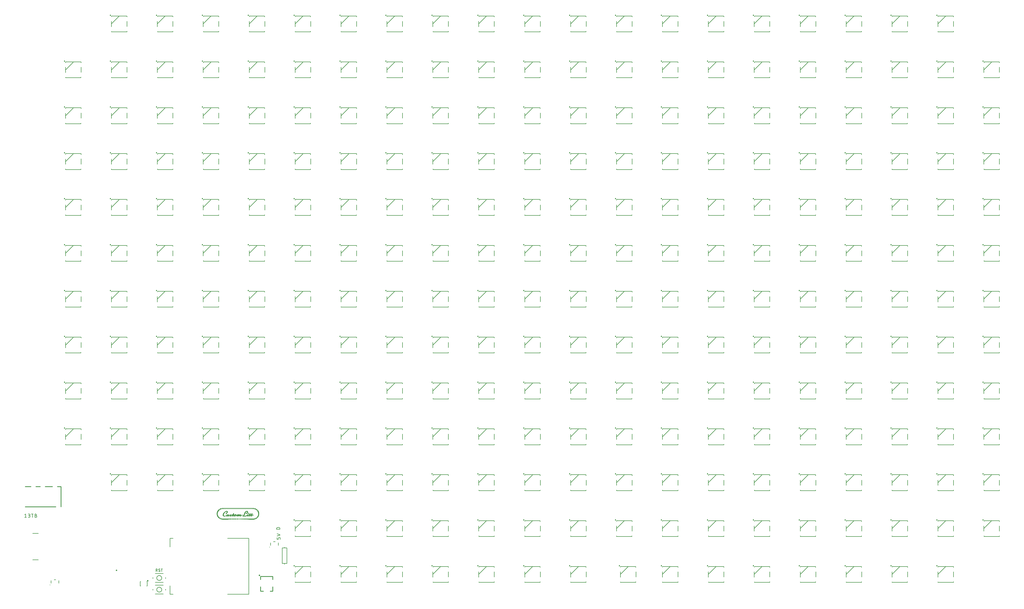
<source format=gto>
G75*
%MOIN*%
%OFA0B0*%
%FSLAX25Y25*%
%IPPOS*%
%LPD*%
%AMOC8*
5,1,8,0,0,1.08239X$1,22.5*
%
%ADD10C,0.00800*%
%ADD11C,0.00600*%
%ADD12C,0.02000*%
%ADD13C,0.00500*%
%ADD14C,0.01000*%
%ADD15C,0.01000*%
%ADD16R,0.41693X0.00157*%
%ADD17R,0.43307X0.00118*%
%ADD18R,0.01890X0.00157*%
%ADD19R,0.00433X0.00157*%
%ADD20R,0.02362X0.00157*%
%ADD21R,0.01457X0.00157*%
%ADD22R,0.01299X0.00157*%
%ADD23R,0.01181X0.00118*%
%ADD24R,0.00866X0.00118*%
%ADD25R,0.00433X0.00118*%
%ADD26R,0.00866X0.00157*%
%ADD27R,0.42598X0.00157*%
%ADD28R,0.00984X0.00157*%
%ADD29R,0.43740X0.00157*%
%ADD30R,0.09213X0.00157*%
%ADD31R,0.00276X0.00157*%
%ADD32R,0.00709X0.00157*%
%ADD33R,0.07008X0.00157*%
%ADD34R,0.00748X0.00118*%
%ADD35R,0.01457X0.00118*%
%ADD36R,0.01614X0.00118*%
%ADD37R,0.00748X0.00157*%
%ADD38R,0.01181X0.00157*%
%ADD39R,0.01024X0.00157*%
%ADD40R,0.00551X0.00118*%
%ADD41R,0.00984X0.00118*%
%ADD42R,0.00591X0.00157*%
%ADD43R,0.00906X0.00157*%
%ADD44R,0.00551X0.00157*%
%ADD45R,0.00906X0.00118*%
%ADD46R,0.00591X0.00118*%
%ADD47R,0.00472X0.00157*%
%ADD48R,0.00709X0.00118*%
%ADD49R,0.00472X0.00118*%
%ADD50R,0.02165X0.00157*%
%ADD51R,0.02638X0.00157*%
%ADD52R,0.02480X0.00157*%
%ADD53R,0.02953X0.00118*%
%ADD54R,0.02638X0.00118*%
%ADD55R,0.03228X0.00157*%
%ADD56R,0.01339X0.00157*%
%ADD57R,0.01299X0.00118*%
%ADD58R,0.01024X0.00118*%
%ADD59R,0.01142X0.00118*%
%ADD60R,0.01142X0.00157*%
%ADD61R,0.01339X0.00118*%
%ADD62R,0.00276X0.00118*%
%ADD63R,0.00315X0.00157*%
%ADD64R,0.00315X0.00118*%
%ADD65R,0.04843X0.00157*%
%ADD66R,0.02756X0.00118*%
%ADD67R,0.05236X0.00118*%
%ADD68R,0.02913X0.00157*%
%ADD69R,0.02047X0.00157*%
%ADD70R,0.05236X0.00157*%
%ADD71R,0.02795X0.00157*%
%ADD72R,0.00157X0.00157*%
%ADD73R,0.05276X0.00157*%
%ADD74R,0.04961X0.00118*%
%ADD75R,0.01772X0.00157*%
%ADD76R,0.03071X0.00157*%
%ADD77R,0.01614X0.00157*%
%ADD78R,0.02008X0.00157*%
%ADD79R,0.03504X0.00157*%
%ADD80R,0.07165X0.00157*%
%ADD81R,0.01575X0.00157*%
%ADD82R,0.01890X0.00118*%
%ADD83R,0.06850X0.00118*%
%ADD84R,0.01732X0.00118*%
%ADD85R,0.06850X0.00157*%
%ADD86R,0.01732X0.00157*%
%ADD87R,0.02323X0.00118*%
%ADD88R,0.03780X0.00118*%
%ADD89R,0.02047X0.00118*%
%ADD90R,0.05551X0.00118*%
%ADD91R,0.02205X0.00118*%
%ADD92R,0.06299X0.00157*%
%ADD93R,0.01929X0.00157*%
%ADD94R,0.08780X0.00157*%
%ADD95R,0.04213X0.00157*%
%ADD96R,0.07717X0.00157*%
%ADD97R,0.02323X0.00157*%
%ADD98R,0.02756X0.00157*%
%ADD99R,0.07283X0.00157*%
%ADD100R,0.04094X0.00118*%
%ADD101R,0.05079X0.00118*%
%ADD102R,0.02165X0.00118*%
%ADD103R,0.04961X0.00157*%
%ADD104R,0.04685X0.00157*%
%ADD105R,0.00157X0.00118*%
%ADD106R,0.01496X0.00157*%
%ADD107R,0.44173X0.00118*%
%ADD108R,0.43425X0.00157*%
%ADD109R,0.12677X0.00157*%
%ADD110R,0.14134X0.00157*%
%ADD111R,0.19528X0.00157*%
%ADD112R,0.09055X0.00157*%
%ADD113R,0.15000X0.00157*%
%ADD114R,0.42717X0.00157*%
%ADD115R,0.08307X0.00118*%
%ADD116R,0.06417X0.00118*%
%ADD117C,0.01600*%
D10*
X0054121Y0082365D02*
X0054121Y0085746D01*
X0058064Y0086846D02*
X0060177Y0086846D01*
X0064121Y0085746D02*
X0064121Y0082365D01*
X0168933Y0084505D02*
X0168933Y0078605D01*
X0169483Y0078605D01*
X0169483Y0084505D02*
X0168933Y0084505D01*
X0177183Y0084505D02*
X0177733Y0084005D01*
X0177733Y0078605D01*
X0177183Y0078605D01*
X0185066Y0074567D02*
X0185066Y0073543D01*
X0188066Y0068543D02*
X0198601Y0068543D01*
X0201601Y0073543D02*
X0201601Y0074567D01*
X0198601Y0079567D02*
X0188066Y0079567D01*
X0188066Y0083543D02*
X0198601Y0083543D01*
X0201601Y0088543D02*
X0201601Y0089567D01*
X0198601Y0094567D02*
X0188066Y0094567D01*
X0185066Y0089567D02*
X0185066Y0088543D01*
X0207282Y0079055D02*
X0207282Y0068122D01*
X0211325Y0068122D01*
X0281054Y0068122D02*
X0308676Y0068122D01*
X0308676Y0139988D01*
X0281054Y0139988D01*
X0336404Y0134525D02*
X0336404Y0131144D01*
X0340348Y0135625D02*
X0342461Y0135625D01*
X0344804Y0138868D02*
X0344804Y0141201D01*
X0344804Y0143135D02*
X0349004Y0144535D01*
X0344804Y0145935D01*
X0347604Y0141201D02*
X0348071Y0141201D01*
X0348130Y0141199D01*
X0348188Y0141194D01*
X0348246Y0141184D01*
X0348303Y0141172D01*
X0348359Y0141155D01*
X0348414Y0141135D01*
X0348468Y0141112D01*
X0348520Y0141086D01*
X0348571Y0141056D01*
X0348619Y0141023D01*
X0348666Y0140987D01*
X0348710Y0140948D01*
X0348751Y0140907D01*
X0348790Y0140863D01*
X0348826Y0140816D01*
X0348859Y0140768D01*
X0348889Y0140717D01*
X0348915Y0140665D01*
X0348938Y0140611D01*
X0348958Y0140556D01*
X0348975Y0140500D01*
X0348987Y0140443D01*
X0348997Y0140385D01*
X0349002Y0140327D01*
X0349004Y0140268D01*
X0349004Y0138868D01*
X0347604Y0141201D02*
X0347543Y0141199D01*
X0347482Y0141193D01*
X0347422Y0141183D01*
X0347363Y0141169D01*
X0347304Y0141151D01*
X0347247Y0141130D01*
X0347191Y0141105D01*
X0347138Y0141076D01*
X0347086Y0141044D01*
X0347036Y0141008D01*
X0346989Y0140969D01*
X0346944Y0140928D01*
X0346903Y0140883D01*
X0346864Y0140836D01*
X0346828Y0140786D01*
X0346796Y0140735D01*
X0346767Y0140681D01*
X0346742Y0140625D01*
X0346721Y0140568D01*
X0346703Y0140509D01*
X0346689Y0140450D01*
X0346679Y0140390D01*
X0346673Y0140329D01*
X0346671Y0140268D01*
X0346671Y0138868D01*
X0344804Y0138868D01*
X0346404Y0134525D02*
X0346404Y0131144D01*
X0351436Y0127835D02*
X0354436Y0127835D01*
X0354436Y0128835D01*
X0354436Y0127835D02*
X0357436Y0127835D01*
X0357436Y0107835D01*
X0354436Y0107835D01*
X0354436Y0106835D01*
X0354436Y0107835D02*
X0351436Y0107835D01*
X0351436Y0127835D01*
X0368246Y0142358D02*
X0368246Y0143268D01*
X0368246Y0142358D02*
X0387736Y0142358D01*
X0387736Y0142338D01*
X0387936Y0142338D01*
X0387936Y0143338D01*
X0388136Y0149438D02*
X0388136Y0156138D01*
X0388016Y0161768D02*
X0388016Y0162838D01*
X0387816Y0162838D01*
X0387816Y0162848D01*
X0368256Y0162848D01*
X0368256Y0161958D01*
X0368136Y0156038D02*
X0368136Y0152638D01*
X0378136Y0162638D01*
X0368136Y0152638D02*
X0368136Y0149238D01*
X0348504Y0151601D02*
X0348504Y0152768D01*
X0348505Y0152768D02*
X0348503Y0152833D01*
X0348498Y0152899D01*
X0348489Y0152963D01*
X0348476Y0153028D01*
X0348459Y0153091D01*
X0348440Y0153153D01*
X0348416Y0153215D01*
X0348389Y0153274D01*
X0348359Y0153332D01*
X0348326Y0153389D01*
X0348290Y0153443D01*
X0348250Y0153496D01*
X0348208Y0153546D01*
X0348163Y0153593D01*
X0348116Y0153638D01*
X0348066Y0153680D01*
X0348013Y0153720D01*
X0347959Y0153756D01*
X0347902Y0153789D01*
X0347844Y0153819D01*
X0347785Y0153846D01*
X0347723Y0153870D01*
X0347661Y0153889D01*
X0347598Y0153906D01*
X0347533Y0153919D01*
X0347469Y0153928D01*
X0347403Y0153933D01*
X0347338Y0153935D01*
X0345471Y0153935D01*
X0345406Y0153933D01*
X0345340Y0153928D01*
X0345276Y0153919D01*
X0345211Y0153906D01*
X0345148Y0153889D01*
X0345086Y0153870D01*
X0345024Y0153846D01*
X0344965Y0153819D01*
X0344907Y0153789D01*
X0344850Y0153756D01*
X0344796Y0153720D01*
X0344743Y0153680D01*
X0344693Y0153638D01*
X0344646Y0153593D01*
X0344601Y0153546D01*
X0344559Y0153496D01*
X0344519Y0153443D01*
X0344483Y0153389D01*
X0344450Y0153333D01*
X0344420Y0153274D01*
X0344393Y0153215D01*
X0344369Y0153153D01*
X0344350Y0153091D01*
X0344333Y0153028D01*
X0344320Y0152963D01*
X0344311Y0152899D01*
X0344306Y0152833D01*
X0344304Y0152768D01*
X0344304Y0151601D01*
X0348504Y0151601D01*
X0368256Y0103793D02*
X0368256Y0102903D01*
X0368256Y0103793D02*
X0387816Y0103793D01*
X0387816Y0103783D01*
X0388016Y0103783D01*
X0388016Y0102713D01*
X0388136Y0097083D02*
X0388136Y0090383D01*
X0387936Y0084283D02*
X0387936Y0083283D01*
X0387736Y0083283D01*
X0387736Y0083303D01*
X0368246Y0083303D01*
X0368246Y0084213D01*
X0368136Y0090183D02*
X0368136Y0093583D01*
X0378136Y0103583D01*
X0368136Y0096983D02*
X0368136Y0093583D01*
X0427192Y0093583D02*
X0427192Y0090183D01*
X0427192Y0093583D02*
X0437192Y0103583D01*
X0446872Y0103783D02*
X0446872Y0103793D01*
X0427312Y0103793D01*
X0427312Y0102903D01*
X0427192Y0096983D02*
X0427192Y0093583D01*
X0427302Y0084213D02*
X0427302Y0083303D01*
X0446792Y0083303D01*
X0446792Y0083283D01*
X0446992Y0083283D01*
X0446992Y0084283D01*
X0447192Y0090383D02*
X0447192Y0097083D01*
X0447072Y0102713D02*
X0447072Y0103783D01*
X0446872Y0103783D01*
X0486367Y0103793D02*
X0486367Y0102903D01*
X0486367Y0103793D02*
X0505927Y0103793D01*
X0505927Y0103783D01*
X0506127Y0103783D01*
X0506127Y0102713D01*
X0506247Y0097083D02*
X0506247Y0090383D01*
X0506047Y0084283D02*
X0506047Y0083283D01*
X0505847Y0083283D01*
X0505847Y0083303D01*
X0486357Y0083303D01*
X0486357Y0084213D01*
X0486247Y0090183D02*
X0486247Y0093583D01*
X0496247Y0103583D01*
X0486247Y0096983D02*
X0486247Y0093583D01*
X0545302Y0093583D02*
X0545302Y0090183D01*
X0545302Y0093583D02*
X0555302Y0103583D01*
X0564982Y0103783D02*
X0564982Y0103793D01*
X0545422Y0103793D01*
X0545422Y0102903D01*
X0545302Y0096983D02*
X0545302Y0093583D01*
X0545412Y0084213D02*
X0545412Y0083303D01*
X0564902Y0083303D01*
X0564902Y0083283D01*
X0565102Y0083283D01*
X0565102Y0084283D01*
X0565302Y0090383D02*
X0565302Y0097083D01*
X0565182Y0102713D02*
X0565182Y0103783D01*
X0564982Y0103783D01*
X0604477Y0103793D02*
X0604477Y0102903D01*
X0604477Y0103793D02*
X0624037Y0103793D01*
X0624037Y0103783D01*
X0624237Y0103783D01*
X0624237Y0102713D01*
X0624357Y0097083D02*
X0624357Y0090383D01*
X0624157Y0084283D02*
X0624157Y0083283D01*
X0623957Y0083283D01*
X0623957Y0083303D01*
X0604467Y0083303D01*
X0604467Y0084213D01*
X0604357Y0090183D02*
X0604357Y0093583D01*
X0614357Y0103583D01*
X0604357Y0096983D02*
X0604357Y0093583D01*
X0604467Y0142358D02*
X0604467Y0143268D01*
X0604467Y0142358D02*
X0623957Y0142358D01*
X0623957Y0142338D01*
X0624157Y0142338D01*
X0624157Y0143338D01*
X0624357Y0149438D02*
X0624357Y0156138D01*
X0624237Y0161768D02*
X0624237Y0162838D01*
X0624037Y0162838D01*
X0624037Y0162848D01*
X0604477Y0162848D01*
X0604477Y0161958D01*
X0604357Y0156038D02*
X0604357Y0152638D01*
X0614357Y0162638D01*
X0604357Y0152638D02*
X0604357Y0149238D01*
X0565302Y0149438D02*
X0565302Y0156138D01*
X0565182Y0161768D02*
X0565182Y0162838D01*
X0564982Y0162838D01*
X0564982Y0162848D01*
X0545422Y0162848D01*
X0545422Y0161958D01*
X0545302Y0156038D02*
X0545302Y0152638D01*
X0555302Y0162638D01*
X0545302Y0152638D02*
X0545302Y0149238D01*
X0545412Y0143268D02*
X0545412Y0142358D01*
X0564902Y0142358D01*
X0564902Y0142338D01*
X0565102Y0142338D01*
X0565102Y0143338D01*
X0506047Y0143338D02*
X0506047Y0142338D01*
X0505847Y0142338D01*
X0505847Y0142358D01*
X0486357Y0142358D01*
X0486357Y0143268D01*
X0486247Y0149238D02*
X0486247Y0152638D01*
X0496247Y0162638D01*
X0505927Y0162838D02*
X0505927Y0162848D01*
X0486367Y0162848D01*
X0486367Y0161958D01*
X0486247Y0156038D02*
X0486247Y0152638D01*
X0506247Y0149438D02*
X0506247Y0156138D01*
X0506127Y0161768D02*
X0506127Y0162838D01*
X0505927Y0162838D01*
X0505847Y0201393D02*
X0505847Y0201413D01*
X0486357Y0201413D01*
X0486357Y0202323D01*
X0486247Y0208293D02*
X0486247Y0211693D01*
X0496247Y0221693D01*
X0505927Y0221893D02*
X0505927Y0221903D01*
X0486367Y0221903D01*
X0486367Y0221013D01*
X0486247Y0215093D02*
X0486247Y0211693D01*
X0506247Y0208493D02*
X0506247Y0215193D01*
X0506127Y0220823D02*
X0506127Y0221893D01*
X0505927Y0221893D01*
X0506047Y0202393D02*
X0506047Y0201393D01*
X0505847Y0201393D01*
X0545412Y0201413D02*
X0545412Y0202323D01*
X0545412Y0201413D02*
X0564902Y0201413D01*
X0564902Y0201393D01*
X0565102Y0201393D01*
X0565102Y0202393D01*
X0565302Y0208493D02*
X0565302Y0215193D01*
X0565182Y0220823D02*
X0565182Y0221893D01*
X0564982Y0221893D01*
X0564982Y0221903D01*
X0545422Y0221903D01*
X0545422Y0221013D01*
X0545302Y0215093D02*
X0545302Y0211693D01*
X0555302Y0221693D01*
X0545302Y0211693D02*
X0545302Y0208293D01*
X0604357Y0208293D02*
X0604357Y0211693D01*
X0614357Y0221693D01*
X0624037Y0221893D02*
X0624037Y0221903D01*
X0604477Y0221903D01*
X0604477Y0221013D01*
X0604357Y0215093D02*
X0604357Y0211693D01*
X0624357Y0208493D02*
X0624357Y0215193D01*
X0624237Y0220823D02*
X0624237Y0221893D01*
X0624037Y0221893D01*
X0624157Y0202393D02*
X0624157Y0201393D01*
X0623957Y0201393D01*
X0623957Y0201413D01*
X0604467Y0201413D01*
X0604467Y0202323D01*
X0663522Y0202323D02*
X0663522Y0201413D01*
X0683012Y0201413D01*
X0683012Y0201393D01*
X0683212Y0201393D01*
X0683212Y0202393D01*
X0683412Y0208493D02*
X0683412Y0215193D01*
X0683292Y0220823D02*
X0683292Y0221893D01*
X0683092Y0221893D01*
X0683092Y0221903D01*
X0663532Y0221903D01*
X0663532Y0221013D01*
X0663412Y0215093D02*
X0663412Y0211693D01*
X0673412Y0221693D01*
X0663412Y0211693D02*
X0663412Y0208293D01*
X0722467Y0208293D02*
X0722467Y0211693D01*
X0732467Y0221693D01*
X0742147Y0221893D02*
X0742147Y0221903D01*
X0722587Y0221903D01*
X0722587Y0221013D01*
X0722467Y0215093D02*
X0722467Y0211693D01*
X0722577Y0202323D02*
X0722577Y0201413D01*
X0742067Y0201413D01*
X0742067Y0201393D01*
X0742267Y0201393D01*
X0742267Y0202393D01*
X0742467Y0208493D02*
X0742467Y0215193D01*
X0742347Y0220823D02*
X0742347Y0221893D01*
X0742147Y0221893D01*
X0781642Y0221903D02*
X0781642Y0221013D01*
X0781642Y0221903D02*
X0801202Y0221903D01*
X0801202Y0221893D01*
X0801402Y0221893D01*
X0801402Y0220823D01*
X0801522Y0215193D02*
X0801522Y0208493D01*
X0801322Y0202393D02*
X0801322Y0201393D01*
X0801122Y0201393D01*
X0801122Y0201413D01*
X0781632Y0201413D01*
X0781632Y0202323D01*
X0781522Y0208293D02*
X0781522Y0211693D01*
X0791522Y0221693D01*
X0781522Y0215093D02*
X0781522Y0211693D01*
X0840577Y0211693D02*
X0840577Y0208293D01*
X0840577Y0211693D02*
X0850577Y0221693D01*
X0860257Y0221893D02*
X0860257Y0221903D01*
X0840697Y0221903D01*
X0840697Y0221013D01*
X0840577Y0215093D02*
X0840577Y0211693D01*
X0840687Y0202323D02*
X0840687Y0201413D01*
X0860177Y0201413D01*
X0860177Y0201393D01*
X0860377Y0201393D01*
X0860377Y0202393D01*
X0860577Y0208493D02*
X0860577Y0215193D01*
X0860457Y0220823D02*
X0860457Y0221893D01*
X0860257Y0221893D01*
X0899753Y0221903D02*
X0899753Y0221013D01*
X0899753Y0221903D02*
X0919313Y0221903D01*
X0919313Y0221893D01*
X0919513Y0221893D01*
X0919513Y0220823D01*
X0919633Y0215193D02*
X0919633Y0208493D01*
X0919433Y0202393D02*
X0919433Y0201393D01*
X0919233Y0201393D01*
X0919233Y0201413D01*
X0899743Y0201413D01*
X0899743Y0202323D01*
X0899633Y0208293D02*
X0899633Y0211693D01*
X0909633Y0221693D01*
X0899633Y0215093D02*
X0899633Y0211693D01*
X0958688Y0211693D02*
X0958688Y0208293D01*
X0958688Y0211693D02*
X0968688Y0221693D01*
X0978368Y0221893D02*
X0978368Y0221903D01*
X0958808Y0221903D01*
X0958808Y0221013D01*
X0958688Y0215093D02*
X0958688Y0211693D01*
X0958798Y0202323D02*
X0958798Y0201413D01*
X0978288Y0201413D01*
X0978288Y0201393D01*
X0978488Y0201393D01*
X0978488Y0202393D01*
X0978688Y0208493D02*
X0978688Y0215193D01*
X0978568Y0220823D02*
X0978568Y0221893D01*
X0978368Y0221893D01*
X1017863Y0221903D02*
X1017863Y0221013D01*
X1017863Y0221903D02*
X1037423Y0221903D01*
X1037423Y0221893D01*
X1037623Y0221893D01*
X1037623Y0220823D01*
X1037743Y0215193D02*
X1037743Y0208493D01*
X1037543Y0202393D02*
X1037543Y0201393D01*
X1037343Y0201393D01*
X1037343Y0201413D01*
X1017853Y0201413D01*
X1017853Y0202323D01*
X1017743Y0208293D02*
X1017743Y0211693D01*
X1027743Y0221693D01*
X1017743Y0215093D02*
X1017743Y0211693D01*
X1076798Y0211693D02*
X1076798Y0208293D01*
X1076798Y0211693D02*
X1086798Y0221693D01*
X1096478Y0221893D02*
X1096478Y0221903D01*
X1076918Y0221903D01*
X1076918Y0221013D01*
X1076798Y0215093D02*
X1076798Y0211693D01*
X1076908Y0202323D02*
X1076908Y0201413D01*
X1096398Y0201413D01*
X1096398Y0201393D01*
X1096598Y0201393D01*
X1096598Y0202393D01*
X1096798Y0208493D02*
X1096798Y0215193D01*
X1096678Y0220823D02*
X1096678Y0221893D01*
X1096478Y0221893D01*
X1135973Y0221903D02*
X1135973Y0221013D01*
X1135973Y0221903D02*
X1155533Y0221903D01*
X1155533Y0221893D01*
X1155733Y0221893D01*
X1155733Y0220823D01*
X1155853Y0215193D02*
X1155853Y0208493D01*
X1155653Y0202393D02*
X1155653Y0201393D01*
X1155453Y0201393D01*
X1155453Y0201413D01*
X1135963Y0201413D01*
X1135963Y0202323D01*
X1135853Y0208293D02*
X1135853Y0211693D01*
X1145853Y0221693D01*
X1135853Y0215093D02*
X1135853Y0211693D01*
X1194908Y0211693D02*
X1194908Y0208293D01*
X1194908Y0211693D02*
X1204908Y0221693D01*
X1214588Y0221893D02*
X1214588Y0221903D01*
X1195028Y0221903D01*
X1195028Y0221013D01*
X1194908Y0215093D02*
X1194908Y0211693D01*
X1195018Y0202323D02*
X1195018Y0201413D01*
X1214508Y0201413D01*
X1214508Y0201393D01*
X1214708Y0201393D01*
X1214708Y0202393D01*
X1214908Y0208493D02*
X1214908Y0215193D01*
X1214788Y0220823D02*
X1214788Y0221893D01*
X1214588Y0221893D01*
X1254083Y0221903D02*
X1254083Y0221013D01*
X1254083Y0221903D02*
X1273643Y0221903D01*
X1273643Y0221893D01*
X1273843Y0221893D01*
X1273843Y0220823D01*
X1273963Y0215193D02*
X1273963Y0208493D01*
X1273763Y0202393D02*
X1273763Y0201393D01*
X1273563Y0201393D01*
X1273563Y0201413D01*
X1254073Y0201413D01*
X1254073Y0202323D01*
X1253963Y0208293D02*
X1253963Y0211693D01*
X1263963Y0221693D01*
X1253963Y0215093D02*
X1253963Y0211693D01*
X1254073Y0260468D02*
X1254073Y0261378D01*
X1254073Y0260468D02*
X1273563Y0260468D01*
X1273563Y0260448D01*
X1273763Y0260448D01*
X1273763Y0261448D01*
X1273963Y0267548D02*
X1273963Y0274248D01*
X1273843Y0279878D02*
X1273843Y0280948D01*
X1273643Y0280948D01*
X1273643Y0280958D01*
X1254083Y0280958D01*
X1254083Y0280068D01*
X1253963Y0274148D02*
X1253963Y0270748D01*
X1263963Y0280748D01*
X1253963Y0270748D02*
X1253963Y0267348D01*
X1214908Y0267548D02*
X1214908Y0274248D01*
X1214788Y0279878D02*
X1214788Y0280948D01*
X1214588Y0280948D01*
X1214588Y0280958D01*
X1195028Y0280958D01*
X1195028Y0280068D01*
X1194908Y0274148D02*
X1194908Y0270748D01*
X1204908Y0280748D01*
X1194908Y0270748D02*
X1194908Y0267348D01*
X1195018Y0261378D02*
X1195018Y0260468D01*
X1214508Y0260468D01*
X1214508Y0260448D01*
X1214708Y0260448D01*
X1214708Y0261448D01*
X1155653Y0261448D02*
X1155653Y0260448D01*
X1155453Y0260448D01*
X1155453Y0260468D01*
X1135963Y0260468D01*
X1135963Y0261378D01*
X1135853Y0267348D02*
X1135853Y0270748D01*
X1145853Y0280748D01*
X1155533Y0280948D02*
X1155533Y0280958D01*
X1135973Y0280958D01*
X1135973Y0280068D01*
X1135853Y0274148D02*
X1135853Y0270748D01*
X1155853Y0267548D02*
X1155853Y0274248D01*
X1155733Y0279878D02*
X1155733Y0280948D01*
X1155533Y0280948D01*
X1155453Y0319503D02*
X1155453Y0319523D01*
X1135963Y0319523D01*
X1135963Y0320433D01*
X1135853Y0326403D02*
X1135853Y0329803D01*
X1145853Y0339803D01*
X1155533Y0340003D02*
X1155533Y0340013D01*
X1135973Y0340013D01*
X1135973Y0339123D01*
X1135853Y0333203D02*
X1135853Y0329803D01*
X1155853Y0326603D02*
X1155853Y0333303D01*
X1155733Y0338933D02*
X1155733Y0340003D01*
X1155533Y0340003D01*
X1155653Y0320503D02*
X1155653Y0319503D01*
X1155453Y0319503D01*
X1195018Y0319523D02*
X1195018Y0320433D01*
X1195018Y0319523D02*
X1214508Y0319523D01*
X1214508Y0319503D01*
X1214708Y0319503D01*
X1214708Y0320503D01*
X1214908Y0326603D02*
X1214908Y0333303D01*
X1214788Y0338933D02*
X1214788Y0340003D01*
X1214588Y0340003D01*
X1214588Y0340013D01*
X1195028Y0340013D01*
X1195028Y0339123D01*
X1194908Y0333203D02*
X1194908Y0329803D01*
X1204908Y0339803D01*
X1194908Y0329803D02*
X1194908Y0326403D01*
X1253963Y0326403D02*
X1253963Y0329803D01*
X1263963Y0339803D01*
X1273643Y0340003D02*
X1273643Y0340013D01*
X1254083Y0340013D01*
X1254083Y0339123D01*
X1253963Y0333203D02*
X1253963Y0329803D01*
X1273963Y0326603D02*
X1273963Y0333303D01*
X1273843Y0338933D02*
X1273843Y0340003D01*
X1273643Y0340003D01*
X1273763Y0320503D02*
X1273763Y0319503D01*
X1273563Y0319503D01*
X1273563Y0319523D01*
X1254073Y0319523D01*
X1254073Y0320433D01*
X1254073Y0378578D02*
X1254073Y0379488D01*
X1254073Y0378578D02*
X1273563Y0378578D01*
X1273563Y0378558D01*
X1273763Y0378558D01*
X1273763Y0379558D01*
X1273963Y0385658D02*
X1273963Y0392358D01*
X1273843Y0397988D02*
X1273843Y0399058D01*
X1273643Y0399058D01*
X1273643Y0399068D01*
X1254083Y0399068D01*
X1254083Y0398178D01*
X1253963Y0392258D02*
X1253963Y0388858D01*
X1263963Y0398858D01*
X1253963Y0388858D02*
X1253963Y0385458D01*
X1214908Y0385658D02*
X1214908Y0392358D01*
X1214788Y0397988D02*
X1214788Y0399058D01*
X1214588Y0399058D01*
X1214588Y0399068D01*
X1195028Y0399068D01*
X1195028Y0398178D01*
X1194908Y0392258D02*
X1194908Y0388858D01*
X1204908Y0398858D01*
X1194908Y0388858D02*
X1194908Y0385458D01*
X1195018Y0379488D02*
X1195018Y0378578D01*
X1214508Y0378578D01*
X1214508Y0378558D01*
X1214708Y0378558D01*
X1214708Y0379558D01*
X1155653Y0379558D02*
X1155653Y0378558D01*
X1155453Y0378558D01*
X1155453Y0378578D01*
X1135963Y0378578D01*
X1135963Y0379488D01*
X1135853Y0385458D02*
X1135853Y0388858D01*
X1145853Y0398858D01*
X1155533Y0399058D02*
X1155533Y0399068D01*
X1135973Y0399068D01*
X1135973Y0398178D01*
X1135853Y0392258D02*
X1135853Y0388858D01*
X1155853Y0385658D02*
X1155853Y0392358D01*
X1155733Y0397988D02*
X1155733Y0399058D01*
X1155533Y0399058D01*
X1155453Y0437613D02*
X1155453Y0437633D01*
X1135963Y0437633D01*
X1135963Y0438543D01*
X1135853Y0444513D02*
X1135853Y0447913D01*
X1145853Y0457913D01*
X1155533Y0458113D02*
X1155533Y0458123D01*
X1135973Y0458123D01*
X1135973Y0457233D01*
X1135853Y0451313D02*
X1135853Y0447913D01*
X1155853Y0444713D02*
X1155853Y0451413D01*
X1155733Y0457043D02*
X1155733Y0458113D01*
X1155533Y0458113D01*
X1155653Y0438613D02*
X1155653Y0437613D01*
X1155453Y0437613D01*
X1195018Y0437633D02*
X1195018Y0438543D01*
X1195018Y0437633D02*
X1214508Y0437633D01*
X1214508Y0437613D01*
X1214708Y0437613D01*
X1214708Y0438613D01*
X1214908Y0444713D02*
X1214908Y0451413D01*
X1214788Y0457043D02*
X1214788Y0458113D01*
X1214588Y0458113D01*
X1214588Y0458123D01*
X1195028Y0458123D01*
X1195028Y0457233D01*
X1194908Y0451313D02*
X1194908Y0447913D01*
X1204908Y0457913D01*
X1194908Y0447913D02*
X1194908Y0444513D01*
X1253963Y0444513D02*
X1253963Y0447913D01*
X1263963Y0457913D01*
X1273643Y0458113D02*
X1273643Y0458123D01*
X1254083Y0458123D01*
X1254083Y0457233D01*
X1253963Y0451313D02*
X1253963Y0447913D01*
X1273963Y0444713D02*
X1273963Y0451413D01*
X1273843Y0457043D02*
X1273843Y0458113D01*
X1273643Y0458113D01*
X1273763Y0438613D02*
X1273763Y0437613D01*
X1273563Y0437613D01*
X1273563Y0437633D01*
X1254073Y0437633D01*
X1254073Y0438543D01*
X1254073Y0496688D02*
X1254073Y0497598D01*
X1254073Y0496688D02*
X1273563Y0496688D01*
X1273563Y0496668D01*
X1273763Y0496668D01*
X1273763Y0497668D01*
X1273963Y0503769D02*
X1273963Y0510469D01*
X1273843Y0516099D02*
X1273843Y0517169D01*
X1273643Y0517169D01*
X1273643Y0517179D01*
X1254083Y0517179D01*
X1254083Y0516289D01*
X1253963Y0510369D02*
X1253963Y0506969D01*
X1263963Y0516969D01*
X1253963Y0506969D02*
X1253963Y0503569D01*
X1214908Y0503769D02*
X1214908Y0510469D01*
X1214788Y0516099D02*
X1214788Y0517169D01*
X1214588Y0517169D01*
X1214588Y0517179D01*
X1195028Y0517179D01*
X1195028Y0516289D01*
X1194908Y0510369D02*
X1194908Y0506969D01*
X1204908Y0516969D01*
X1194908Y0506969D02*
X1194908Y0503569D01*
X1195018Y0497598D02*
X1195018Y0496688D01*
X1214508Y0496688D01*
X1214508Y0496668D01*
X1214708Y0496668D01*
X1214708Y0497668D01*
X1155653Y0497668D02*
X1155653Y0496668D01*
X1155453Y0496668D01*
X1155453Y0496688D01*
X1135963Y0496688D01*
X1135963Y0497598D01*
X1135853Y0503569D02*
X1135853Y0506969D01*
X1145853Y0516969D01*
X1155533Y0517169D02*
X1155533Y0517179D01*
X1135973Y0517179D01*
X1135973Y0516289D01*
X1135853Y0510369D02*
X1135853Y0506969D01*
X1155853Y0503769D02*
X1155853Y0510469D01*
X1155733Y0516099D02*
X1155733Y0517169D01*
X1155533Y0517169D01*
X1155453Y0555724D02*
X1155453Y0555744D01*
X1135963Y0555744D01*
X1135963Y0556654D01*
X1135853Y0562624D02*
X1135853Y0566024D01*
X1145853Y0576024D01*
X1155533Y0576224D02*
X1155533Y0576234D01*
X1135973Y0576234D01*
X1135973Y0575344D01*
X1135853Y0569424D02*
X1135853Y0566024D01*
X1155853Y0562824D02*
X1155853Y0569524D01*
X1155733Y0575154D02*
X1155733Y0576224D01*
X1155533Y0576224D01*
X1155653Y0556724D02*
X1155653Y0555724D01*
X1155453Y0555724D01*
X1195018Y0555744D02*
X1195018Y0556654D01*
X1195018Y0555744D02*
X1214508Y0555744D01*
X1214508Y0555724D01*
X1214708Y0555724D01*
X1214708Y0556724D01*
X1214908Y0562824D02*
X1214908Y0569524D01*
X1214788Y0575154D02*
X1214788Y0576224D01*
X1214588Y0576224D01*
X1214588Y0576234D01*
X1195028Y0576234D01*
X1195028Y0575344D01*
X1194908Y0569424D02*
X1194908Y0566024D01*
X1204908Y0576024D01*
X1194908Y0566024D02*
X1194908Y0562624D01*
X1253963Y0562624D02*
X1253963Y0566024D01*
X1263963Y0576024D01*
X1273643Y0576224D02*
X1273643Y0576234D01*
X1254083Y0576234D01*
X1254083Y0575344D01*
X1253963Y0569424D02*
X1253963Y0566024D01*
X1273963Y0562824D02*
X1273963Y0569524D01*
X1273843Y0575154D02*
X1273843Y0576224D01*
X1273643Y0576224D01*
X1273763Y0556724D02*
X1273763Y0555724D01*
X1273563Y0555724D01*
X1273563Y0555744D01*
X1254073Y0555744D01*
X1254073Y0556654D01*
X1254073Y0614799D02*
X1254073Y0615709D01*
X1254073Y0614799D02*
X1273563Y0614799D01*
X1273563Y0614779D01*
X1273763Y0614779D01*
X1273763Y0615779D01*
X1273963Y0621879D02*
X1273963Y0628579D01*
X1273843Y0634209D02*
X1273843Y0635279D01*
X1273643Y0635279D01*
X1273643Y0635289D01*
X1254083Y0635289D01*
X1254083Y0634399D01*
X1253963Y0628479D02*
X1253963Y0625079D01*
X1263963Y0635079D01*
X1253963Y0625079D02*
X1253963Y0621679D01*
X1214908Y0621879D02*
X1214908Y0628579D01*
X1214788Y0634209D02*
X1214788Y0635279D01*
X1214588Y0635279D01*
X1214588Y0635289D01*
X1195028Y0635289D01*
X1195028Y0634399D01*
X1194908Y0628479D02*
X1194908Y0625079D01*
X1204908Y0635079D01*
X1194908Y0625079D02*
X1194908Y0621679D01*
X1195018Y0615709D02*
X1195018Y0614799D01*
X1214508Y0614799D01*
X1214508Y0614779D01*
X1214708Y0614779D01*
X1214708Y0615779D01*
X1155653Y0615779D02*
X1155653Y0614779D01*
X1155453Y0614779D01*
X1155453Y0614799D01*
X1135963Y0614799D01*
X1135963Y0615709D01*
X1135853Y0621679D02*
X1135853Y0625079D01*
X1145853Y0635079D01*
X1155533Y0635279D02*
X1155533Y0635289D01*
X1135973Y0635289D01*
X1135973Y0634399D01*
X1135853Y0628479D02*
X1135853Y0625079D01*
X1155853Y0621879D02*
X1155853Y0628579D01*
X1155733Y0634209D02*
X1155733Y0635279D01*
X1155533Y0635279D01*
X1155453Y0673834D02*
X1155453Y0673854D01*
X1135963Y0673854D01*
X1135963Y0674764D01*
X1135853Y0680734D02*
X1135853Y0684134D01*
X1145853Y0694134D01*
X1155533Y0694334D02*
X1155533Y0694344D01*
X1135973Y0694344D01*
X1135973Y0693454D01*
X1135853Y0687534D02*
X1135853Y0684134D01*
X1155853Y0680934D02*
X1155853Y0687634D01*
X1155733Y0693264D02*
X1155733Y0694334D01*
X1155533Y0694334D01*
X1155653Y0674834D02*
X1155653Y0673834D01*
X1155453Y0673834D01*
X1195018Y0673854D02*
X1195018Y0674764D01*
X1195018Y0673854D02*
X1214508Y0673854D01*
X1214508Y0673834D01*
X1214708Y0673834D01*
X1214708Y0674834D01*
X1214908Y0680934D02*
X1214908Y0687634D01*
X1214788Y0693264D02*
X1214788Y0694334D01*
X1214588Y0694334D01*
X1214588Y0694344D01*
X1195028Y0694344D01*
X1195028Y0693454D01*
X1194908Y0687534D02*
X1194908Y0684134D01*
X1204908Y0694134D01*
X1194908Y0684134D02*
X1194908Y0680734D01*
X1253963Y0680734D02*
X1253963Y0684134D01*
X1263963Y0694134D01*
X1273643Y0694334D02*
X1273643Y0694344D01*
X1254083Y0694344D01*
X1254083Y0693454D01*
X1253963Y0687534D02*
X1253963Y0684134D01*
X1273963Y0680934D02*
X1273963Y0687634D01*
X1273843Y0693264D02*
X1273843Y0694334D01*
X1273643Y0694334D01*
X1273763Y0674834D02*
X1273763Y0673834D01*
X1273563Y0673834D01*
X1273563Y0673854D01*
X1254073Y0673854D01*
X1254073Y0674764D01*
X1254073Y0732909D02*
X1254073Y0733819D01*
X1254073Y0732909D02*
X1273563Y0732909D01*
X1273563Y0732889D01*
X1273763Y0732889D01*
X1273763Y0733889D01*
X1273963Y0739989D02*
X1273963Y0746689D01*
X1273843Y0752319D02*
X1273843Y0753389D01*
X1273643Y0753389D01*
X1273643Y0753399D01*
X1254083Y0753399D01*
X1254083Y0752509D01*
X1253963Y0746589D02*
X1253963Y0743189D01*
X1263963Y0753189D01*
X1253963Y0743189D02*
X1253963Y0739789D01*
X1214908Y0739989D02*
X1214908Y0746689D01*
X1214788Y0752319D02*
X1214788Y0753389D01*
X1214588Y0753389D01*
X1214588Y0753399D01*
X1195028Y0753399D01*
X1195028Y0752509D01*
X1194908Y0746589D02*
X1194908Y0743189D01*
X1204908Y0753189D01*
X1194908Y0743189D02*
X1194908Y0739789D01*
X1195018Y0733819D02*
X1195018Y0732909D01*
X1214508Y0732909D01*
X1214508Y0732889D01*
X1214708Y0732889D01*
X1214708Y0733889D01*
X1155653Y0733889D02*
X1155653Y0732889D01*
X1155453Y0732889D01*
X1155453Y0732909D01*
X1135963Y0732909D01*
X1135963Y0733819D01*
X1135853Y0739789D02*
X1135853Y0743189D01*
X1145853Y0753189D01*
X1155533Y0753389D02*
X1155533Y0753399D01*
X1135973Y0753399D01*
X1135973Y0752509D01*
X1135853Y0746589D02*
X1135853Y0743189D01*
X1155853Y0739989D02*
X1155853Y0746689D01*
X1155733Y0752319D02*
X1155733Y0753389D01*
X1155533Y0753389D01*
X1155453Y0791944D02*
X1155453Y0791964D01*
X1135963Y0791964D01*
X1135963Y0792874D01*
X1135853Y0798844D02*
X1135853Y0802244D01*
X1145853Y0812244D01*
X1155533Y0812444D02*
X1155533Y0812454D01*
X1135973Y0812454D01*
X1135973Y0811564D01*
X1135853Y0805644D02*
X1135853Y0802244D01*
X1155853Y0799044D02*
X1155853Y0805744D01*
X1155733Y0811374D02*
X1155733Y0812444D01*
X1155533Y0812444D01*
X1155653Y0792944D02*
X1155653Y0791944D01*
X1155453Y0791944D01*
X1195018Y0791964D02*
X1195018Y0792874D01*
X1195018Y0791964D02*
X1214508Y0791964D01*
X1214508Y0791944D01*
X1214708Y0791944D01*
X1214708Y0792944D01*
X1214908Y0799044D02*
X1214908Y0805744D01*
X1214788Y0811374D02*
X1214788Y0812444D01*
X1214588Y0812444D01*
X1214588Y0812454D01*
X1195028Y0812454D01*
X1195028Y0811564D01*
X1194908Y0805644D02*
X1194908Y0802244D01*
X1204908Y0812244D01*
X1194908Y0802244D02*
X1194908Y0798844D01*
X1096798Y0799044D02*
X1096798Y0805744D01*
X1096678Y0811374D02*
X1096678Y0812444D01*
X1096478Y0812444D01*
X1096478Y0812454D01*
X1076918Y0812454D01*
X1076918Y0811564D01*
X1076798Y0805644D02*
X1076798Y0802244D01*
X1086798Y0812244D01*
X1076798Y0802244D02*
X1076798Y0798844D01*
X1076908Y0792874D02*
X1076908Y0791964D01*
X1096398Y0791964D01*
X1096398Y0791944D01*
X1096598Y0791944D01*
X1096598Y0792944D01*
X1096478Y0753399D02*
X1076918Y0753399D01*
X1076918Y0752509D01*
X1076798Y0746589D02*
X1076798Y0743189D01*
X1086798Y0753189D01*
X1096478Y0753389D02*
X1096478Y0753399D01*
X1096478Y0753389D02*
X1096678Y0753389D01*
X1096678Y0752319D01*
X1096798Y0746689D02*
X1096798Y0739989D01*
X1096598Y0733889D02*
X1096598Y0732889D01*
X1096398Y0732889D01*
X1096398Y0732909D01*
X1076908Y0732909D01*
X1076908Y0733819D01*
X1076798Y0739789D02*
X1076798Y0743189D01*
X1037743Y0739989D02*
X1037743Y0746689D01*
X1037623Y0752319D02*
X1037623Y0753389D01*
X1037423Y0753389D01*
X1037423Y0753399D01*
X1017863Y0753399D01*
X1017863Y0752509D01*
X1017743Y0746589D02*
X1017743Y0743189D01*
X1027743Y0753189D01*
X1017743Y0743189D02*
X1017743Y0739789D01*
X1017853Y0733819D02*
X1017853Y0732909D01*
X1037343Y0732909D01*
X1037343Y0732889D01*
X1037543Y0732889D01*
X1037543Y0733889D01*
X1037423Y0694344D02*
X1017863Y0694344D01*
X1017863Y0693454D01*
X1017743Y0687534D02*
X1017743Y0684134D01*
X1027743Y0694134D01*
X1037423Y0694334D02*
X1037423Y0694344D01*
X1037423Y0694334D02*
X1037623Y0694334D01*
X1037623Y0693264D01*
X1037743Y0687634D02*
X1037743Y0680934D01*
X1037543Y0674834D02*
X1037543Y0673834D01*
X1037343Y0673834D01*
X1037343Y0673854D01*
X1017853Y0673854D01*
X1017853Y0674764D01*
X1017743Y0680734D02*
X1017743Y0684134D01*
X0978688Y0680934D02*
X0978688Y0687634D01*
X0978568Y0693264D02*
X0978568Y0694334D01*
X0978368Y0694334D01*
X0978368Y0694344D01*
X0958808Y0694344D01*
X0958808Y0693454D01*
X0958688Y0687534D02*
X0958688Y0684134D01*
X0968688Y0694134D01*
X0958688Y0684134D02*
X0958688Y0680734D01*
X0958798Y0674764D02*
X0958798Y0673854D01*
X0978288Y0673854D01*
X0978288Y0673834D01*
X0978488Y0673834D01*
X0978488Y0674834D01*
X0978368Y0635289D02*
X0958808Y0635289D01*
X0958808Y0634399D01*
X0958688Y0628479D02*
X0958688Y0625079D01*
X0968688Y0635079D01*
X0978368Y0635279D02*
X0978368Y0635289D01*
X0978368Y0635279D02*
X0978568Y0635279D01*
X0978568Y0634209D01*
X0978688Y0628579D02*
X0978688Y0621879D01*
X0978488Y0615779D02*
X0978488Y0614779D01*
X0978288Y0614779D01*
X0978288Y0614799D01*
X0958798Y0614799D01*
X0958798Y0615709D01*
X0958688Y0621679D02*
X0958688Y0625079D01*
X0919633Y0621879D02*
X0919633Y0628579D01*
X0919513Y0634209D02*
X0919513Y0635279D01*
X0919313Y0635279D01*
X0919313Y0635289D01*
X0899753Y0635289D01*
X0899753Y0634399D01*
X0899633Y0628479D02*
X0899633Y0625079D01*
X0909633Y0635079D01*
X0899633Y0625079D02*
X0899633Y0621679D01*
X0899743Y0615709D02*
X0899743Y0614799D01*
X0919233Y0614799D01*
X0919233Y0614779D01*
X0919433Y0614779D01*
X0919433Y0615779D01*
X0919313Y0576234D02*
X0899753Y0576234D01*
X0899753Y0575344D01*
X0899633Y0569424D02*
X0899633Y0566024D01*
X0909633Y0576024D01*
X0919313Y0576224D02*
X0919313Y0576234D01*
X0919313Y0576224D02*
X0919513Y0576224D01*
X0919513Y0575154D01*
X0919633Y0569524D02*
X0919633Y0562824D01*
X0919433Y0556724D02*
X0919433Y0555724D01*
X0919233Y0555724D01*
X0919233Y0555744D01*
X0899743Y0555744D01*
X0899743Y0556654D01*
X0899633Y0562624D02*
X0899633Y0566024D01*
X0860577Y0562824D02*
X0860577Y0569524D01*
X0860457Y0575154D02*
X0860457Y0576224D01*
X0860257Y0576224D01*
X0860257Y0576234D01*
X0840697Y0576234D01*
X0840697Y0575344D01*
X0840577Y0569424D02*
X0840577Y0566024D01*
X0850577Y0576024D01*
X0840577Y0566024D02*
X0840577Y0562624D01*
X0840687Y0556654D02*
X0840687Y0555744D01*
X0860177Y0555744D01*
X0860177Y0555724D01*
X0860377Y0555724D01*
X0860377Y0556724D01*
X0860257Y0517179D02*
X0840697Y0517179D01*
X0840697Y0516289D01*
X0840577Y0510369D02*
X0840577Y0506969D01*
X0850577Y0516969D01*
X0860257Y0517169D02*
X0860257Y0517179D01*
X0860257Y0517169D02*
X0860457Y0517169D01*
X0860457Y0516099D01*
X0860577Y0510469D02*
X0860577Y0503769D01*
X0860377Y0497668D02*
X0860377Y0496668D01*
X0860177Y0496668D01*
X0860177Y0496688D01*
X0840687Y0496688D01*
X0840687Y0497598D01*
X0840577Y0503569D02*
X0840577Y0506969D01*
X0801522Y0503769D02*
X0801522Y0510469D01*
X0801402Y0516099D02*
X0801402Y0517169D01*
X0801202Y0517169D01*
X0801202Y0517179D01*
X0781642Y0517179D01*
X0781642Y0516289D01*
X0781522Y0510369D02*
X0781522Y0506969D01*
X0791522Y0516969D01*
X0781522Y0506969D02*
X0781522Y0503569D01*
X0781632Y0497598D02*
X0781632Y0496688D01*
X0801122Y0496688D01*
X0801122Y0496668D01*
X0801322Y0496668D01*
X0801322Y0497668D01*
X0801202Y0458123D02*
X0781642Y0458123D01*
X0781642Y0457233D01*
X0781522Y0451313D02*
X0781522Y0447913D01*
X0791522Y0457913D01*
X0801202Y0458113D02*
X0801202Y0458123D01*
X0801202Y0458113D02*
X0801402Y0458113D01*
X0801402Y0457043D01*
X0801522Y0451413D02*
X0801522Y0444713D01*
X0801322Y0438613D02*
X0801322Y0437613D01*
X0801122Y0437613D01*
X0801122Y0437633D01*
X0781632Y0437633D01*
X0781632Y0438543D01*
X0781522Y0444513D02*
X0781522Y0447913D01*
X0742467Y0444713D02*
X0742467Y0451413D01*
X0742347Y0457043D02*
X0742347Y0458113D01*
X0742147Y0458113D01*
X0742147Y0458123D01*
X0722587Y0458123D01*
X0722587Y0457233D01*
X0722467Y0451313D02*
X0722467Y0447913D01*
X0732467Y0457913D01*
X0722467Y0447913D02*
X0722467Y0444513D01*
X0722577Y0438543D02*
X0722577Y0437633D01*
X0742067Y0437633D01*
X0742067Y0437613D01*
X0742267Y0437613D01*
X0742267Y0438613D01*
X0742147Y0399068D02*
X0722587Y0399068D01*
X0722587Y0398178D01*
X0722467Y0392258D02*
X0722467Y0388858D01*
X0732467Y0398858D01*
X0742147Y0399058D02*
X0742147Y0399068D01*
X0742147Y0399058D02*
X0742347Y0399058D01*
X0742347Y0397988D01*
X0742467Y0392358D02*
X0742467Y0385658D01*
X0742267Y0379558D02*
X0742267Y0378558D01*
X0742067Y0378558D01*
X0742067Y0378578D01*
X0722577Y0378578D01*
X0722577Y0379488D01*
X0722467Y0385458D02*
X0722467Y0388858D01*
X0683412Y0385658D02*
X0683412Y0392358D01*
X0683292Y0397988D02*
X0683292Y0399058D01*
X0683092Y0399058D01*
X0683092Y0399068D01*
X0663532Y0399068D01*
X0663532Y0398178D01*
X0663412Y0392258D02*
X0663412Y0388858D01*
X0673412Y0398858D01*
X0663412Y0388858D02*
X0663412Y0385458D01*
X0663522Y0379488D02*
X0663522Y0378578D01*
X0683012Y0378578D01*
X0683012Y0378558D01*
X0683212Y0378558D01*
X0683212Y0379558D01*
X0683092Y0340013D02*
X0663532Y0340013D01*
X0663532Y0339123D01*
X0663412Y0333203D02*
X0663412Y0329803D01*
X0673412Y0339803D01*
X0683092Y0340003D02*
X0683092Y0340013D01*
X0683092Y0340003D02*
X0683292Y0340003D01*
X0683292Y0338933D01*
X0683412Y0333303D02*
X0683412Y0326603D01*
X0683212Y0320503D02*
X0683212Y0319503D01*
X0683012Y0319503D01*
X0683012Y0319523D01*
X0663522Y0319523D01*
X0663522Y0320433D01*
X0663412Y0326403D02*
X0663412Y0329803D01*
X0624357Y0326603D02*
X0624357Y0333303D01*
X0624237Y0338933D02*
X0624237Y0340003D01*
X0624037Y0340003D01*
X0624037Y0340013D01*
X0604477Y0340013D01*
X0604477Y0339123D01*
X0604357Y0333203D02*
X0604357Y0329803D01*
X0614357Y0339803D01*
X0604357Y0329803D02*
X0604357Y0326403D01*
X0604467Y0320433D02*
X0604467Y0319523D01*
X0623957Y0319523D01*
X0623957Y0319503D01*
X0624157Y0319503D01*
X0624157Y0320503D01*
X0624037Y0280958D02*
X0604477Y0280958D01*
X0604477Y0280068D01*
X0604357Y0274148D02*
X0604357Y0270748D01*
X0614357Y0280748D01*
X0624037Y0280948D02*
X0624037Y0280958D01*
X0624037Y0280948D02*
X0624237Y0280948D01*
X0624237Y0279878D01*
X0624357Y0274248D02*
X0624357Y0267548D01*
X0624157Y0261448D02*
X0624157Y0260448D01*
X0623957Y0260448D01*
X0623957Y0260468D01*
X0604467Y0260468D01*
X0604467Y0261378D01*
X0604357Y0267348D02*
X0604357Y0270748D01*
X0565302Y0267548D02*
X0565302Y0274248D01*
X0565182Y0279878D02*
X0565182Y0280948D01*
X0564982Y0280948D01*
X0564982Y0280958D01*
X0545422Y0280958D01*
X0545422Y0280068D01*
X0545302Y0274148D02*
X0545302Y0270748D01*
X0555302Y0280748D01*
X0545302Y0270748D02*
X0545302Y0267348D01*
X0545412Y0261378D02*
X0545412Y0260468D01*
X0564902Y0260468D01*
X0564902Y0260448D01*
X0565102Y0260448D01*
X0565102Y0261448D01*
X0506047Y0261448D02*
X0506047Y0260448D01*
X0505847Y0260448D01*
X0505847Y0260468D01*
X0486357Y0260468D01*
X0486357Y0261378D01*
X0486247Y0267348D02*
X0486247Y0270748D01*
X0496247Y0280748D01*
X0505927Y0280948D02*
X0505927Y0280958D01*
X0486367Y0280958D01*
X0486367Y0280068D01*
X0486247Y0274148D02*
X0486247Y0270748D01*
X0506247Y0267548D02*
X0506247Y0274248D01*
X0506127Y0279878D02*
X0506127Y0280948D01*
X0505927Y0280948D01*
X0505847Y0319503D02*
X0505847Y0319523D01*
X0486357Y0319523D01*
X0486357Y0320433D01*
X0486247Y0326403D02*
X0486247Y0329803D01*
X0496247Y0339803D01*
X0505927Y0340003D02*
X0505927Y0340013D01*
X0486367Y0340013D01*
X0486367Y0339123D01*
X0486247Y0333203D02*
X0486247Y0329803D01*
X0506247Y0326603D02*
X0506247Y0333303D01*
X0506127Y0338933D02*
X0506127Y0340003D01*
X0505927Y0340003D01*
X0506047Y0320503D02*
X0506047Y0319503D01*
X0505847Y0319503D01*
X0545412Y0319523D02*
X0545412Y0320433D01*
X0545412Y0319523D02*
X0564902Y0319523D01*
X0564902Y0319503D01*
X0565102Y0319503D01*
X0565102Y0320503D01*
X0565302Y0326603D02*
X0565302Y0333303D01*
X0565182Y0338933D02*
X0565182Y0340003D01*
X0564982Y0340003D01*
X0564982Y0340013D01*
X0545422Y0340013D01*
X0545422Y0339123D01*
X0545302Y0333203D02*
X0545302Y0329803D01*
X0555302Y0339803D01*
X0545302Y0329803D02*
X0545302Y0326403D01*
X0545412Y0378578D02*
X0545412Y0379488D01*
X0545412Y0378578D02*
X0564902Y0378578D01*
X0564902Y0378558D01*
X0565102Y0378558D01*
X0565102Y0379558D01*
X0565302Y0385658D02*
X0565302Y0392358D01*
X0565182Y0397988D02*
X0565182Y0399058D01*
X0564982Y0399058D01*
X0564982Y0399068D01*
X0545422Y0399068D01*
X0545422Y0398178D01*
X0545302Y0392258D02*
X0545302Y0388858D01*
X0555302Y0398858D01*
X0545302Y0388858D02*
X0545302Y0385458D01*
X0506247Y0385658D02*
X0506247Y0392358D01*
X0506127Y0397988D02*
X0506127Y0399058D01*
X0505927Y0399058D01*
X0505927Y0399068D01*
X0486367Y0399068D01*
X0486367Y0398178D01*
X0486247Y0392258D02*
X0486247Y0388858D01*
X0496247Y0398858D01*
X0486247Y0388858D02*
X0486247Y0385458D01*
X0486357Y0379488D02*
X0486357Y0378578D01*
X0505847Y0378578D01*
X0505847Y0378558D01*
X0506047Y0378558D01*
X0506047Y0379558D01*
X0446992Y0379558D02*
X0446992Y0378558D01*
X0446792Y0378558D01*
X0446792Y0378578D01*
X0427302Y0378578D01*
X0427302Y0379488D01*
X0427192Y0385458D02*
X0427192Y0388858D01*
X0437192Y0398858D01*
X0446872Y0399058D02*
X0446872Y0399068D01*
X0427312Y0399068D01*
X0427312Y0398178D01*
X0427192Y0392258D02*
X0427192Y0388858D01*
X0447192Y0385658D02*
X0447192Y0392358D01*
X0447072Y0397988D02*
X0447072Y0399058D01*
X0446872Y0399058D01*
X0446792Y0437613D02*
X0446792Y0437633D01*
X0427302Y0437633D01*
X0427302Y0438543D01*
X0427192Y0444513D02*
X0427192Y0447913D01*
X0437192Y0457913D01*
X0446872Y0458113D02*
X0446872Y0458123D01*
X0427312Y0458123D01*
X0427312Y0457233D01*
X0427192Y0451313D02*
X0427192Y0447913D01*
X0447192Y0444713D02*
X0447192Y0451413D01*
X0447072Y0457043D02*
X0447072Y0458113D01*
X0446872Y0458113D01*
X0446992Y0438613D02*
X0446992Y0437613D01*
X0446792Y0437613D01*
X0486357Y0437633D02*
X0486357Y0438543D01*
X0486357Y0437633D02*
X0505847Y0437633D01*
X0505847Y0437613D01*
X0506047Y0437613D01*
X0506047Y0438613D01*
X0506247Y0444713D02*
X0506247Y0451413D01*
X0506127Y0457043D02*
X0506127Y0458113D01*
X0505927Y0458113D01*
X0505927Y0458123D01*
X0486367Y0458123D01*
X0486367Y0457233D01*
X0486247Y0451313D02*
X0486247Y0447913D01*
X0496247Y0457913D01*
X0486247Y0447913D02*
X0486247Y0444513D01*
X0545302Y0444513D02*
X0545302Y0447913D01*
X0555302Y0457913D01*
X0564982Y0458113D02*
X0564982Y0458123D01*
X0545422Y0458123D01*
X0545422Y0457233D01*
X0545302Y0451313D02*
X0545302Y0447913D01*
X0545412Y0438543D02*
X0545412Y0437633D01*
X0564902Y0437633D01*
X0564902Y0437613D01*
X0565102Y0437613D01*
X0565102Y0438613D01*
X0565302Y0444713D02*
X0565302Y0451413D01*
X0565182Y0457043D02*
X0565182Y0458113D01*
X0564982Y0458113D01*
X0604477Y0458123D02*
X0604477Y0457233D01*
X0604477Y0458123D02*
X0624037Y0458123D01*
X0624037Y0458113D01*
X0624237Y0458113D01*
X0624237Y0457043D01*
X0624357Y0451413D02*
X0624357Y0444713D01*
X0624157Y0438613D02*
X0624157Y0437613D01*
X0623957Y0437613D01*
X0623957Y0437633D01*
X0604467Y0437633D01*
X0604467Y0438543D01*
X0604357Y0444513D02*
X0604357Y0447913D01*
X0614357Y0457913D01*
X0604357Y0451313D02*
X0604357Y0447913D01*
X0604467Y0496688D02*
X0604467Y0497598D01*
X0604467Y0496688D02*
X0623957Y0496688D01*
X0623957Y0496668D01*
X0624157Y0496668D01*
X0624157Y0497668D01*
X0624357Y0503769D02*
X0624357Y0510469D01*
X0624237Y0516099D02*
X0624237Y0517169D01*
X0624037Y0517169D01*
X0624037Y0517179D01*
X0604477Y0517179D01*
X0604477Y0516289D01*
X0604357Y0510369D02*
X0604357Y0506969D01*
X0614357Y0516969D01*
X0604357Y0506969D02*
X0604357Y0503569D01*
X0565302Y0503769D02*
X0565302Y0510469D01*
X0565182Y0516099D02*
X0565182Y0517169D01*
X0564982Y0517169D01*
X0564982Y0517179D01*
X0545422Y0517179D01*
X0545422Y0516289D01*
X0545302Y0510369D02*
X0545302Y0506969D01*
X0555302Y0516969D01*
X0545302Y0506969D02*
X0545302Y0503569D01*
X0545412Y0497598D02*
X0545412Y0496688D01*
X0564902Y0496688D01*
X0564902Y0496668D01*
X0565102Y0496668D01*
X0565102Y0497668D01*
X0506047Y0497668D02*
X0506047Y0496668D01*
X0505847Y0496668D01*
X0505847Y0496688D01*
X0486357Y0496688D01*
X0486357Y0497598D01*
X0486247Y0503569D02*
X0486247Y0506969D01*
X0496247Y0516969D01*
X0505927Y0517169D02*
X0505927Y0517179D01*
X0486367Y0517179D01*
X0486367Y0516289D01*
X0486247Y0510369D02*
X0486247Y0506969D01*
X0506247Y0503769D02*
X0506247Y0510469D01*
X0506127Y0516099D02*
X0506127Y0517169D01*
X0505927Y0517169D01*
X0505847Y0555724D02*
X0505847Y0555744D01*
X0486357Y0555744D01*
X0486357Y0556654D01*
X0486247Y0562624D02*
X0486247Y0566024D01*
X0496247Y0576024D01*
X0505927Y0576224D02*
X0505927Y0576234D01*
X0486367Y0576234D01*
X0486367Y0575344D01*
X0486247Y0569424D02*
X0486247Y0566024D01*
X0506247Y0562824D02*
X0506247Y0569524D01*
X0506127Y0575154D02*
X0506127Y0576224D01*
X0505927Y0576224D01*
X0506047Y0556724D02*
X0506047Y0555724D01*
X0505847Y0555724D01*
X0545412Y0555744D02*
X0545412Y0556654D01*
X0545412Y0555744D02*
X0564902Y0555744D01*
X0564902Y0555724D01*
X0565102Y0555724D01*
X0565102Y0556724D01*
X0565302Y0562824D02*
X0565302Y0569524D01*
X0565182Y0575154D02*
X0565182Y0576224D01*
X0564982Y0576224D01*
X0564982Y0576234D01*
X0545422Y0576234D01*
X0545422Y0575344D01*
X0545302Y0569424D02*
X0545302Y0566024D01*
X0555302Y0576024D01*
X0545302Y0566024D02*
X0545302Y0562624D01*
X0604357Y0562624D02*
X0604357Y0566024D01*
X0614357Y0576024D01*
X0624037Y0576224D02*
X0624037Y0576234D01*
X0604477Y0576234D01*
X0604477Y0575344D01*
X0604357Y0569424D02*
X0604357Y0566024D01*
X0624357Y0562824D02*
X0624357Y0569524D01*
X0624237Y0575154D02*
X0624237Y0576224D01*
X0624037Y0576224D01*
X0624157Y0556724D02*
X0624157Y0555724D01*
X0623957Y0555724D01*
X0623957Y0555744D01*
X0604467Y0555744D01*
X0604467Y0556654D01*
X0663522Y0556654D02*
X0663522Y0555744D01*
X0683012Y0555744D01*
X0683012Y0555724D01*
X0683212Y0555724D01*
X0683212Y0556724D01*
X0683412Y0562824D02*
X0683412Y0569524D01*
X0683292Y0575154D02*
X0683292Y0576224D01*
X0683092Y0576224D01*
X0683092Y0576234D01*
X0663532Y0576234D01*
X0663532Y0575344D01*
X0663412Y0569424D02*
X0663412Y0566024D01*
X0673412Y0576024D01*
X0663412Y0566024D02*
X0663412Y0562624D01*
X0722467Y0562624D02*
X0722467Y0566024D01*
X0732467Y0576024D01*
X0742147Y0576224D02*
X0742147Y0576234D01*
X0722587Y0576234D01*
X0722587Y0575344D01*
X0722467Y0569424D02*
X0722467Y0566024D01*
X0722577Y0556654D02*
X0722577Y0555744D01*
X0742067Y0555744D01*
X0742067Y0555724D01*
X0742267Y0555724D01*
X0742267Y0556724D01*
X0742467Y0562824D02*
X0742467Y0569524D01*
X0742347Y0575154D02*
X0742347Y0576224D01*
X0742147Y0576224D01*
X0781642Y0576234D02*
X0781642Y0575344D01*
X0781642Y0576234D02*
X0801202Y0576234D01*
X0801202Y0576224D01*
X0801402Y0576224D01*
X0801402Y0575154D01*
X0801522Y0569524D02*
X0801522Y0562824D01*
X0801322Y0556724D02*
X0801322Y0555724D01*
X0801122Y0555724D01*
X0801122Y0555744D01*
X0781632Y0555744D01*
X0781632Y0556654D01*
X0781522Y0562624D02*
X0781522Y0566024D01*
X0791522Y0576024D01*
X0781522Y0569424D02*
X0781522Y0566024D01*
X0781632Y0614799D02*
X0781632Y0615709D01*
X0781632Y0614799D02*
X0801122Y0614799D01*
X0801122Y0614779D01*
X0801322Y0614779D01*
X0801322Y0615779D01*
X0801522Y0621879D02*
X0801522Y0628579D01*
X0801402Y0634209D02*
X0801402Y0635279D01*
X0801202Y0635279D01*
X0801202Y0635289D01*
X0781642Y0635289D01*
X0781642Y0634399D01*
X0781522Y0628479D02*
X0781522Y0625079D01*
X0791522Y0635079D01*
X0781522Y0625079D02*
X0781522Y0621679D01*
X0742467Y0621879D02*
X0742467Y0628579D01*
X0742347Y0634209D02*
X0742347Y0635279D01*
X0742147Y0635279D01*
X0742147Y0635289D01*
X0722587Y0635289D01*
X0722587Y0634399D01*
X0722467Y0628479D02*
X0722467Y0625079D01*
X0732467Y0635079D01*
X0722467Y0625079D02*
X0722467Y0621679D01*
X0722577Y0615709D02*
X0722577Y0614799D01*
X0742067Y0614799D01*
X0742067Y0614779D01*
X0742267Y0614779D01*
X0742267Y0615779D01*
X0683212Y0615779D02*
X0683212Y0614779D01*
X0683012Y0614779D01*
X0683012Y0614799D01*
X0663522Y0614799D01*
X0663522Y0615709D01*
X0663412Y0621679D02*
X0663412Y0625079D01*
X0673412Y0635079D01*
X0683092Y0635279D02*
X0683092Y0635289D01*
X0663532Y0635289D01*
X0663532Y0634399D01*
X0663412Y0628479D02*
X0663412Y0625079D01*
X0683412Y0621879D02*
X0683412Y0628579D01*
X0683292Y0634209D02*
X0683292Y0635279D01*
X0683092Y0635279D01*
X0683012Y0673834D02*
X0683012Y0673854D01*
X0663522Y0673854D01*
X0663522Y0674764D01*
X0663412Y0680734D02*
X0663412Y0684134D01*
X0673412Y0694134D01*
X0683092Y0694334D02*
X0683092Y0694344D01*
X0663532Y0694344D01*
X0663532Y0693454D01*
X0663412Y0687534D02*
X0663412Y0684134D01*
X0683412Y0680934D02*
X0683412Y0687634D01*
X0683292Y0693264D02*
X0683292Y0694334D01*
X0683092Y0694334D01*
X0683212Y0674834D02*
X0683212Y0673834D01*
X0683012Y0673834D01*
X0722577Y0673854D02*
X0722577Y0674764D01*
X0722577Y0673854D02*
X0742067Y0673854D01*
X0742067Y0673834D01*
X0742267Y0673834D01*
X0742267Y0674834D01*
X0742467Y0680934D02*
X0742467Y0687634D01*
X0742347Y0693264D02*
X0742347Y0694334D01*
X0742147Y0694334D01*
X0742147Y0694344D01*
X0722587Y0694344D01*
X0722587Y0693454D01*
X0722467Y0687534D02*
X0722467Y0684134D01*
X0732467Y0694134D01*
X0722467Y0684134D02*
X0722467Y0680734D01*
X0781522Y0680734D02*
X0781522Y0684134D01*
X0791522Y0694134D01*
X0801202Y0694334D02*
X0801202Y0694344D01*
X0781642Y0694344D01*
X0781642Y0693454D01*
X0781522Y0687534D02*
X0781522Y0684134D01*
X0801522Y0680934D02*
X0801522Y0687634D01*
X0801402Y0693264D02*
X0801402Y0694334D01*
X0801202Y0694334D01*
X0801322Y0674834D02*
X0801322Y0673834D01*
X0801122Y0673834D01*
X0801122Y0673854D01*
X0781632Y0673854D01*
X0781632Y0674764D01*
X0840687Y0674764D02*
X0840687Y0673854D01*
X0860177Y0673854D01*
X0860177Y0673834D01*
X0860377Y0673834D01*
X0860377Y0674834D01*
X0860577Y0680934D02*
X0860577Y0687634D01*
X0860457Y0693264D02*
X0860457Y0694334D01*
X0860257Y0694334D01*
X0860257Y0694344D01*
X0840697Y0694344D01*
X0840697Y0693454D01*
X0840577Y0687534D02*
X0840577Y0684134D01*
X0850577Y0694134D01*
X0840577Y0684134D02*
X0840577Y0680734D01*
X0840697Y0635289D02*
X0840697Y0634399D01*
X0840697Y0635289D02*
X0860257Y0635289D01*
X0860257Y0635279D01*
X0860457Y0635279D01*
X0860457Y0634209D01*
X0860577Y0628579D02*
X0860577Y0621879D01*
X0860377Y0615779D02*
X0860377Y0614779D01*
X0860177Y0614779D01*
X0860177Y0614799D01*
X0840687Y0614799D01*
X0840687Y0615709D01*
X0840577Y0621679D02*
X0840577Y0625079D01*
X0850577Y0635079D01*
X0840577Y0628479D02*
X0840577Y0625079D01*
X0899743Y0673854D02*
X0899743Y0674764D01*
X0899743Y0673854D02*
X0919233Y0673854D01*
X0919233Y0673834D01*
X0919433Y0673834D01*
X0919433Y0674834D01*
X0919633Y0680934D02*
X0919633Y0687634D01*
X0919513Y0693264D02*
X0919513Y0694334D01*
X0919313Y0694334D01*
X0919313Y0694344D01*
X0899753Y0694344D01*
X0899753Y0693454D01*
X0899633Y0687534D02*
X0899633Y0684134D01*
X0909633Y0694134D01*
X0899633Y0684134D02*
X0899633Y0680734D01*
X0899743Y0732909D02*
X0899743Y0733819D01*
X0899743Y0732909D02*
X0919233Y0732909D01*
X0919233Y0732889D01*
X0919433Y0732889D01*
X0919433Y0733889D01*
X0919633Y0739989D02*
X0919633Y0746689D01*
X0919513Y0752319D02*
X0919513Y0753389D01*
X0919313Y0753389D01*
X0919313Y0753399D01*
X0899753Y0753399D01*
X0899753Y0752509D01*
X0899633Y0746589D02*
X0899633Y0743189D01*
X0909633Y0753189D01*
X0899633Y0743189D02*
X0899633Y0739789D01*
X0860577Y0739989D02*
X0860577Y0746689D01*
X0860457Y0752319D02*
X0860457Y0753389D01*
X0860257Y0753389D01*
X0860257Y0753399D01*
X0840697Y0753399D01*
X0840697Y0752509D01*
X0840577Y0746589D02*
X0840577Y0743189D01*
X0850577Y0753189D01*
X0840577Y0743189D02*
X0840577Y0739789D01*
X0840687Y0733819D02*
X0840687Y0732909D01*
X0860177Y0732909D01*
X0860177Y0732889D01*
X0860377Y0732889D01*
X0860377Y0733889D01*
X0801322Y0733889D02*
X0801322Y0732889D01*
X0801122Y0732889D01*
X0801122Y0732909D01*
X0781632Y0732909D01*
X0781632Y0733819D01*
X0781522Y0739789D02*
X0781522Y0743189D01*
X0791522Y0753189D01*
X0801202Y0753389D02*
X0801202Y0753399D01*
X0781642Y0753399D01*
X0781642Y0752509D01*
X0781522Y0746589D02*
X0781522Y0743189D01*
X0801522Y0739989D02*
X0801522Y0746689D01*
X0801402Y0752319D02*
X0801402Y0753389D01*
X0801202Y0753389D01*
X0801122Y0791944D02*
X0801122Y0791964D01*
X0781632Y0791964D01*
X0781632Y0792874D01*
X0781522Y0798844D02*
X0781522Y0802244D01*
X0791522Y0812244D01*
X0801202Y0812444D02*
X0801202Y0812454D01*
X0781642Y0812454D01*
X0781642Y0811564D01*
X0781522Y0805644D02*
X0781522Y0802244D01*
X0801522Y0799044D02*
X0801522Y0805744D01*
X0801402Y0811374D02*
X0801402Y0812444D01*
X0801202Y0812444D01*
X0801322Y0792944D02*
X0801322Y0791944D01*
X0801122Y0791944D01*
X0840687Y0791964D02*
X0840687Y0792874D01*
X0840687Y0791964D02*
X0860177Y0791964D01*
X0860177Y0791944D01*
X0860377Y0791944D01*
X0860377Y0792944D01*
X0860577Y0799044D02*
X0860577Y0805744D01*
X0860457Y0811374D02*
X0860457Y0812444D01*
X0860257Y0812444D01*
X0860257Y0812454D01*
X0840697Y0812454D01*
X0840697Y0811564D01*
X0840577Y0805644D02*
X0840577Y0802244D01*
X0850577Y0812244D01*
X0840577Y0802244D02*
X0840577Y0798844D01*
X0899633Y0798844D02*
X0899633Y0802244D01*
X0909633Y0812244D01*
X0919313Y0812444D02*
X0919313Y0812454D01*
X0899753Y0812454D01*
X0899753Y0811564D01*
X0899633Y0805644D02*
X0899633Y0802244D01*
X0919633Y0799044D02*
X0919633Y0805744D01*
X0919513Y0811374D02*
X0919513Y0812444D01*
X0919313Y0812444D01*
X0919433Y0792944D02*
X0919433Y0791944D01*
X0919233Y0791944D01*
X0919233Y0791964D01*
X0899743Y0791964D01*
X0899743Y0792874D01*
X0958798Y0792874D02*
X0958798Y0791964D01*
X0978288Y0791964D01*
X0978288Y0791944D01*
X0978488Y0791944D01*
X0978488Y0792944D01*
X0978688Y0799044D02*
X0978688Y0805744D01*
X0978568Y0811374D02*
X0978568Y0812444D01*
X0978368Y0812444D01*
X0978368Y0812454D01*
X0958808Y0812454D01*
X0958808Y0811564D01*
X0958688Y0805644D02*
X0958688Y0802244D01*
X0968688Y0812244D01*
X0958688Y0802244D02*
X0958688Y0798844D01*
X0958808Y0753399D02*
X0958808Y0752509D01*
X0958808Y0753399D02*
X0978368Y0753399D01*
X0978368Y0753389D01*
X0978568Y0753389D01*
X0978568Y0752319D01*
X0978688Y0746689D02*
X0978688Y0739989D01*
X0978488Y0733889D02*
X0978488Y0732889D01*
X0978288Y0732889D01*
X0978288Y0732909D01*
X0958798Y0732909D01*
X0958798Y0733819D01*
X0958688Y0739789D02*
X0958688Y0743189D01*
X0968688Y0753189D01*
X0958688Y0746589D02*
X0958688Y0743189D01*
X1017853Y0791964D02*
X1017853Y0792874D01*
X1017853Y0791964D02*
X1037343Y0791964D01*
X1037343Y0791944D01*
X1037543Y0791944D01*
X1037543Y0792944D01*
X1037743Y0799044D02*
X1037743Y0805744D01*
X1037623Y0811374D02*
X1037623Y0812444D01*
X1037423Y0812444D01*
X1037423Y0812454D01*
X1017863Y0812454D01*
X1017863Y0811564D01*
X1017743Y0805644D02*
X1017743Y0802244D01*
X1027743Y0812244D01*
X1017743Y0802244D02*
X1017743Y0798844D01*
X1076918Y0694344D02*
X1076918Y0693454D01*
X1076918Y0694344D02*
X1096478Y0694344D01*
X1096478Y0694334D01*
X1096678Y0694334D01*
X1096678Y0693264D01*
X1096798Y0687634D02*
X1096798Y0680934D01*
X1096598Y0674834D02*
X1096598Y0673834D01*
X1096398Y0673834D01*
X1096398Y0673854D01*
X1076908Y0673854D01*
X1076908Y0674764D01*
X1076798Y0680734D02*
X1076798Y0684134D01*
X1086798Y0694134D01*
X1076798Y0687534D02*
X1076798Y0684134D01*
X1076918Y0635289D02*
X1076918Y0634399D01*
X1076918Y0635289D02*
X1096478Y0635289D01*
X1096478Y0635279D01*
X1096678Y0635279D01*
X1096678Y0634209D01*
X1096798Y0628579D02*
X1096798Y0621879D01*
X1096598Y0615779D02*
X1096598Y0614779D01*
X1096398Y0614779D01*
X1096398Y0614799D01*
X1076908Y0614799D01*
X1076908Y0615709D01*
X1076798Y0621679D02*
X1076798Y0625079D01*
X1086798Y0635079D01*
X1076798Y0628479D02*
X1076798Y0625079D01*
X1037743Y0621879D02*
X1037743Y0628579D01*
X1037623Y0634209D02*
X1037623Y0635279D01*
X1037423Y0635279D01*
X1037423Y0635289D01*
X1017863Y0635289D01*
X1017863Y0634399D01*
X1017743Y0628479D02*
X1017743Y0625079D01*
X1027743Y0635079D01*
X1017743Y0625079D02*
X1017743Y0621679D01*
X1017853Y0615709D02*
X1017853Y0614799D01*
X1037343Y0614799D01*
X1037343Y0614779D01*
X1037543Y0614779D01*
X1037543Y0615779D01*
X1037423Y0576234D02*
X1017863Y0576234D01*
X1017863Y0575344D01*
X1017743Y0569424D02*
X1017743Y0566024D01*
X1027743Y0576024D01*
X1037423Y0576224D02*
X1037423Y0576234D01*
X1037423Y0576224D02*
X1037623Y0576224D01*
X1037623Y0575154D01*
X1037743Y0569524D02*
X1037743Y0562824D01*
X1037543Y0556724D02*
X1037543Y0555724D01*
X1037343Y0555724D01*
X1037343Y0555744D01*
X1017853Y0555744D01*
X1017853Y0556654D01*
X1017743Y0562624D02*
X1017743Y0566024D01*
X0978688Y0562824D02*
X0978688Y0569524D01*
X0978568Y0575154D02*
X0978568Y0576224D01*
X0978368Y0576224D01*
X0978368Y0576234D01*
X0958808Y0576234D01*
X0958808Y0575344D01*
X0958688Y0569424D02*
X0958688Y0566024D01*
X0968688Y0576024D01*
X0958688Y0566024D02*
X0958688Y0562624D01*
X0958798Y0556654D02*
X0958798Y0555744D01*
X0978288Y0555744D01*
X0978288Y0555724D01*
X0978488Y0555724D01*
X0978488Y0556724D01*
X0978368Y0517179D02*
X0958808Y0517179D01*
X0958808Y0516289D01*
X0958688Y0510369D02*
X0958688Y0506969D01*
X0968688Y0516969D01*
X0978368Y0517169D02*
X0978368Y0517179D01*
X0978368Y0517169D02*
X0978568Y0517169D01*
X0978568Y0516099D01*
X0978688Y0510469D02*
X0978688Y0503769D01*
X0978488Y0497668D02*
X0978488Y0496668D01*
X0978288Y0496668D01*
X0978288Y0496688D01*
X0958798Y0496688D01*
X0958798Y0497598D01*
X0958688Y0503569D02*
X0958688Y0506969D01*
X0919633Y0503769D02*
X0919633Y0510469D01*
X0919513Y0516099D02*
X0919513Y0517169D01*
X0919313Y0517169D01*
X0919313Y0517179D01*
X0899753Y0517179D01*
X0899753Y0516289D01*
X0899633Y0510369D02*
X0899633Y0506969D01*
X0909633Y0516969D01*
X0899633Y0506969D02*
X0899633Y0503569D01*
X0899743Y0497598D02*
X0899743Y0496688D01*
X0919233Y0496688D01*
X0919233Y0496668D01*
X0919433Y0496668D01*
X0919433Y0497668D01*
X0919313Y0458123D02*
X0899753Y0458123D01*
X0899753Y0457233D01*
X0899633Y0451313D02*
X0899633Y0447913D01*
X0909633Y0457913D01*
X0919313Y0458113D02*
X0919313Y0458123D01*
X0919313Y0458113D02*
X0919513Y0458113D01*
X0919513Y0457043D01*
X0919633Y0451413D02*
X0919633Y0444713D01*
X0919433Y0438613D02*
X0919433Y0437613D01*
X0919233Y0437613D01*
X0919233Y0437633D01*
X0899743Y0437633D01*
X0899743Y0438543D01*
X0899633Y0444513D02*
X0899633Y0447913D01*
X0860577Y0444713D02*
X0860577Y0451413D01*
X0860457Y0457043D02*
X0860457Y0458113D01*
X0860257Y0458113D01*
X0860257Y0458123D01*
X0840697Y0458123D01*
X0840697Y0457233D01*
X0840577Y0451313D02*
X0840577Y0447913D01*
X0850577Y0457913D01*
X0840577Y0447913D02*
X0840577Y0444513D01*
X0840687Y0438543D02*
X0840687Y0437633D01*
X0860177Y0437633D01*
X0860177Y0437613D01*
X0860377Y0437613D01*
X0860377Y0438613D01*
X0860257Y0399068D02*
X0840697Y0399068D01*
X0840697Y0398178D01*
X0840577Y0392258D02*
X0840577Y0388858D01*
X0850577Y0398858D01*
X0860257Y0399058D02*
X0860257Y0399068D01*
X0860257Y0399058D02*
X0860457Y0399058D01*
X0860457Y0397988D01*
X0860577Y0392358D02*
X0860577Y0385658D01*
X0860377Y0379558D02*
X0860377Y0378558D01*
X0860177Y0378558D01*
X0860177Y0378578D01*
X0840687Y0378578D01*
X0840687Y0379488D01*
X0840577Y0385458D02*
X0840577Y0388858D01*
X0801522Y0385658D02*
X0801522Y0392358D01*
X0801402Y0397988D02*
X0801402Y0399058D01*
X0801202Y0399058D01*
X0801202Y0399068D01*
X0781642Y0399068D01*
X0781642Y0398178D01*
X0781522Y0392258D02*
X0781522Y0388858D01*
X0791522Y0398858D01*
X0781522Y0388858D02*
X0781522Y0385458D01*
X0781632Y0379488D02*
X0781632Y0378578D01*
X0801122Y0378578D01*
X0801122Y0378558D01*
X0801322Y0378558D01*
X0801322Y0379558D01*
X0801202Y0340013D02*
X0781642Y0340013D01*
X0781642Y0339123D01*
X0781522Y0333203D02*
X0781522Y0329803D01*
X0791522Y0339803D01*
X0801202Y0340003D02*
X0801202Y0340013D01*
X0801202Y0340003D02*
X0801402Y0340003D01*
X0801402Y0338933D01*
X0801522Y0333303D02*
X0801522Y0326603D01*
X0801322Y0320503D02*
X0801322Y0319503D01*
X0801122Y0319503D01*
X0801122Y0319523D01*
X0781632Y0319523D01*
X0781632Y0320433D01*
X0781522Y0326403D02*
X0781522Y0329803D01*
X0742467Y0326603D02*
X0742467Y0333303D01*
X0742347Y0338933D02*
X0742347Y0340003D01*
X0742147Y0340003D01*
X0742147Y0340013D01*
X0722587Y0340013D01*
X0722587Y0339123D01*
X0722467Y0333203D02*
X0722467Y0329803D01*
X0732467Y0339803D01*
X0722467Y0329803D02*
X0722467Y0326403D01*
X0722577Y0320433D02*
X0722577Y0319523D01*
X0742067Y0319523D01*
X0742067Y0319503D01*
X0742267Y0319503D01*
X0742267Y0320503D01*
X0742147Y0280958D02*
X0722587Y0280958D01*
X0722587Y0280068D01*
X0722467Y0274148D02*
X0722467Y0270748D01*
X0732467Y0280748D01*
X0742147Y0280948D02*
X0742147Y0280958D01*
X0742147Y0280948D02*
X0742347Y0280948D01*
X0742347Y0279878D01*
X0742467Y0274248D02*
X0742467Y0267548D01*
X0742267Y0261448D02*
X0742267Y0260448D01*
X0742067Y0260448D01*
X0742067Y0260468D01*
X0722577Y0260468D01*
X0722577Y0261378D01*
X0722467Y0267348D02*
X0722467Y0270748D01*
X0683412Y0267548D02*
X0683412Y0274248D01*
X0683292Y0279878D02*
X0683292Y0280948D01*
X0683092Y0280948D01*
X0683092Y0280958D01*
X0663532Y0280958D01*
X0663532Y0280068D01*
X0663412Y0274148D02*
X0663412Y0270748D01*
X0673412Y0280748D01*
X0663412Y0270748D02*
X0663412Y0267348D01*
X0663522Y0261378D02*
X0663522Y0260468D01*
X0683012Y0260468D01*
X0683012Y0260448D01*
X0683212Y0260448D01*
X0683212Y0261448D01*
X0781632Y0261378D02*
X0781632Y0260468D01*
X0801122Y0260468D01*
X0801122Y0260448D01*
X0801322Y0260448D01*
X0801322Y0261448D01*
X0801522Y0267548D02*
X0801522Y0274248D01*
X0801402Y0279878D02*
X0801402Y0280948D01*
X0801202Y0280948D01*
X0801202Y0280958D01*
X0781642Y0280958D01*
X0781642Y0280068D01*
X0781522Y0274148D02*
X0781522Y0270748D01*
X0791522Y0280748D01*
X0781522Y0270748D02*
X0781522Y0267348D01*
X0840577Y0267348D02*
X0840577Y0270748D01*
X0850577Y0280748D01*
X0860257Y0280948D02*
X0860257Y0280958D01*
X0840697Y0280958D01*
X0840697Y0280068D01*
X0840577Y0274148D02*
X0840577Y0270748D01*
X0840687Y0261378D02*
X0840687Y0260468D01*
X0860177Y0260468D01*
X0860177Y0260448D01*
X0860377Y0260448D01*
X0860377Y0261448D01*
X0860577Y0267548D02*
X0860577Y0274248D01*
X0860457Y0279878D02*
X0860457Y0280948D01*
X0860257Y0280948D01*
X0899753Y0280958D02*
X0899753Y0280068D01*
X0899753Y0280958D02*
X0919313Y0280958D01*
X0919313Y0280948D01*
X0919513Y0280948D01*
X0919513Y0279878D01*
X0919633Y0274248D02*
X0919633Y0267548D01*
X0919433Y0261448D02*
X0919433Y0260448D01*
X0919233Y0260448D01*
X0919233Y0260468D01*
X0899743Y0260468D01*
X0899743Y0261378D01*
X0899633Y0267348D02*
X0899633Y0270748D01*
X0909633Y0280748D01*
X0899633Y0274148D02*
X0899633Y0270748D01*
X0958688Y0270748D02*
X0958688Y0267348D01*
X0958688Y0270748D02*
X0968688Y0280748D01*
X0978368Y0280948D02*
X0978368Y0280958D01*
X0958808Y0280958D01*
X0958808Y0280068D01*
X0958688Y0274148D02*
X0958688Y0270748D01*
X0958798Y0261378D02*
X0958798Y0260468D01*
X0978288Y0260468D01*
X0978288Y0260448D01*
X0978488Y0260448D01*
X0978488Y0261448D01*
X0978688Y0267548D02*
X0978688Y0274248D01*
X0978568Y0279878D02*
X0978568Y0280948D01*
X0978368Y0280948D01*
X1017863Y0280958D02*
X1017863Y0280068D01*
X1017863Y0280958D02*
X1037423Y0280958D01*
X1037423Y0280948D01*
X1037623Y0280948D01*
X1037623Y0279878D01*
X1037743Y0274248D02*
X1037743Y0267548D01*
X1037543Y0261448D02*
X1037543Y0260448D01*
X1037343Y0260448D01*
X1037343Y0260468D01*
X1017853Y0260468D01*
X1017853Y0261378D01*
X1017743Y0267348D02*
X1017743Y0270748D01*
X1027743Y0280748D01*
X1017743Y0274148D02*
X1017743Y0270748D01*
X1076798Y0270748D02*
X1076798Y0267348D01*
X1076798Y0270748D02*
X1086798Y0280748D01*
X1096478Y0280948D02*
X1096478Y0280958D01*
X1076918Y0280958D01*
X1076918Y0280068D01*
X1076798Y0274148D02*
X1076798Y0270748D01*
X1076908Y0261378D02*
X1076908Y0260468D01*
X1096398Y0260468D01*
X1096398Y0260448D01*
X1096598Y0260448D01*
X1096598Y0261448D01*
X1096798Y0267548D02*
X1096798Y0274248D01*
X1096678Y0279878D02*
X1096678Y0280948D01*
X1096478Y0280948D01*
X1096398Y0319503D02*
X1096398Y0319523D01*
X1076908Y0319523D01*
X1076908Y0320433D01*
X1076798Y0326403D02*
X1076798Y0329803D01*
X1086798Y0339803D01*
X1096478Y0340003D02*
X1096478Y0340013D01*
X1076918Y0340013D01*
X1076918Y0339123D01*
X1076798Y0333203D02*
X1076798Y0329803D01*
X1096798Y0326603D02*
X1096798Y0333303D01*
X1096678Y0338933D02*
X1096678Y0340003D01*
X1096478Y0340003D01*
X1096598Y0320503D02*
X1096598Y0319503D01*
X1096398Y0319503D01*
X1037543Y0319503D02*
X1037343Y0319503D01*
X1037343Y0319523D01*
X1017853Y0319523D01*
X1017853Y0320433D01*
X1017743Y0326403D02*
X1017743Y0329803D01*
X1027743Y0339803D01*
X1037423Y0340003D02*
X1037423Y0340013D01*
X1017863Y0340013D01*
X1017863Y0339123D01*
X1017743Y0333203D02*
X1017743Y0329803D01*
X1037743Y0326603D02*
X1037743Y0333303D01*
X1037623Y0338933D02*
X1037623Y0340003D01*
X1037423Y0340003D01*
X1037543Y0320503D02*
X1037543Y0319503D01*
X0978488Y0319503D02*
X0978288Y0319503D01*
X0978288Y0319523D01*
X0958798Y0319523D01*
X0958798Y0320433D01*
X0958688Y0326403D02*
X0958688Y0329803D01*
X0968688Y0339803D01*
X0978368Y0340003D02*
X0978368Y0340013D01*
X0958808Y0340013D01*
X0958808Y0339123D01*
X0958688Y0333203D02*
X0958688Y0329803D01*
X0978688Y0326603D02*
X0978688Y0333303D01*
X0978568Y0338933D02*
X0978568Y0340003D01*
X0978368Y0340003D01*
X0978488Y0320503D02*
X0978488Y0319503D01*
X0919433Y0319503D02*
X0919233Y0319503D01*
X0919233Y0319523D01*
X0899743Y0319523D01*
X0899743Y0320433D01*
X0899633Y0326403D02*
X0899633Y0329803D01*
X0909633Y0339803D01*
X0919313Y0340003D02*
X0919313Y0340013D01*
X0899753Y0340013D01*
X0899753Y0339123D01*
X0899633Y0333203D02*
X0899633Y0329803D01*
X0919633Y0326603D02*
X0919633Y0333303D01*
X0919513Y0338933D02*
X0919513Y0340003D01*
X0919313Y0340003D01*
X0919433Y0320503D02*
X0919433Y0319503D01*
X0860377Y0319503D02*
X0860177Y0319503D01*
X0860177Y0319523D01*
X0840687Y0319523D01*
X0840687Y0320433D01*
X0840577Y0326403D02*
X0840577Y0329803D01*
X0850577Y0339803D01*
X0860257Y0340003D02*
X0860257Y0340013D01*
X0840697Y0340013D01*
X0840697Y0339123D01*
X0840577Y0333203D02*
X0840577Y0329803D01*
X0860577Y0326603D02*
X0860577Y0333303D01*
X0860457Y0338933D02*
X0860457Y0340003D01*
X0860257Y0340003D01*
X0860377Y0320503D02*
X0860377Y0319503D01*
X0899743Y0378578D02*
X0899743Y0379488D01*
X0899743Y0378578D02*
X0919233Y0378578D01*
X0919233Y0378558D01*
X0919433Y0378558D01*
X0919433Y0379558D01*
X0919633Y0385658D02*
X0919633Y0392358D01*
X0919513Y0397988D02*
X0919513Y0399058D01*
X0919313Y0399058D01*
X0919313Y0399068D01*
X0899753Y0399068D01*
X0899753Y0398178D01*
X0899633Y0392258D02*
X0899633Y0388858D01*
X0909633Y0398858D01*
X0899633Y0388858D02*
X0899633Y0385458D01*
X0958688Y0385458D02*
X0958688Y0388858D01*
X0968688Y0398858D01*
X0978368Y0399058D02*
X0978368Y0399068D01*
X0958808Y0399068D01*
X0958808Y0398178D01*
X0958688Y0392258D02*
X0958688Y0388858D01*
X0958798Y0379488D02*
X0958798Y0378578D01*
X0978288Y0378578D01*
X0978288Y0378558D01*
X0978488Y0378558D01*
X0978488Y0379558D01*
X0978688Y0385658D02*
X0978688Y0392358D01*
X0978568Y0397988D02*
X0978568Y0399058D01*
X0978368Y0399058D01*
X1017863Y0399068D02*
X1017863Y0398178D01*
X1017863Y0399068D02*
X1037423Y0399068D01*
X1037423Y0399058D01*
X1037623Y0399058D01*
X1037623Y0397988D01*
X1037743Y0392358D02*
X1037743Y0385658D01*
X1037543Y0379558D02*
X1037543Y0378558D01*
X1037343Y0378558D01*
X1037343Y0378578D01*
X1017853Y0378578D01*
X1017853Y0379488D01*
X1017743Y0385458D02*
X1017743Y0388858D01*
X1027743Y0398858D01*
X1017743Y0392258D02*
X1017743Y0388858D01*
X1076798Y0388858D02*
X1076798Y0385458D01*
X1076798Y0388858D02*
X1086798Y0398858D01*
X1096478Y0399058D02*
X1096478Y0399068D01*
X1076918Y0399068D01*
X1076918Y0398178D01*
X1076798Y0392258D02*
X1076798Y0388858D01*
X1076908Y0379488D02*
X1076908Y0378578D01*
X1096398Y0378578D01*
X1096398Y0378558D01*
X1096598Y0378558D01*
X1096598Y0379558D01*
X1096798Y0385658D02*
X1096798Y0392358D01*
X1096678Y0397988D02*
X1096678Y0399058D01*
X1096478Y0399058D01*
X1096398Y0437613D02*
X1096398Y0437633D01*
X1076908Y0437633D01*
X1076908Y0438543D01*
X1076798Y0444513D02*
X1076798Y0447913D01*
X1086798Y0457913D01*
X1096478Y0458113D02*
X1096478Y0458123D01*
X1076918Y0458123D01*
X1076918Y0457233D01*
X1076798Y0451313D02*
X1076798Y0447913D01*
X1096798Y0444713D02*
X1096798Y0451413D01*
X1096678Y0457043D02*
X1096678Y0458113D01*
X1096478Y0458113D01*
X1096598Y0438613D02*
X1096598Y0437613D01*
X1096398Y0437613D01*
X1037543Y0437613D02*
X1037343Y0437613D01*
X1037343Y0437633D01*
X1017853Y0437633D01*
X1017853Y0438543D01*
X1017743Y0444513D02*
X1017743Y0447913D01*
X1027743Y0457913D01*
X1037423Y0458113D02*
X1037423Y0458123D01*
X1017863Y0458123D01*
X1017863Y0457233D01*
X1017743Y0451313D02*
X1017743Y0447913D01*
X1037743Y0444713D02*
X1037743Y0451413D01*
X1037623Y0457043D02*
X1037623Y0458113D01*
X1037423Y0458113D01*
X1037543Y0438613D02*
X1037543Y0437613D01*
X0978488Y0437613D02*
X0978288Y0437613D01*
X0978288Y0437633D01*
X0958798Y0437633D01*
X0958798Y0438543D01*
X0958688Y0444513D02*
X0958688Y0447913D01*
X0968688Y0457913D01*
X0978368Y0458113D02*
X0978368Y0458123D01*
X0958808Y0458123D01*
X0958808Y0457233D01*
X0958688Y0451313D02*
X0958688Y0447913D01*
X0978688Y0444713D02*
X0978688Y0451413D01*
X0978568Y0457043D02*
X0978568Y0458113D01*
X0978368Y0458113D01*
X0978488Y0438613D02*
X0978488Y0437613D01*
X1017853Y0496688D02*
X1017853Y0497598D01*
X1017853Y0496688D02*
X1037343Y0496688D01*
X1037343Y0496668D01*
X1037543Y0496668D01*
X1037543Y0497668D01*
X1037743Y0503769D02*
X1037743Y0510469D01*
X1037623Y0516099D02*
X1037623Y0517169D01*
X1037423Y0517169D01*
X1037423Y0517179D01*
X1017863Y0517179D01*
X1017863Y0516289D01*
X1017743Y0510369D02*
X1017743Y0506969D01*
X1027743Y0516969D01*
X1017743Y0506969D02*
X1017743Y0503569D01*
X1076798Y0503569D02*
X1076798Y0506969D01*
X1086798Y0516969D01*
X1096478Y0517169D02*
X1096478Y0517179D01*
X1076918Y0517179D01*
X1076918Y0516289D01*
X1076798Y0510369D02*
X1076798Y0506969D01*
X1076908Y0497598D02*
X1076908Y0496688D01*
X1096398Y0496688D01*
X1096398Y0496668D01*
X1096598Y0496668D01*
X1096598Y0497668D01*
X1096798Y0503769D02*
X1096798Y0510469D01*
X1096678Y0516099D02*
X1096678Y0517169D01*
X1096478Y0517169D01*
X1096398Y0555724D02*
X1096398Y0555744D01*
X1076908Y0555744D01*
X1076908Y0556654D01*
X1076798Y0562624D02*
X1076798Y0566024D01*
X1086798Y0576024D01*
X1096478Y0576224D02*
X1096478Y0576234D01*
X1076918Y0576234D01*
X1076918Y0575344D01*
X1076798Y0569424D02*
X1076798Y0566024D01*
X1096798Y0562824D02*
X1096798Y0569524D01*
X1096678Y0575154D02*
X1096678Y0576224D01*
X1096478Y0576224D01*
X1096598Y0556724D02*
X1096598Y0555724D01*
X1096398Y0555724D01*
X0742347Y0517169D02*
X0742147Y0517169D01*
X0742147Y0517179D01*
X0722587Y0517179D01*
X0722587Y0516289D01*
X0722467Y0510369D02*
X0722467Y0506969D01*
X0732467Y0516969D01*
X0742347Y0517169D02*
X0742347Y0516099D01*
X0742467Y0510469D02*
X0742467Y0503769D01*
X0742267Y0497668D02*
X0742267Y0496668D01*
X0742067Y0496668D01*
X0742067Y0496688D01*
X0722577Y0496688D01*
X0722577Y0497598D01*
X0722467Y0503569D02*
X0722467Y0506969D01*
X0683412Y0503769D02*
X0683412Y0510469D01*
X0683292Y0516099D02*
X0683292Y0517169D01*
X0683092Y0517169D01*
X0683092Y0517179D01*
X0663532Y0517179D01*
X0663532Y0516289D01*
X0663412Y0510369D02*
X0663412Y0506969D01*
X0673412Y0516969D01*
X0663412Y0506969D02*
X0663412Y0503569D01*
X0663522Y0497598D02*
X0663522Y0496688D01*
X0683012Y0496688D01*
X0683012Y0496668D01*
X0683212Y0496668D01*
X0683212Y0497668D01*
X0683092Y0458123D02*
X0663532Y0458123D01*
X0663532Y0457233D01*
X0663412Y0451313D02*
X0663412Y0447913D01*
X0673412Y0457913D01*
X0683092Y0458113D02*
X0683092Y0458123D01*
X0683092Y0458113D02*
X0683292Y0458113D01*
X0683292Y0457043D01*
X0683412Y0451413D02*
X0683412Y0444713D01*
X0683212Y0438613D02*
X0683212Y0437613D01*
X0683012Y0437613D01*
X0683012Y0437633D01*
X0663522Y0437633D01*
X0663522Y0438543D01*
X0663412Y0444513D02*
X0663412Y0447913D01*
X0624237Y0399058D02*
X0624037Y0399058D01*
X0624037Y0399068D01*
X0604477Y0399068D01*
X0604477Y0398178D01*
X0604357Y0392258D02*
X0604357Y0388858D01*
X0614357Y0398858D01*
X0624237Y0399058D02*
X0624237Y0397988D01*
X0624357Y0392358D02*
X0624357Y0385658D01*
X0624157Y0379558D02*
X0624157Y0378558D01*
X0623957Y0378558D01*
X0623957Y0378578D01*
X0604467Y0378578D01*
X0604467Y0379488D01*
X0604357Y0385458D02*
X0604357Y0388858D01*
X0447072Y0340003D02*
X0446872Y0340003D01*
X0446872Y0340013D01*
X0427312Y0340013D01*
X0427312Y0339123D01*
X0427192Y0333203D02*
X0427192Y0329803D01*
X0437192Y0339803D01*
X0447072Y0340003D02*
X0447072Y0338933D01*
X0447192Y0333303D02*
X0447192Y0326603D01*
X0446992Y0320503D02*
X0446992Y0319503D01*
X0446792Y0319503D01*
X0446792Y0319523D01*
X0427302Y0319523D01*
X0427302Y0320433D01*
X0427192Y0326403D02*
X0427192Y0329803D01*
X0388136Y0326603D02*
X0388136Y0333303D01*
X0388016Y0338933D02*
X0388016Y0340003D01*
X0387816Y0340003D01*
X0387816Y0340013D01*
X0368256Y0340013D01*
X0368256Y0339123D01*
X0368136Y0333203D02*
X0368136Y0329803D01*
X0378136Y0339803D01*
X0368136Y0329803D02*
X0368136Y0326403D01*
X0368246Y0320433D02*
X0368246Y0319523D01*
X0387736Y0319523D01*
X0387736Y0319503D01*
X0387936Y0319503D01*
X0387936Y0320503D01*
X0387816Y0280958D02*
X0368256Y0280958D01*
X0368256Y0280068D01*
X0368136Y0274148D02*
X0368136Y0270748D01*
X0378136Y0280748D01*
X0387816Y0280948D02*
X0387816Y0280958D01*
X0387816Y0280948D02*
X0388016Y0280948D01*
X0388016Y0279878D01*
X0388136Y0274248D02*
X0388136Y0267548D01*
X0387936Y0261448D02*
X0387936Y0260448D01*
X0387736Y0260448D01*
X0387736Y0260468D01*
X0368246Y0260468D01*
X0368246Y0261378D01*
X0368136Y0267348D02*
X0368136Y0270748D01*
X0329081Y0267548D02*
X0329081Y0274248D01*
X0328961Y0279878D02*
X0328961Y0280948D01*
X0328761Y0280948D01*
X0328761Y0280958D01*
X0309201Y0280958D01*
X0309201Y0280068D01*
X0309081Y0274148D02*
X0309081Y0270748D01*
X0319081Y0280748D01*
X0309081Y0270748D02*
X0309081Y0267348D01*
X0309191Y0261378D02*
X0309191Y0260468D01*
X0328681Y0260468D01*
X0328681Y0260448D01*
X0328881Y0260448D01*
X0328881Y0261448D01*
X0328761Y0221903D02*
X0309201Y0221903D01*
X0309201Y0221013D01*
X0309081Y0215093D02*
X0309081Y0211693D01*
X0319081Y0221693D01*
X0328761Y0221893D02*
X0328761Y0221903D01*
X0328761Y0221893D02*
X0328961Y0221893D01*
X0328961Y0220823D01*
X0329081Y0215193D02*
X0329081Y0208493D01*
X0328881Y0202393D02*
X0328881Y0201393D01*
X0328681Y0201393D01*
X0328681Y0201413D01*
X0309191Y0201413D01*
X0309191Y0202323D01*
X0309081Y0208293D02*
X0309081Y0211693D01*
X0270026Y0208493D02*
X0270026Y0215193D01*
X0269906Y0220823D02*
X0269906Y0221893D01*
X0269706Y0221893D01*
X0269706Y0221903D01*
X0250146Y0221903D01*
X0250146Y0221013D01*
X0250026Y0215093D02*
X0250026Y0211693D01*
X0260026Y0221693D01*
X0250026Y0211693D02*
X0250026Y0208293D01*
X0250136Y0202323D02*
X0250136Y0201413D01*
X0269626Y0201413D01*
X0269626Y0201393D01*
X0269826Y0201393D01*
X0269826Y0202393D01*
X0210771Y0202393D02*
X0210771Y0201393D01*
X0210571Y0201393D01*
X0210571Y0201413D01*
X0191081Y0201413D01*
X0191081Y0202323D01*
X0190971Y0208293D02*
X0190971Y0211693D01*
X0200971Y0221693D01*
X0210651Y0221893D02*
X0210651Y0221903D01*
X0191091Y0221903D01*
X0191091Y0221013D01*
X0190971Y0215093D02*
X0190971Y0211693D01*
X0210971Y0208493D02*
X0210971Y0215193D01*
X0210851Y0220823D02*
X0210851Y0221893D01*
X0210651Y0221893D01*
X0210571Y0260448D02*
X0210571Y0260468D01*
X0191081Y0260468D01*
X0191081Y0261378D01*
X0190971Y0267348D02*
X0190971Y0270748D01*
X0200971Y0280748D01*
X0210651Y0280948D02*
X0210651Y0280958D01*
X0191091Y0280958D01*
X0191091Y0280068D01*
X0190971Y0274148D02*
X0190971Y0270748D01*
X0210971Y0267548D02*
X0210971Y0274248D01*
X0210851Y0279878D02*
X0210851Y0280948D01*
X0210651Y0280948D01*
X0210771Y0261448D02*
X0210771Y0260448D01*
X0210571Y0260448D01*
X0250136Y0260468D02*
X0250136Y0261378D01*
X0250136Y0260468D02*
X0269626Y0260468D01*
X0269626Y0260448D01*
X0269826Y0260448D01*
X0269826Y0261448D01*
X0270026Y0267548D02*
X0270026Y0274248D01*
X0269906Y0279878D02*
X0269906Y0280948D01*
X0269706Y0280948D01*
X0269706Y0280958D01*
X0250146Y0280958D01*
X0250146Y0280068D01*
X0250026Y0274148D02*
X0250026Y0270748D01*
X0260026Y0280748D01*
X0250026Y0270748D02*
X0250026Y0267348D01*
X0250136Y0319523D02*
X0250136Y0320433D01*
X0250136Y0319523D02*
X0269626Y0319523D01*
X0269626Y0319503D01*
X0269826Y0319503D01*
X0269826Y0320503D01*
X0270026Y0326603D02*
X0270026Y0333303D01*
X0269906Y0338933D02*
X0269906Y0340003D01*
X0269706Y0340003D01*
X0269706Y0340013D01*
X0250146Y0340013D01*
X0250146Y0339123D01*
X0250026Y0333203D02*
X0250026Y0329803D01*
X0260026Y0339803D01*
X0250026Y0329803D02*
X0250026Y0326403D01*
X0210971Y0326603D02*
X0210971Y0333303D01*
X0210851Y0338933D02*
X0210851Y0340003D01*
X0210651Y0340003D01*
X0210651Y0340013D01*
X0191091Y0340013D01*
X0191091Y0339123D01*
X0190971Y0333203D02*
X0190971Y0329803D01*
X0200971Y0339803D01*
X0190971Y0329803D02*
X0190971Y0326403D01*
X0191081Y0320433D02*
X0191081Y0319523D01*
X0210571Y0319523D01*
X0210571Y0319503D01*
X0210771Y0319503D01*
X0210771Y0320503D01*
X0151716Y0320503D02*
X0151716Y0319503D01*
X0151516Y0319503D01*
X0151516Y0319523D01*
X0132026Y0319523D01*
X0132026Y0320433D01*
X0131916Y0326403D02*
X0131916Y0329803D01*
X0141916Y0339803D01*
X0151596Y0340003D02*
X0151596Y0340013D01*
X0132036Y0340013D01*
X0132036Y0339123D01*
X0131916Y0333203D02*
X0131916Y0329803D01*
X0151916Y0326603D02*
X0151916Y0333303D01*
X0151796Y0338933D02*
X0151796Y0340003D01*
X0151596Y0340003D01*
X0151516Y0378558D02*
X0151516Y0378578D01*
X0132026Y0378578D01*
X0132026Y0379488D01*
X0131916Y0385458D02*
X0131916Y0388858D01*
X0141916Y0398858D01*
X0151596Y0399058D02*
X0151596Y0399068D01*
X0132036Y0399068D01*
X0132036Y0398178D01*
X0131916Y0392258D02*
X0131916Y0388858D01*
X0151916Y0385658D02*
X0151916Y0392358D01*
X0151796Y0397988D02*
X0151796Y0399058D01*
X0151596Y0399058D01*
X0151716Y0379558D02*
X0151716Y0378558D01*
X0151516Y0378558D01*
X0191081Y0378578D02*
X0191081Y0379488D01*
X0191081Y0378578D02*
X0210571Y0378578D01*
X0210571Y0378558D01*
X0210771Y0378558D01*
X0210771Y0379558D01*
X0210971Y0385658D02*
X0210971Y0392358D01*
X0210851Y0397988D02*
X0210851Y0399058D01*
X0210651Y0399058D01*
X0210651Y0399068D01*
X0191091Y0399068D01*
X0191091Y0398178D01*
X0190971Y0392258D02*
X0190971Y0388858D01*
X0200971Y0398858D01*
X0190971Y0388858D02*
X0190971Y0385458D01*
X0250026Y0385458D02*
X0250026Y0388858D01*
X0260026Y0398858D01*
X0269706Y0399058D02*
X0269706Y0399068D01*
X0250146Y0399068D01*
X0250146Y0398178D01*
X0250026Y0392258D02*
X0250026Y0388858D01*
X0270026Y0385658D02*
X0270026Y0392358D01*
X0269906Y0397988D02*
X0269906Y0399058D01*
X0269706Y0399058D01*
X0269826Y0379558D02*
X0269826Y0378558D01*
X0269626Y0378558D01*
X0269626Y0378578D01*
X0250136Y0378578D01*
X0250136Y0379488D01*
X0309191Y0379488D02*
X0309191Y0378578D01*
X0328681Y0378578D01*
X0328681Y0378558D01*
X0328881Y0378558D01*
X0328881Y0379558D01*
X0329081Y0385658D02*
X0329081Y0392358D01*
X0328961Y0397988D02*
X0328961Y0399058D01*
X0328761Y0399058D01*
X0328761Y0399068D01*
X0309201Y0399068D01*
X0309201Y0398178D01*
X0309081Y0392258D02*
X0309081Y0388858D01*
X0319081Y0398858D01*
X0309081Y0388858D02*
X0309081Y0385458D01*
X0309201Y0340013D02*
X0309201Y0339123D01*
X0309201Y0340013D02*
X0328761Y0340013D01*
X0328761Y0340003D01*
X0328961Y0340003D01*
X0328961Y0338933D01*
X0329081Y0333303D02*
X0329081Y0326603D01*
X0328881Y0320503D02*
X0328881Y0319503D01*
X0328681Y0319503D01*
X0328681Y0319523D01*
X0309191Y0319523D01*
X0309191Y0320433D01*
X0309081Y0326403D02*
X0309081Y0329803D01*
X0319081Y0339803D01*
X0309081Y0333203D02*
X0309081Y0329803D01*
X0368246Y0378578D02*
X0368246Y0379488D01*
X0368246Y0378578D02*
X0387736Y0378578D01*
X0387736Y0378558D01*
X0387936Y0378558D01*
X0387936Y0379558D01*
X0388136Y0385658D02*
X0388136Y0392358D01*
X0388016Y0397988D02*
X0388016Y0399058D01*
X0387816Y0399058D01*
X0387816Y0399068D01*
X0368256Y0399068D01*
X0368256Y0398178D01*
X0368136Y0392258D02*
X0368136Y0388858D01*
X0378136Y0398858D01*
X0368136Y0388858D02*
X0368136Y0385458D01*
X0368246Y0437633D02*
X0368246Y0438543D01*
X0368246Y0437633D02*
X0387736Y0437633D01*
X0387736Y0437613D01*
X0387936Y0437613D01*
X0387936Y0438613D01*
X0388136Y0444713D02*
X0388136Y0451413D01*
X0388016Y0457043D02*
X0388016Y0458113D01*
X0387816Y0458113D01*
X0387816Y0458123D01*
X0368256Y0458123D01*
X0368256Y0457233D01*
X0368136Y0451313D02*
X0368136Y0447913D01*
X0378136Y0457913D01*
X0368136Y0447913D02*
X0368136Y0444513D01*
X0329081Y0444713D02*
X0329081Y0451413D01*
X0328961Y0457043D02*
X0328961Y0458113D01*
X0328761Y0458113D01*
X0328761Y0458123D01*
X0309201Y0458123D01*
X0309201Y0457233D01*
X0309081Y0451313D02*
X0309081Y0447913D01*
X0319081Y0457913D01*
X0309081Y0447913D02*
X0309081Y0444513D01*
X0309191Y0438543D02*
X0309191Y0437633D01*
X0328681Y0437633D01*
X0328681Y0437613D01*
X0328881Y0437613D01*
X0328881Y0438613D01*
X0269826Y0438613D02*
X0269826Y0437613D01*
X0269626Y0437613D01*
X0269626Y0437633D01*
X0250136Y0437633D01*
X0250136Y0438543D01*
X0250026Y0444513D02*
X0250026Y0447913D01*
X0260026Y0457913D01*
X0269706Y0458113D02*
X0269706Y0458123D01*
X0250146Y0458123D01*
X0250146Y0457233D01*
X0250026Y0451313D02*
X0250026Y0447913D01*
X0270026Y0444713D02*
X0270026Y0451413D01*
X0269906Y0457043D02*
X0269906Y0458113D01*
X0269706Y0458113D01*
X0269626Y0496668D02*
X0269626Y0496688D01*
X0250136Y0496688D01*
X0250136Y0497598D01*
X0250026Y0503569D02*
X0250026Y0506969D01*
X0260026Y0516969D01*
X0269706Y0517169D02*
X0269706Y0517179D01*
X0250146Y0517179D01*
X0250146Y0516289D01*
X0250026Y0510369D02*
X0250026Y0506969D01*
X0270026Y0503769D02*
X0270026Y0510469D01*
X0269906Y0516099D02*
X0269906Y0517169D01*
X0269706Y0517169D01*
X0269826Y0497668D02*
X0269826Y0496668D01*
X0269626Y0496668D01*
X0309191Y0496688D02*
X0309191Y0497598D01*
X0309191Y0496688D02*
X0328681Y0496688D01*
X0328681Y0496668D01*
X0328881Y0496668D01*
X0328881Y0497668D01*
X0329081Y0503769D02*
X0329081Y0510469D01*
X0328961Y0516099D02*
X0328961Y0517169D01*
X0328761Y0517169D01*
X0328761Y0517179D01*
X0309201Y0517179D01*
X0309201Y0516289D01*
X0309081Y0510369D02*
X0309081Y0506969D01*
X0319081Y0516969D01*
X0309081Y0506969D02*
X0309081Y0503569D01*
X0368136Y0503569D02*
X0368136Y0506969D01*
X0378136Y0516969D01*
X0387816Y0517169D02*
X0387816Y0517179D01*
X0368256Y0517179D01*
X0368256Y0516289D01*
X0368136Y0510369D02*
X0368136Y0506969D01*
X0388136Y0503769D02*
X0388136Y0510469D01*
X0388016Y0516099D02*
X0388016Y0517169D01*
X0387816Y0517169D01*
X0387936Y0497668D02*
X0387936Y0496668D01*
X0387736Y0496668D01*
X0387736Y0496688D01*
X0368246Y0496688D01*
X0368246Y0497598D01*
X0427302Y0497598D02*
X0427302Y0496688D01*
X0446792Y0496688D01*
X0446792Y0496668D01*
X0446992Y0496668D01*
X0446992Y0497668D01*
X0447192Y0503769D02*
X0447192Y0510469D01*
X0447072Y0516099D02*
X0447072Y0517169D01*
X0446872Y0517169D01*
X0446872Y0517179D01*
X0427312Y0517179D01*
X0427312Y0516289D01*
X0427192Y0510369D02*
X0427192Y0506969D01*
X0437192Y0516969D01*
X0427192Y0506969D02*
X0427192Y0503569D01*
X0427302Y0555744D02*
X0427302Y0556654D01*
X0427302Y0555744D02*
X0446792Y0555744D01*
X0446792Y0555724D01*
X0446992Y0555724D01*
X0446992Y0556724D01*
X0447192Y0562824D02*
X0447192Y0569524D01*
X0447072Y0575154D02*
X0447072Y0576224D01*
X0446872Y0576224D01*
X0446872Y0576234D01*
X0427312Y0576234D01*
X0427312Y0575344D01*
X0427192Y0569424D02*
X0427192Y0566024D01*
X0437192Y0576024D01*
X0427192Y0566024D02*
X0427192Y0562624D01*
X0388136Y0562824D02*
X0388136Y0569524D01*
X0388016Y0575154D02*
X0388016Y0576224D01*
X0387816Y0576224D01*
X0387816Y0576234D01*
X0368256Y0576234D01*
X0368256Y0575344D01*
X0368136Y0569424D02*
X0368136Y0566024D01*
X0378136Y0576024D01*
X0368136Y0566024D02*
X0368136Y0562624D01*
X0368246Y0556654D02*
X0368246Y0555744D01*
X0387736Y0555744D01*
X0387736Y0555724D01*
X0387936Y0555724D01*
X0387936Y0556724D01*
X0328881Y0556724D02*
X0328881Y0555724D01*
X0328681Y0555724D01*
X0328681Y0555744D01*
X0309191Y0555744D01*
X0309191Y0556654D01*
X0309081Y0562624D02*
X0309081Y0566024D01*
X0319081Y0576024D01*
X0328761Y0576224D02*
X0328761Y0576234D01*
X0309201Y0576234D01*
X0309201Y0575344D01*
X0309081Y0569424D02*
X0309081Y0566024D01*
X0329081Y0562824D02*
X0329081Y0569524D01*
X0328961Y0575154D02*
X0328961Y0576224D01*
X0328761Y0576224D01*
X0328681Y0614779D02*
X0328681Y0614799D01*
X0309191Y0614799D01*
X0309191Y0615709D01*
X0309081Y0621679D02*
X0309081Y0625079D01*
X0319081Y0635079D01*
X0328761Y0635279D02*
X0328761Y0635289D01*
X0309201Y0635289D01*
X0309201Y0634399D01*
X0309081Y0628479D02*
X0309081Y0625079D01*
X0329081Y0621879D02*
X0329081Y0628579D01*
X0328961Y0634209D02*
X0328961Y0635279D01*
X0328761Y0635279D01*
X0328881Y0615779D02*
X0328881Y0614779D01*
X0328681Y0614779D01*
X0368246Y0614799D02*
X0368246Y0615709D01*
X0368246Y0614799D02*
X0387736Y0614799D01*
X0387736Y0614779D01*
X0387936Y0614779D01*
X0387936Y0615779D01*
X0388136Y0621879D02*
X0388136Y0628579D01*
X0388016Y0634209D02*
X0388016Y0635279D01*
X0387816Y0635279D01*
X0387816Y0635289D01*
X0368256Y0635289D01*
X0368256Y0634399D01*
X0368136Y0628479D02*
X0368136Y0625079D01*
X0378136Y0635079D01*
X0368136Y0625079D02*
X0368136Y0621679D01*
X0427192Y0621679D02*
X0427192Y0625079D01*
X0437192Y0635079D01*
X0446872Y0635279D02*
X0446872Y0635289D01*
X0427312Y0635289D01*
X0427312Y0634399D01*
X0427192Y0628479D02*
X0427192Y0625079D01*
X0427302Y0615709D02*
X0427302Y0614799D01*
X0446792Y0614799D01*
X0446792Y0614779D01*
X0446992Y0614779D01*
X0446992Y0615779D01*
X0447192Y0621879D02*
X0447192Y0628579D01*
X0447072Y0634209D02*
X0447072Y0635279D01*
X0446872Y0635279D01*
X0486367Y0635289D02*
X0486367Y0634399D01*
X0486367Y0635289D02*
X0505927Y0635289D01*
X0505927Y0635279D01*
X0506127Y0635279D01*
X0506127Y0634209D01*
X0506247Y0628579D02*
X0506247Y0621879D01*
X0506047Y0615779D02*
X0506047Y0614779D01*
X0505847Y0614779D01*
X0505847Y0614799D01*
X0486357Y0614799D01*
X0486357Y0615709D01*
X0486247Y0621679D02*
X0486247Y0625079D01*
X0496247Y0635079D01*
X0486247Y0628479D02*
X0486247Y0625079D01*
X0545302Y0625079D02*
X0545302Y0621679D01*
X0545302Y0625079D02*
X0555302Y0635079D01*
X0564982Y0635279D02*
X0564982Y0635289D01*
X0545422Y0635289D01*
X0545422Y0634399D01*
X0545302Y0628479D02*
X0545302Y0625079D01*
X0545412Y0615709D02*
X0545412Y0614799D01*
X0564902Y0614799D01*
X0564902Y0614779D01*
X0565102Y0614779D01*
X0565102Y0615779D01*
X0565302Y0621879D02*
X0565302Y0628579D01*
X0565182Y0634209D02*
X0565182Y0635279D01*
X0564982Y0635279D01*
X0604477Y0635289D02*
X0604477Y0634399D01*
X0604477Y0635289D02*
X0624037Y0635289D01*
X0624037Y0635279D01*
X0624237Y0635279D01*
X0624237Y0634209D01*
X0624357Y0628579D02*
X0624357Y0621879D01*
X0624157Y0615779D02*
X0624157Y0614779D01*
X0623957Y0614779D01*
X0623957Y0614799D01*
X0604467Y0614799D01*
X0604467Y0615709D01*
X0604357Y0621679D02*
X0604357Y0625079D01*
X0614357Y0635079D01*
X0604357Y0628479D02*
X0604357Y0625079D01*
X0604467Y0673854D02*
X0604467Y0674764D01*
X0604467Y0673854D02*
X0623957Y0673854D01*
X0623957Y0673834D01*
X0624157Y0673834D01*
X0624157Y0674834D01*
X0624357Y0680934D02*
X0624357Y0687634D01*
X0624237Y0693264D02*
X0624237Y0694334D01*
X0624037Y0694334D01*
X0624037Y0694344D01*
X0604477Y0694344D01*
X0604477Y0693454D01*
X0604357Y0687534D02*
X0604357Y0684134D01*
X0614357Y0694134D01*
X0604357Y0684134D02*
X0604357Y0680734D01*
X0565302Y0680934D02*
X0565302Y0687634D01*
X0565182Y0693264D02*
X0565182Y0694334D01*
X0564982Y0694334D01*
X0564982Y0694344D01*
X0545422Y0694344D01*
X0545422Y0693454D01*
X0545302Y0687534D02*
X0545302Y0684134D01*
X0555302Y0694134D01*
X0545302Y0684134D02*
X0545302Y0680734D01*
X0545412Y0674764D02*
X0545412Y0673854D01*
X0564902Y0673854D01*
X0564902Y0673834D01*
X0565102Y0673834D01*
X0565102Y0674834D01*
X0506047Y0674834D02*
X0506047Y0673834D01*
X0505847Y0673834D01*
X0505847Y0673854D01*
X0486357Y0673854D01*
X0486357Y0674764D01*
X0486247Y0680734D02*
X0486247Y0684134D01*
X0496247Y0694134D01*
X0505927Y0694334D02*
X0505927Y0694344D01*
X0486367Y0694344D01*
X0486367Y0693454D01*
X0486247Y0687534D02*
X0486247Y0684134D01*
X0506247Y0680934D02*
X0506247Y0687634D01*
X0506127Y0693264D02*
X0506127Y0694334D01*
X0505927Y0694334D01*
X0505847Y0732889D02*
X0505847Y0732909D01*
X0486357Y0732909D01*
X0486357Y0733819D01*
X0486247Y0739789D02*
X0486247Y0743189D01*
X0496247Y0753189D01*
X0505927Y0753389D02*
X0505927Y0753399D01*
X0486367Y0753399D01*
X0486367Y0752509D01*
X0486247Y0746589D02*
X0486247Y0743189D01*
X0506247Y0739989D02*
X0506247Y0746689D01*
X0506127Y0752319D02*
X0506127Y0753389D01*
X0505927Y0753389D01*
X0506047Y0733889D02*
X0506047Y0732889D01*
X0505847Y0732889D01*
X0545412Y0732909D02*
X0545412Y0733819D01*
X0545412Y0732909D02*
X0564902Y0732909D01*
X0564902Y0732889D01*
X0565102Y0732889D01*
X0565102Y0733889D01*
X0565302Y0739989D02*
X0565302Y0746689D01*
X0565182Y0752319D02*
X0565182Y0753389D01*
X0564982Y0753389D01*
X0564982Y0753399D01*
X0545422Y0753399D01*
X0545422Y0752509D01*
X0545302Y0746589D02*
X0545302Y0743189D01*
X0555302Y0753189D01*
X0545302Y0743189D02*
X0545302Y0739789D01*
X0604357Y0739789D02*
X0604357Y0743189D01*
X0614357Y0753189D01*
X0624037Y0753389D02*
X0624037Y0753399D01*
X0604477Y0753399D01*
X0604477Y0752509D01*
X0604357Y0746589D02*
X0604357Y0743189D01*
X0624357Y0739989D02*
X0624357Y0746689D01*
X0624237Y0752319D02*
X0624237Y0753389D01*
X0624037Y0753389D01*
X0624157Y0733889D02*
X0624157Y0732889D01*
X0623957Y0732889D01*
X0623957Y0732909D01*
X0604467Y0732909D01*
X0604467Y0733819D01*
X0663522Y0733819D02*
X0663522Y0732909D01*
X0683012Y0732909D01*
X0683012Y0732889D01*
X0683212Y0732889D01*
X0683212Y0733889D01*
X0683412Y0739989D02*
X0683412Y0746689D01*
X0683292Y0752319D02*
X0683292Y0753389D01*
X0683092Y0753389D01*
X0683092Y0753399D01*
X0663532Y0753399D01*
X0663532Y0752509D01*
X0663412Y0746589D02*
X0663412Y0743189D01*
X0673412Y0753189D01*
X0663412Y0743189D02*
X0663412Y0739789D01*
X0722467Y0739789D02*
X0722467Y0743189D01*
X0732467Y0753189D01*
X0742147Y0753389D02*
X0742147Y0753399D01*
X0722587Y0753399D01*
X0722587Y0752509D01*
X0722467Y0746589D02*
X0722467Y0743189D01*
X0722577Y0733819D02*
X0722577Y0732909D01*
X0742067Y0732909D01*
X0742067Y0732889D01*
X0742267Y0732889D01*
X0742267Y0733889D01*
X0742467Y0739989D02*
X0742467Y0746689D01*
X0742347Y0752319D02*
X0742347Y0753389D01*
X0742147Y0753389D01*
X0742067Y0791944D02*
X0742067Y0791964D01*
X0722577Y0791964D01*
X0722577Y0792874D01*
X0722467Y0798844D02*
X0722467Y0802244D01*
X0732467Y0812244D01*
X0742147Y0812444D02*
X0742147Y0812454D01*
X0722587Y0812454D01*
X0722587Y0811564D01*
X0722467Y0805644D02*
X0722467Y0802244D01*
X0742467Y0799044D02*
X0742467Y0805744D01*
X0742347Y0811374D02*
X0742347Y0812444D01*
X0742147Y0812444D01*
X0742267Y0792944D02*
X0742267Y0791944D01*
X0742067Y0791944D01*
X0683212Y0791944D02*
X0683012Y0791944D01*
X0683012Y0791964D01*
X0663522Y0791964D01*
X0663522Y0792874D01*
X0663412Y0798844D02*
X0663412Y0802244D01*
X0673412Y0812244D01*
X0683092Y0812444D02*
X0683092Y0812454D01*
X0663532Y0812454D01*
X0663532Y0811564D01*
X0663412Y0805644D02*
X0663412Y0802244D01*
X0683412Y0799044D02*
X0683412Y0805744D01*
X0683292Y0811374D02*
X0683292Y0812444D01*
X0683092Y0812444D01*
X0683212Y0792944D02*
X0683212Y0791944D01*
X0624157Y0791944D02*
X0623957Y0791944D01*
X0623957Y0791964D01*
X0604467Y0791964D01*
X0604467Y0792874D01*
X0604357Y0798844D02*
X0604357Y0802244D01*
X0614357Y0812244D01*
X0624037Y0812444D02*
X0624037Y0812454D01*
X0604477Y0812454D01*
X0604477Y0811564D01*
X0604357Y0805644D02*
X0604357Y0802244D01*
X0624357Y0799044D02*
X0624357Y0805744D01*
X0624237Y0811374D02*
X0624237Y0812444D01*
X0624037Y0812444D01*
X0624157Y0792944D02*
X0624157Y0791944D01*
X0565102Y0791944D02*
X0564902Y0791944D01*
X0564902Y0791964D01*
X0545412Y0791964D01*
X0545412Y0792874D01*
X0545302Y0798844D02*
X0545302Y0802244D01*
X0555302Y0812244D01*
X0564982Y0812444D02*
X0564982Y0812454D01*
X0545422Y0812454D01*
X0545422Y0811564D01*
X0545302Y0805644D02*
X0545302Y0802244D01*
X0565302Y0799044D02*
X0565302Y0805744D01*
X0565182Y0811374D02*
X0565182Y0812444D01*
X0564982Y0812444D01*
X0565102Y0792944D02*
X0565102Y0791944D01*
X0506047Y0791944D02*
X0505847Y0791944D01*
X0505847Y0791964D01*
X0486357Y0791964D01*
X0486357Y0792874D01*
X0486247Y0798844D02*
X0486247Y0802244D01*
X0496247Y0812244D01*
X0505927Y0812444D02*
X0505927Y0812454D01*
X0486367Y0812454D01*
X0486367Y0811564D01*
X0486247Y0805644D02*
X0486247Y0802244D01*
X0506247Y0799044D02*
X0506247Y0805744D01*
X0506127Y0811374D02*
X0506127Y0812444D01*
X0505927Y0812444D01*
X0506047Y0792944D02*
X0506047Y0791944D01*
X0446992Y0791944D02*
X0446792Y0791944D01*
X0446792Y0791964D01*
X0427302Y0791964D01*
X0427302Y0792874D01*
X0427192Y0798844D02*
X0427192Y0802244D01*
X0437192Y0812244D01*
X0446872Y0812444D02*
X0446872Y0812454D01*
X0427312Y0812454D01*
X0427312Y0811564D01*
X0427192Y0805644D02*
X0427192Y0802244D01*
X0447192Y0799044D02*
X0447192Y0805744D01*
X0447072Y0811374D02*
X0447072Y0812444D01*
X0446872Y0812444D01*
X0446992Y0792944D02*
X0446992Y0791944D01*
X0446872Y0753399D02*
X0427312Y0753399D01*
X0427312Y0752509D01*
X0427192Y0746589D02*
X0427192Y0743189D01*
X0437192Y0753189D01*
X0446872Y0753389D02*
X0446872Y0753399D01*
X0446872Y0753389D02*
X0447072Y0753389D01*
X0447072Y0752319D01*
X0447192Y0746689D02*
X0447192Y0739989D01*
X0446992Y0733889D02*
X0446992Y0732889D01*
X0446792Y0732889D01*
X0446792Y0732909D01*
X0427302Y0732909D01*
X0427302Y0733819D01*
X0427192Y0739789D02*
X0427192Y0743189D01*
X0388136Y0739989D02*
X0388136Y0746689D01*
X0388016Y0752319D02*
X0388016Y0753389D01*
X0387816Y0753389D01*
X0387816Y0753399D01*
X0368256Y0753399D01*
X0368256Y0752509D01*
X0368136Y0746589D02*
X0368136Y0743189D01*
X0378136Y0753189D01*
X0368136Y0743189D02*
X0368136Y0739789D01*
X0368246Y0733819D02*
X0368246Y0732909D01*
X0387736Y0732909D01*
X0387736Y0732889D01*
X0387936Y0732889D01*
X0387936Y0733889D01*
X0387816Y0694344D02*
X0368256Y0694344D01*
X0368256Y0693454D01*
X0368136Y0687534D02*
X0368136Y0684134D01*
X0378136Y0694134D01*
X0387816Y0694334D02*
X0387816Y0694344D01*
X0387816Y0694334D02*
X0388016Y0694334D01*
X0388016Y0693264D01*
X0388136Y0687634D02*
X0388136Y0680934D01*
X0387936Y0674834D02*
X0387936Y0673834D01*
X0387736Y0673834D01*
X0387736Y0673854D01*
X0368246Y0673854D01*
X0368246Y0674764D01*
X0368136Y0680734D02*
X0368136Y0684134D01*
X0329081Y0680934D02*
X0329081Y0687634D01*
X0328961Y0693264D02*
X0328961Y0694334D01*
X0328761Y0694334D01*
X0328761Y0694344D01*
X0309201Y0694344D01*
X0309201Y0693454D01*
X0309081Y0687534D02*
X0309081Y0684134D01*
X0319081Y0694134D01*
X0309081Y0684134D02*
X0309081Y0680734D01*
X0309191Y0674764D02*
X0309191Y0673854D01*
X0328681Y0673854D01*
X0328681Y0673834D01*
X0328881Y0673834D01*
X0328881Y0674834D01*
X0269826Y0674834D02*
X0269826Y0673834D01*
X0269626Y0673834D01*
X0269626Y0673854D01*
X0250136Y0673854D01*
X0250136Y0674764D01*
X0250026Y0680734D02*
X0250026Y0684134D01*
X0260026Y0694134D01*
X0269706Y0694334D02*
X0269706Y0694344D01*
X0250146Y0694344D01*
X0250146Y0693454D01*
X0250026Y0687534D02*
X0250026Y0684134D01*
X0270026Y0680934D02*
X0270026Y0687634D01*
X0269906Y0693264D02*
X0269906Y0694334D01*
X0269706Y0694334D01*
X0269626Y0732889D02*
X0269626Y0732909D01*
X0250136Y0732909D01*
X0250136Y0733819D01*
X0250026Y0739789D02*
X0250026Y0743189D01*
X0260026Y0753189D01*
X0269706Y0753389D02*
X0269706Y0753399D01*
X0250146Y0753399D01*
X0250146Y0752509D01*
X0250026Y0746589D02*
X0250026Y0743189D01*
X0270026Y0739989D02*
X0270026Y0746689D01*
X0269906Y0752319D02*
X0269906Y0753389D01*
X0269706Y0753389D01*
X0269826Y0733889D02*
X0269826Y0732889D01*
X0269626Y0732889D01*
X0309191Y0732909D02*
X0309191Y0733819D01*
X0309191Y0732909D02*
X0328681Y0732909D01*
X0328681Y0732889D01*
X0328881Y0732889D01*
X0328881Y0733889D01*
X0329081Y0739989D02*
X0329081Y0746689D01*
X0328961Y0752319D02*
X0328961Y0753389D01*
X0328761Y0753389D01*
X0328761Y0753399D01*
X0309201Y0753399D01*
X0309201Y0752509D01*
X0309081Y0746589D02*
X0309081Y0743189D01*
X0319081Y0753189D01*
X0309081Y0743189D02*
X0309081Y0739789D01*
X0309191Y0791964D02*
X0309191Y0792874D01*
X0309191Y0791964D02*
X0328681Y0791964D01*
X0328681Y0791944D01*
X0328881Y0791944D01*
X0328881Y0792944D01*
X0329081Y0799044D02*
X0329081Y0805744D01*
X0328961Y0811374D02*
X0328961Y0812444D01*
X0328761Y0812444D01*
X0328761Y0812454D01*
X0309201Y0812454D01*
X0309201Y0811564D01*
X0309081Y0805644D02*
X0309081Y0802244D01*
X0319081Y0812244D01*
X0309081Y0802244D02*
X0309081Y0798844D01*
X0270026Y0799044D02*
X0270026Y0805744D01*
X0269906Y0811374D02*
X0269906Y0812444D01*
X0269706Y0812444D01*
X0269706Y0812454D01*
X0250146Y0812454D01*
X0250146Y0811564D01*
X0250026Y0805644D02*
X0250026Y0802244D01*
X0260026Y0812244D01*
X0250026Y0802244D02*
X0250026Y0798844D01*
X0250136Y0792874D02*
X0250136Y0791964D01*
X0269626Y0791964D01*
X0269626Y0791944D01*
X0269826Y0791944D01*
X0269826Y0792944D01*
X0210771Y0792944D02*
X0210771Y0791944D01*
X0210571Y0791944D01*
X0210571Y0791964D01*
X0191081Y0791964D01*
X0191081Y0792874D01*
X0190971Y0798844D02*
X0190971Y0802244D01*
X0200971Y0812244D01*
X0210651Y0812444D02*
X0210651Y0812454D01*
X0191091Y0812454D01*
X0191091Y0811564D01*
X0190971Y0805644D02*
X0190971Y0802244D01*
X0210971Y0799044D02*
X0210971Y0805744D01*
X0210851Y0811374D02*
X0210851Y0812444D01*
X0210651Y0812444D01*
X0151796Y0812444D02*
X0151596Y0812444D01*
X0151596Y0812454D01*
X0132036Y0812454D01*
X0132036Y0811564D01*
X0131916Y0805644D02*
X0131916Y0802244D01*
X0141916Y0812244D01*
X0151796Y0812444D02*
X0151796Y0811374D01*
X0151916Y0805744D02*
X0151916Y0799044D01*
X0151716Y0792944D02*
X0151716Y0791944D01*
X0151516Y0791944D01*
X0151516Y0791964D01*
X0132026Y0791964D01*
X0132026Y0792874D01*
X0131916Y0798844D02*
X0131916Y0802244D01*
X0132036Y0753399D02*
X0132036Y0752509D01*
X0132036Y0753399D02*
X0151596Y0753399D01*
X0151596Y0753389D01*
X0151796Y0753389D01*
X0151796Y0752319D01*
X0151916Y0746689D02*
X0151916Y0739989D01*
X0151716Y0733889D02*
X0151716Y0732889D01*
X0151516Y0732889D01*
X0151516Y0732909D01*
X0132026Y0732909D01*
X0132026Y0733819D01*
X0131916Y0739789D02*
X0131916Y0743189D01*
X0141916Y0753189D01*
X0131916Y0746589D02*
X0131916Y0743189D01*
X0092861Y0739989D02*
X0092861Y0746689D01*
X0092741Y0752319D02*
X0092741Y0753389D01*
X0092541Y0753389D01*
X0092541Y0753399D01*
X0072981Y0753399D01*
X0072981Y0752509D01*
X0072861Y0746589D02*
X0072861Y0743189D01*
X0082861Y0753189D01*
X0072861Y0743189D02*
X0072861Y0739789D01*
X0072971Y0733819D02*
X0072971Y0732909D01*
X0092461Y0732909D01*
X0092461Y0732889D01*
X0092661Y0732889D01*
X0092661Y0733889D01*
X0092541Y0694344D02*
X0072981Y0694344D01*
X0072981Y0693454D01*
X0072861Y0687534D02*
X0072861Y0684134D01*
X0082861Y0694134D01*
X0092541Y0694334D02*
X0092541Y0694344D01*
X0092541Y0694334D02*
X0092741Y0694334D01*
X0092741Y0693264D01*
X0092861Y0687634D02*
X0092861Y0680934D01*
X0092661Y0674834D02*
X0092661Y0673834D01*
X0092461Y0673834D01*
X0092461Y0673854D01*
X0072971Y0673854D01*
X0072971Y0674764D01*
X0072861Y0680734D02*
X0072861Y0684134D01*
X0131916Y0684134D02*
X0131916Y0680734D01*
X0131916Y0684134D02*
X0141916Y0694134D01*
X0151596Y0694334D02*
X0151596Y0694344D01*
X0132036Y0694344D01*
X0132036Y0693454D01*
X0131916Y0687534D02*
X0131916Y0684134D01*
X0151916Y0680934D02*
X0151916Y0687634D01*
X0151796Y0693264D02*
X0151796Y0694334D01*
X0151596Y0694334D01*
X0151716Y0674834D02*
X0151716Y0673834D01*
X0151516Y0673834D01*
X0151516Y0673854D01*
X0132026Y0673854D01*
X0132026Y0674764D01*
X0132036Y0635289D02*
X0132036Y0634399D01*
X0132036Y0635289D02*
X0151596Y0635289D01*
X0151596Y0635279D01*
X0151796Y0635279D01*
X0151796Y0634209D01*
X0151916Y0628579D02*
X0151916Y0621879D01*
X0151716Y0615779D02*
X0151716Y0614779D01*
X0151516Y0614779D01*
X0151516Y0614799D01*
X0132026Y0614799D01*
X0132026Y0615709D01*
X0131916Y0621679D02*
X0131916Y0625079D01*
X0141916Y0635079D01*
X0131916Y0628479D02*
X0131916Y0625079D01*
X0092861Y0621879D02*
X0092861Y0628579D01*
X0092741Y0634209D02*
X0092741Y0635279D01*
X0092541Y0635279D01*
X0092541Y0635289D01*
X0072981Y0635289D01*
X0072981Y0634399D01*
X0072861Y0628479D02*
X0072861Y0625079D01*
X0082861Y0635079D01*
X0072861Y0625079D02*
X0072861Y0621679D01*
X0072971Y0615709D02*
X0072971Y0614799D01*
X0092461Y0614799D01*
X0092461Y0614779D01*
X0092661Y0614779D01*
X0092661Y0615779D01*
X0092541Y0576234D02*
X0072981Y0576234D01*
X0072981Y0575344D01*
X0072861Y0569424D02*
X0072861Y0566024D01*
X0082861Y0576024D01*
X0092541Y0576224D02*
X0092541Y0576234D01*
X0092541Y0576224D02*
X0092741Y0576224D01*
X0092741Y0575154D01*
X0092861Y0569524D02*
X0092861Y0562824D01*
X0092661Y0556724D02*
X0092661Y0555724D01*
X0092461Y0555724D01*
X0092461Y0555744D01*
X0072971Y0555744D01*
X0072971Y0556654D01*
X0072861Y0562624D02*
X0072861Y0566024D01*
X0131916Y0566024D02*
X0131916Y0562624D01*
X0131916Y0566024D02*
X0141916Y0576024D01*
X0151596Y0576224D02*
X0151596Y0576234D01*
X0132036Y0576234D01*
X0132036Y0575344D01*
X0131916Y0569424D02*
X0131916Y0566024D01*
X0151916Y0562824D02*
X0151916Y0569524D01*
X0151796Y0575154D02*
X0151796Y0576224D01*
X0151596Y0576224D01*
X0151716Y0556724D02*
X0151716Y0555724D01*
X0151516Y0555724D01*
X0151516Y0555744D01*
X0132026Y0555744D01*
X0132026Y0556654D01*
X0132036Y0517179D02*
X0132036Y0516289D01*
X0132036Y0517179D02*
X0151596Y0517179D01*
X0151596Y0517169D01*
X0151796Y0517169D01*
X0151796Y0516099D01*
X0151916Y0510469D02*
X0151916Y0503769D01*
X0151716Y0497668D02*
X0151716Y0496668D01*
X0151516Y0496668D01*
X0151516Y0496688D01*
X0132026Y0496688D01*
X0132026Y0497598D01*
X0131916Y0503569D02*
X0131916Y0506969D01*
X0141916Y0516969D01*
X0131916Y0510369D02*
X0131916Y0506969D01*
X0092861Y0503769D02*
X0092861Y0510469D01*
X0092741Y0516099D02*
X0092741Y0517169D01*
X0092541Y0517169D01*
X0092541Y0517179D01*
X0072981Y0517179D01*
X0072981Y0516289D01*
X0072861Y0510369D02*
X0072861Y0506969D01*
X0082861Y0516969D01*
X0072861Y0506969D02*
X0072861Y0503569D01*
X0072971Y0497598D02*
X0072971Y0496688D01*
X0092461Y0496688D01*
X0092461Y0496668D01*
X0092661Y0496668D01*
X0092661Y0497668D01*
X0092541Y0458123D02*
X0072981Y0458123D01*
X0072981Y0457233D01*
X0072861Y0451313D02*
X0072861Y0447913D01*
X0082861Y0457913D01*
X0092541Y0458113D02*
X0092541Y0458123D01*
X0092541Y0458113D02*
X0092741Y0458113D01*
X0092741Y0457043D01*
X0092861Y0451413D02*
X0092861Y0444713D01*
X0092661Y0438613D02*
X0092661Y0437613D01*
X0092461Y0437613D01*
X0092461Y0437633D01*
X0072971Y0437633D01*
X0072971Y0438543D01*
X0072861Y0444513D02*
X0072861Y0447913D01*
X0131916Y0447913D02*
X0131916Y0444513D01*
X0131916Y0447913D02*
X0141916Y0457913D01*
X0151596Y0458113D02*
X0151596Y0458123D01*
X0132036Y0458123D01*
X0132036Y0457233D01*
X0131916Y0451313D02*
X0131916Y0447913D01*
X0151916Y0444713D02*
X0151916Y0451413D01*
X0151796Y0457043D02*
X0151796Y0458113D01*
X0151596Y0458113D01*
X0151716Y0438613D02*
X0151716Y0437613D01*
X0151516Y0437613D01*
X0151516Y0437633D01*
X0132026Y0437633D01*
X0132026Y0438543D01*
X0092741Y0399058D02*
X0092541Y0399058D01*
X0092541Y0399068D01*
X0072981Y0399068D01*
X0072981Y0398178D01*
X0072861Y0392258D02*
X0072861Y0388858D01*
X0082861Y0398858D01*
X0092741Y0399058D02*
X0092741Y0397988D01*
X0092861Y0392358D02*
X0092861Y0385658D01*
X0092661Y0379558D02*
X0092661Y0378558D01*
X0092461Y0378558D01*
X0092461Y0378578D01*
X0072971Y0378578D01*
X0072971Y0379488D01*
X0072861Y0385458D02*
X0072861Y0388858D01*
X0072981Y0340013D02*
X0072981Y0339123D01*
X0072981Y0340013D02*
X0092541Y0340013D01*
X0092541Y0340003D01*
X0092741Y0340003D01*
X0092741Y0338933D01*
X0092861Y0333303D02*
X0092861Y0326603D01*
X0092661Y0320503D02*
X0092661Y0319503D01*
X0092461Y0319503D01*
X0092461Y0319523D01*
X0072971Y0319523D01*
X0072971Y0320433D01*
X0072861Y0326403D02*
X0072861Y0329803D01*
X0082861Y0339803D01*
X0072861Y0333203D02*
X0072861Y0329803D01*
X0072981Y0280958D02*
X0072981Y0280068D01*
X0072981Y0280958D02*
X0092541Y0280958D01*
X0092541Y0280948D01*
X0092741Y0280948D01*
X0092741Y0279878D01*
X0092861Y0274248D02*
X0092861Y0267548D01*
X0092661Y0261448D02*
X0092661Y0260448D01*
X0092461Y0260448D01*
X0092461Y0260468D01*
X0072971Y0260468D01*
X0072971Y0261378D01*
X0072861Y0267348D02*
X0072861Y0270748D01*
X0082861Y0280748D01*
X0072861Y0274148D02*
X0072861Y0270748D01*
X0131916Y0270748D02*
X0131916Y0267348D01*
X0131916Y0270748D02*
X0141916Y0280748D01*
X0151596Y0280948D02*
X0151596Y0280958D01*
X0132036Y0280958D01*
X0132036Y0280068D01*
X0131916Y0274148D02*
X0131916Y0270748D01*
X0151916Y0267548D02*
X0151916Y0274248D01*
X0151796Y0279878D02*
X0151796Y0280948D01*
X0151596Y0280948D01*
X0151716Y0261448D02*
X0151716Y0260448D01*
X0151516Y0260448D01*
X0151516Y0260468D01*
X0132026Y0260468D01*
X0132026Y0261378D01*
X0132036Y0221903D02*
X0132036Y0221013D01*
X0132036Y0221903D02*
X0151596Y0221903D01*
X0151596Y0221893D01*
X0151796Y0221893D01*
X0151796Y0220823D01*
X0151916Y0215193D02*
X0151916Y0208493D01*
X0151716Y0202393D02*
X0151716Y0201393D01*
X0151516Y0201393D01*
X0151516Y0201413D01*
X0132026Y0201413D01*
X0132026Y0202323D01*
X0131916Y0208293D02*
X0131916Y0211693D01*
X0141916Y0221693D01*
X0131916Y0215093D02*
X0131916Y0211693D01*
X0034621Y0171234D02*
X0033454Y0171234D01*
X0033454Y0167034D01*
X0034621Y0167034D01*
X0034688Y0167036D01*
X0034754Y0167042D01*
X0034820Y0167051D01*
X0034885Y0167064D01*
X0034950Y0167081D01*
X0035013Y0167102D01*
X0035075Y0167126D01*
X0035136Y0167154D01*
X0035195Y0167185D01*
X0035252Y0167219D01*
X0035307Y0167257D01*
X0035360Y0167298D01*
X0035410Y0167341D01*
X0035458Y0167388D01*
X0035503Y0167437D01*
X0035545Y0167488D01*
X0035584Y0167542D01*
X0035620Y0167598D01*
X0035653Y0167656D01*
X0035683Y0167716D01*
X0035708Y0167778D01*
X0035731Y0167840D01*
X0035750Y0167904D01*
X0035765Y0167969D01*
X0035776Y0168035D01*
X0035784Y0168101D01*
X0035788Y0168168D01*
X0035788Y0168234D01*
X0035784Y0168301D01*
X0035776Y0168367D01*
X0035765Y0168433D01*
X0035750Y0168498D01*
X0035731Y0168562D01*
X0035708Y0168624D01*
X0035683Y0168686D01*
X0035653Y0168746D01*
X0035620Y0168804D01*
X0035584Y0168860D01*
X0035545Y0168914D01*
X0035503Y0168965D01*
X0035458Y0169014D01*
X0035410Y0169061D01*
X0035360Y0169104D01*
X0035307Y0169145D01*
X0035252Y0169183D01*
X0035195Y0169217D01*
X0035136Y0169248D01*
X0035075Y0169276D01*
X0035013Y0169300D01*
X0034950Y0169321D01*
X0034885Y0169338D01*
X0034820Y0169351D01*
X0034754Y0169360D01*
X0034688Y0169366D01*
X0034621Y0169368D01*
X0034621Y0169367D02*
X0033454Y0169367D01*
X0034621Y0169368D02*
X0034681Y0169370D01*
X0034740Y0169376D01*
X0034799Y0169385D01*
X0034858Y0169399D01*
X0034915Y0169416D01*
X0034971Y0169436D01*
X0035026Y0169460D01*
X0035079Y0169488D01*
X0035130Y0169519D01*
X0035179Y0169553D01*
X0035226Y0169591D01*
X0035270Y0169631D01*
X0035312Y0169674D01*
X0035350Y0169719D01*
X0035386Y0169767D01*
X0035419Y0169817D01*
X0035448Y0169869D01*
X0035474Y0169923D01*
X0035497Y0169979D01*
X0035515Y0170036D01*
X0035531Y0170093D01*
X0035542Y0170152D01*
X0035550Y0170211D01*
X0035554Y0170271D01*
X0035554Y0170331D01*
X0035550Y0170391D01*
X0035542Y0170450D01*
X0035531Y0170509D01*
X0035515Y0170566D01*
X0035497Y0170623D01*
X0035474Y0170679D01*
X0035448Y0170733D01*
X0035419Y0170785D01*
X0035386Y0170835D01*
X0035350Y0170883D01*
X0035312Y0170928D01*
X0035270Y0170971D01*
X0035226Y0171011D01*
X0035179Y0171049D01*
X0035130Y0171083D01*
X0035079Y0171114D01*
X0035026Y0171142D01*
X0034971Y0171166D01*
X0034915Y0171186D01*
X0034858Y0171203D01*
X0034799Y0171217D01*
X0034740Y0171226D01*
X0034681Y0171232D01*
X0034621Y0171234D01*
X0031337Y0171234D02*
X0029004Y0171234D01*
X0030171Y0171234D02*
X0030171Y0167034D01*
X0025971Y0167034D02*
X0024804Y0167034D01*
X0025971Y0167034D02*
X0026038Y0167036D01*
X0026104Y0167042D01*
X0026170Y0167051D01*
X0026235Y0167064D01*
X0026300Y0167081D01*
X0026363Y0167102D01*
X0026425Y0167126D01*
X0026486Y0167154D01*
X0026545Y0167185D01*
X0026602Y0167219D01*
X0026657Y0167257D01*
X0026710Y0167298D01*
X0026760Y0167341D01*
X0026808Y0167388D01*
X0026853Y0167437D01*
X0026895Y0167488D01*
X0026934Y0167542D01*
X0026970Y0167598D01*
X0027003Y0167656D01*
X0027033Y0167716D01*
X0027058Y0167778D01*
X0027081Y0167840D01*
X0027100Y0167904D01*
X0027115Y0167969D01*
X0027126Y0168035D01*
X0027134Y0168101D01*
X0027138Y0168168D01*
X0027138Y0168234D01*
X0027134Y0168301D01*
X0027126Y0168367D01*
X0027115Y0168433D01*
X0027100Y0168498D01*
X0027081Y0168562D01*
X0027058Y0168624D01*
X0027033Y0168686D01*
X0027003Y0168746D01*
X0026970Y0168804D01*
X0026934Y0168860D01*
X0026895Y0168914D01*
X0026853Y0168965D01*
X0026808Y0169014D01*
X0026760Y0169061D01*
X0026710Y0169104D01*
X0026657Y0169145D01*
X0026602Y0169183D01*
X0026545Y0169217D01*
X0026486Y0169248D01*
X0026425Y0169276D01*
X0026363Y0169300D01*
X0026300Y0169321D01*
X0026235Y0169338D01*
X0026170Y0169351D01*
X0026104Y0169360D01*
X0026038Y0169366D01*
X0025971Y0169368D01*
X0026204Y0169367D02*
X0025271Y0169367D01*
X0026204Y0169368D02*
X0026264Y0169370D01*
X0026323Y0169376D01*
X0026382Y0169385D01*
X0026441Y0169399D01*
X0026498Y0169416D01*
X0026554Y0169436D01*
X0026609Y0169460D01*
X0026662Y0169488D01*
X0026713Y0169519D01*
X0026762Y0169553D01*
X0026809Y0169591D01*
X0026853Y0169631D01*
X0026895Y0169674D01*
X0026933Y0169719D01*
X0026969Y0169767D01*
X0027002Y0169817D01*
X0027031Y0169869D01*
X0027057Y0169923D01*
X0027080Y0169979D01*
X0027098Y0170036D01*
X0027114Y0170093D01*
X0027125Y0170152D01*
X0027133Y0170211D01*
X0027137Y0170271D01*
X0027137Y0170331D01*
X0027133Y0170391D01*
X0027125Y0170450D01*
X0027114Y0170509D01*
X0027098Y0170566D01*
X0027080Y0170623D01*
X0027057Y0170679D01*
X0027031Y0170733D01*
X0027002Y0170785D01*
X0026969Y0170835D01*
X0026933Y0170883D01*
X0026895Y0170928D01*
X0026853Y0170971D01*
X0026809Y0171011D01*
X0026762Y0171049D01*
X0026713Y0171083D01*
X0026662Y0171114D01*
X0026609Y0171142D01*
X0026554Y0171166D01*
X0026498Y0171186D01*
X0026441Y0171203D01*
X0026382Y0171217D01*
X0026323Y0171226D01*
X0026264Y0171232D01*
X0026204Y0171234D01*
X0024804Y0171234D01*
X0021471Y0171234D02*
X0021471Y0167034D01*
X0020304Y0167034D02*
X0022638Y0167034D01*
X0020304Y0170301D02*
X0021471Y0171234D01*
X0207282Y0139988D02*
X0207282Y0129055D01*
X0207282Y0139988D02*
X0211325Y0139988D01*
X0368246Y0201413D02*
X0368246Y0202323D01*
X0368246Y0201413D02*
X0387736Y0201413D01*
X0387736Y0201393D01*
X0387936Y0201393D01*
X0387936Y0202393D01*
X0388136Y0208493D02*
X0388136Y0215193D01*
X0388016Y0220823D02*
X0388016Y0221893D01*
X0387816Y0221893D01*
X0387816Y0221903D01*
X0368256Y0221903D01*
X0368256Y0221013D01*
X0368136Y0215093D02*
X0368136Y0211693D01*
X0378136Y0221693D01*
X0368136Y0211693D02*
X0368136Y0208293D01*
X0427192Y0208293D02*
X0427192Y0211693D01*
X0437192Y0221693D01*
X0446872Y0221893D02*
X0446872Y0221903D01*
X0427312Y0221903D01*
X0427312Y0221013D01*
X0427192Y0215093D02*
X0427192Y0211693D01*
X0427302Y0202323D02*
X0427302Y0201413D01*
X0446792Y0201413D01*
X0446792Y0201393D01*
X0446992Y0201393D01*
X0446992Y0202393D01*
X0447192Y0208493D02*
X0447192Y0215193D01*
X0447072Y0220823D02*
X0447072Y0221893D01*
X0446872Y0221893D01*
X0446792Y0260448D02*
X0446792Y0260468D01*
X0427302Y0260468D01*
X0427302Y0261378D01*
X0427192Y0267348D02*
X0427192Y0270748D01*
X0437192Y0280748D01*
X0446872Y0280948D02*
X0446872Y0280958D01*
X0427312Y0280958D01*
X0427312Y0280068D01*
X0427192Y0274148D02*
X0427192Y0270748D01*
X0447192Y0267548D02*
X0447192Y0274248D01*
X0447072Y0279878D02*
X0447072Y0280948D01*
X0446872Y0280948D01*
X0446992Y0261448D02*
X0446992Y0260448D01*
X0446792Y0260448D01*
X0446872Y0162848D02*
X0427312Y0162848D01*
X0427312Y0161958D01*
X0427192Y0156038D02*
X0427192Y0152638D01*
X0437192Y0162638D01*
X0446872Y0162838D02*
X0446872Y0162848D01*
X0446872Y0162838D02*
X0447072Y0162838D01*
X0447072Y0161768D01*
X0447192Y0156138D02*
X0447192Y0149438D01*
X0446992Y0143338D02*
X0446992Y0142338D01*
X0446792Y0142338D01*
X0446792Y0142358D01*
X0427302Y0142358D01*
X0427302Y0143268D01*
X0427192Y0149238D02*
X0427192Y0152638D01*
X0663412Y0152638D02*
X0663412Y0149238D01*
X0663412Y0152638D02*
X0673412Y0162638D01*
X0683092Y0162838D02*
X0683092Y0162848D01*
X0663532Y0162848D01*
X0663532Y0161958D01*
X0663412Y0156038D02*
X0663412Y0152638D01*
X0683412Y0149438D02*
X0683412Y0156138D01*
X0683292Y0161768D02*
X0683292Y0162838D01*
X0683092Y0162838D01*
X0683212Y0143338D02*
X0683212Y0142338D01*
X0683012Y0142338D01*
X0683012Y0142358D01*
X0663522Y0142358D01*
X0663522Y0143268D01*
X0663532Y0103793D02*
X0663532Y0102903D01*
X0663532Y0103793D02*
X0683092Y0103793D01*
X0683092Y0103783D01*
X0683292Y0103783D01*
X0683292Y0102713D01*
X0683412Y0097083D02*
X0683412Y0090383D01*
X0683212Y0084283D02*
X0683212Y0083283D01*
X0683012Y0083283D01*
X0683012Y0083303D01*
X0663522Y0083303D01*
X0663522Y0084213D01*
X0663412Y0090183D02*
X0663412Y0093583D01*
X0673412Y0103583D01*
X0663412Y0096983D02*
X0663412Y0093583D01*
X0722467Y0093583D02*
X0722467Y0090183D01*
X0722467Y0093583D02*
X0732467Y0103583D01*
X0742147Y0103783D02*
X0742147Y0103793D01*
X0722587Y0103793D01*
X0722587Y0102903D01*
X0722467Y0096983D02*
X0722467Y0093583D01*
X0722577Y0084213D02*
X0722577Y0083303D01*
X0742067Y0083303D01*
X0742067Y0083283D01*
X0742267Y0083283D01*
X0742267Y0084283D01*
X0742467Y0090383D02*
X0742467Y0097083D01*
X0742347Y0102713D02*
X0742347Y0103783D01*
X0742147Y0103783D01*
X0786564Y0103793D02*
X0786564Y0102903D01*
X0786564Y0103793D02*
X0806124Y0103793D01*
X0806124Y0103783D01*
X0806324Y0103783D01*
X0806324Y0102713D01*
X0806444Y0097083D02*
X0806444Y0090383D01*
X0806244Y0084283D02*
X0806244Y0083283D01*
X0806044Y0083283D01*
X0806044Y0083303D01*
X0786554Y0083303D01*
X0786554Y0084213D01*
X0786444Y0090183D02*
X0786444Y0093583D01*
X0796444Y0103583D01*
X0786444Y0096983D02*
X0786444Y0093583D01*
X0840577Y0093583D02*
X0840577Y0090183D01*
X0840577Y0093583D02*
X0850577Y0103583D01*
X0860257Y0103783D02*
X0860257Y0103793D01*
X0840697Y0103793D01*
X0840697Y0102903D01*
X0840577Y0096983D02*
X0840577Y0093583D01*
X0840687Y0084213D02*
X0840687Y0083303D01*
X0860177Y0083303D01*
X0860177Y0083283D01*
X0860377Y0083283D01*
X0860377Y0084283D01*
X0860577Y0090383D02*
X0860577Y0097083D01*
X0860457Y0102713D02*
X0860457Y0103783D01*
X0860257Y0103783D01*
X0899753Y0103793D02*
X0899753Y0102903D01*
X0899753Y0103793D02*
X0919313Y0103793D01*
X0919313Y0103783D01*
X0919513Y0103783D01*
X0919513Y0102713D01*
X0919633Y0097083D02*
X0919633Y0090383D01*
X0919433Y0084283D02*
X0919433Y0083283D01*
X0919233Y0083283D01*
X0919233Y0083303D01*
X0899743Y0083303D01*
X0899743Y0084213D01*
X0899633Y0090183D02*
X0899633Y0093583D01*
X0909633Y0103583D01*
X0899633Y0096983D02*
X0899633Y0093583D01*
X0958688Y0093583D02*
X0958688Y0090183D01*
X0958688Y0093583D02*
X0968688Y0103583D01*
X0978368Y0103783D02*
X0978368Y0103793D01*
X0958808Y0103793D01*
X0958808Y0102903D01*
X0958688Y0096983D02*
X0958688Y0093583D01*
X0958798Y0084213D02*
X0958798Y0083303D01*
X0978288Y0083303D01*
X0978288Y0083283D01*
X0978488Y0083283D01*
X0978488Y0084283D01*
X0978688Y0090383D02*
X0978688Y0097083D01*
X0978568Y0102713D02*
X0978568Y0103783D01*
X0978368Y0103783D01*
X1017863Y0103793D02*
X1017863Y0102903D01*
X1017863Y0103793D02*
X1037423Y0103793D01*
X1037423Y0103783D01*
X1037623Y0103783D01*
X1037623Y0102713D01*
X1037743Y0097083D02*
X1037743Y0090383D01*
X1037543Y0084283D02*
X1037543Y0083283D01*
X1037343Y0083283D01*
X1037343Y0083303D01*
X1017853Y0083303D01*
X1017853Y0084213D01*
X1017743Y0090183D02*
X1017743Y0093583D01*
X1027743Y0103583D01*
X1017743Y0096983D02*
X1017743Y0093583D01*
X1076798Y0093583D02*
X1076798Y0090183D01*
X1076798Y0093583D02*
X1086798Y0103583D01*
X1096478Y0103783D02*
X1096478Y0103793D01*
X1076918Y0103793D01*
X1076918Y0102903D01*
X1076798Y0096983D02*
X1076798Y0093583D01*
X1076908Y0084213D02*
X1076908Y0083303D01*
X1096398Y0083303D01*
X1096398Y0083283D01*
X1096598Y0083283D01*
X1096598Y0084283D01*
X1096798Y0090383D02*
X1096798Y0097083D01*
X1096678Y0102713D02*
X1096678Y0103783D01*
X1096478Y0103783D01*
X1135973Y0103793D02*
X1135973Y0102903D01*
X1135973Y0103793D02*
X1155533Y0103793D01*
X1155533Y0103783D01*
X1155733Y0103783D01*
X1155733Y0102713D01*
X1155853Y0097083D02*
X1155853Y0090383D01*
X1155653Y0084283D02*
X1155653Y0083283D01*
X1155453Y0083283D01*
X1155453Y0083303D01*
X1135963Y0083303D01*
X1135963Y0084213D01*
X1135853Y0090183D02*
X1135853Y0093583D01*
X1145853Y0103583D01*
X1135853Y0096983D02*
X1135853Y0093583D01*
X1194908Y0093583D02*
X1194908Y0090183D01*
X1194908Y0093583D02*
X1204908Y0103583D01*
X1214588Y0103783D02*
X1214588Y0103793D01*
X1195028Y0103793D01*
X1195028Y0102903D01*
X1194908Y0096983D02*
X1194908Y0093583D01*
X1195018Y0084213D02*
X1195018Y0083303D01*
X1214508Y0083303D01*
X1214508Y0083283D01*
X1214708Y0083283D01*
X1214708Y0084283D01*
X1214908Y0090383D02*
X1214908Y0097083D01*
X1214788Y0102713D02*
X1214788Y0103783D01*
X1214588Y0103783D01*
X1214508Y0142338D02*
X1214508Y0142358D01*
X1195018Y0142358D01*
X1195018Y0143268D01*
X1194908Y0149238D02*
X1194908Y0152638D01*
X1204908Y0162638D01*
X1214588Y0162838D02*
X1214588Y0162848D01*
X1195028Y0162848D01*
X1195028Y0161958D01*
X1194908Y0156038D02*
X1194908Y0152638D01*
X1214908Y0149438D02*
X1214908Y0156138D01*
X1214788Y0161768D02*
X1214788Y0162838D01*
X1214588Y0162838D01*
X1214708Y0143338D02*
X1214708Y0142338D01*
X1214508Y0142338D01*
X1254073Y0142358D02*
X1254073Y0143268D01*
X1254073Y0142358D02*
X1273563Y0142358D01*
X1273563Y0142338D01*
X1273763Y0142338D01*
X1273763Y0143338D01*
X1273963Y0149438D02*
X1273963Y0156138D01*
X1273843Y0161768D02*
X1273843Y0162838D01*
X1273643Y0162838D01*
X1273643Y0162848D01*
X1254083Y0162848D01*
X1254083Y0161958D01*
X1253963Y0156038D02*
X1253963Y0152638D01*
X1263963Y0162638D01*
X1253963Y0152638D02*
X1253963Y0149238D01*
X1155853Y0149438D02*
X1155853Y0156138D01*
X1155733Y0161768D02*
X1155733Y0162838D01*
X1155533Y0162838D01*
X1155533Y0162848D01*
X1135973Y0162848D01*
X1135973Y0161958D01*
X1135853Y0156038D02*
X1135853Y0152638D01*
X1145853Y0162638D01*
X1135853Y0152638D02*
X1135853Y0149238D01*
X1135963Y0143268D02*
X1135963Y0142358D01*
X1155453Y0142358D01*
X1155453Y0142338D01*
X1155653Y0142338D01*
X1155653Y0143338D01*
X1096598Y0143338D02*
X1096598Y0142338D01*
X1096398Y0142338D01*
X1096398Y0142358D01*
X1076908Y0142358D01*
X1076908Y0143268D01*
X1076798Y0149238D02*
X1076798Y0152638D01*
X1086798Y0162638D01*
X1096478Y0162838D02*
X1096478Y0162848D01*
X1076918Y0162848D01*
X1076918Y0161958D01*
X1076798Y0156038D02*
X1076798Y0152638D01*
X1096798Y0149438D02*
X1096798Y0156138D01*
X1096678Y0161768D02*
X1096678Y0162838D01*
X1096478Y0162838D01*
X1037623Y0162838D02*
X1037423Y0162838D01*
X1037423Y0162848D01*
X1017863Y0162848D01*
X1017863Y0161958D01*
X1017743Y0156038D02*
X1017743Y0152638D01*
X1027743Y0162638D01*
X1037623Y0162838D02*
X1037623Y0161768D01*
X1037743Y0156138D02*
X1037743Y0149438D01*
X1037543Y0143338D02*
X1037543Y0142338D01*
X1037343Y0142338D01*
X1037343Y0142358D01*
X1017853Y0142358D01*
X1017853Y0143268D01*
X1017743Y0149238D02*
X1017743Y0152638D01*
X0978688Y0149438D02*
X0978688Y0156138D01*
X0978568Y0161768D02*
X0978568Y0162838D01*
X0978368Y0162838D01*
X0978368Y0162848D01*
X0958808Y0162848D01*
X0958808Y0161958D01*
X0958688Y0156038D02*
X0958688Y0152638D01*
X0968688Y0162638D01*
X0958688Y0152638D02*
X0958688Y0149238D01*
X0958798Y0143268D02*
X0958798Y0142358D01*
X0978288Y0142358D01*
X0978288Y0142338D01*
X0978488Y0142338D01*
X0978488Y0143338D01*
X0919433Y0143338D02*
X0919433Y0142338D01*
X0919233Y0142338D01*
X0919233Y0142358D01*
X0899743Y0142358D01*
X0899743Y0143268D01*
X0899633Y0149238D02*
X0899633Y0152638D01*
X0909633Y0162638D01*
X0919313Y0162838D02*
X0919313Y0162848D01*
X0899753Y0162848D01*
X0899753Y0161958D01*
X0899633Y0156038D02*
X0899633Y0152638D01*
X0919633Y0149438D02*
X0919633Y0156138D01*
X0919513Y0161768D02*
X0919513Y0162838D01*
X0919313Y0162838D01*
X0860457Y0162838D02*
X0860257Y0162838D01*
X0860257Y0162848D01*
X0840697Y0162848D01*
X0840697Y0161958D01*
X0840577Y0156038D02*
X0840577Y0152638D01*
X0850577Y0162638D01*
X0860457Y0162838D02*
X0860457Y0161768D01*
X0860577Y0156138D02*
X0860577Y0149438D01*
X0860377Y0143338D02*
X0860377Y0142338D01*
X0860177Y0142338D01*
X0860177Y0142358D01*
X0840687Y0142358D01*
X0840687Y0143268D01*
X0840577Y0149238D02*
X0840577Y0152638D01*
X0801522Y0149438D02*
X0801522Y0156138D01*
X0801402Y0161768D02*
X0801402Y0162838D01*
X0801202Y0162838D01*
X0801202Y0162848D01*
X0781642Y0162848D01*
X0781642Y0161958D01*
X0781522Y0156038D02*
X0781522Y0152638D01*
X0791522Y0162638D01*
X0781522Y0152638D02*
X0781522Y0149238D01*
X0781632Y0143268D02*
X0781632Y0142358D01*
X0801122Y0142358D01*
X0801122Y0142338D01*
X0801322Y0142338D01*
X0801322Y0143338D01*
X0742267Y0143338D02*
X0742267Y0142338D01*
X0742067Y0142338D01*
X0742067Y0142358D01*
X0722577Y0142358D01*
X0722577Y0143268D01*
X0722467Y0149238D02*
X0722467Y0152638D01*
X0732467Y0162638D01*
X0742147Y0162838D02*
X0742147Y0162848D01*
X0722587Y0162848D01*
X0722587Y0161958D01*
X0722467Y0156038D02*
X0722467Y0152638D01*
X0742467Y0149438D02*
X0742467Y0156138D01*
X0742347Y0161768D02*
X0742347Y0162838D01*
X0742147Y0162838D01*
X0210771Y0437613D02*
X0210571Y0437613D01*
X0210571Y0437633D01*
X0191081Y0437633D01*
X0191081Y0438543D01*
X0190971Y0444513D02*
X0190971Y0447913D01*
X0200971Y0457913D01*
X0210651Y0458113D02*
X0210651Y0458123D01*
X0191091Y0458123D01*
X0191091Y0457233D01*
X0190971Y0451313D02*
X0190971Y0447913D01*
X0210971Y0444713D02*
X0210971Y0451413D01*
X0210851Y0457043D02*
X0210851Y0458113D01*
X0210651Y0458113D01*
X0210771Y0438613D02*
X0210771Y0437613D01*
X0210771Y0496668D02*
X0210571Y0496668D01*
X0210571Y0496688D01*
X0191081Y0496688D01*
X0191081Y0497598D01*
X0190971Y0503569D02*
X0190971Y0506969D01*
X0200971Y0516969D01*
X0210651Y0517169D02*
X0210651Y0517179D01*
X0191091Y0517179D01*
X0191091Y0516289D01*
X0190971Y0510369D02*
X0190971Y0506969D01*
X0210971Y0503769D02*
X0210971Y0510469D01*
X0210851Y0516099D02*
X0210851Y0517169D01*
X0210651Y0517169D01*
X0210771Y0497668D02*
X0210771Y0496668D01*
X0210771Y0555724D02*
X0210571Y0555724D01*
X0210571Y0555744D01*
X0191081Y0555744D01*
X0191081Y0556654D01*
X0190971Y0562624D02*
X0190971Y0566024D01*
X0200971Y0576024D01*
X0210651Y0576224D02*
X0210651Y0576234D01*
X0191091Y0576234D01*
X0191091Y0575344D01*
X0190971Y0569424D02*
X0190971Y0566024D01*
X0210971Y0562824D02*
X0210971Y0569524D01*
X0210851Y0575154D02*
X0210851Y0576224D01*
X0210651Y0576224D01*
X0210771Y0556724D02*
X0210771Y0555724D01*
X0250136Y0555744D02*
X0250136Y0556654D01*
X0250136Y0555744D02*
X0269626Y0555744D01*
X0269626Y0555724D01*
X0269826Y0555724D01*
X0269826Y0556724D01*
X0270026Y0562824D02*
X0270026Y0569524D01*
X0269906Y0575154D02*
X0269906Y0576224D01*
X0269706Y0576224D01*
X0269706Y0576234D01*
X0250146Y0576234D01*
X0250146Y0575344D01*
X0250026Y0569424D02*
X0250026Y0566024D01*
X0260026Y0576024D01*
X0250026Y0566024D02*
X0250026Y0562624D01*
X0250136Y0614799D02*
X0250136Y0615709D01*
X0250136Y0614799D02*
X0269626Y0614799D01*
X0269626Y0614779D01*
X0269826Y0614779D01*
X0269826Y0615779D01*
X0270026Y0621879D02*
X0270026Y0628579D01*
X0269906Y0634209D02*
X0269906Y0635279D01*
X0269706Y0635279D01*
X0269706Y0635289D01*
X0250146Y0635289D01*
X0250146Y0634399D01*
X0250026Y0628479D02*
X0250026Y0625079D01*
X0260026Y0635079D01*
X0250026Y0625079D02*
X0250026Y0621679D01*
X0210971Y0621879D02*
X0210971Y0628579D01*
X0210851Y0634209D02*
X0210851Y0635279D01*
X0210651Y0635279D01*
X0210651Y0635289D01*
X0191091Y0635289D01*
X0191091Y0634399D01*
X0190971Y0628479D02*
X0190971Y0625079D01*
X0200971Y0635079D01*
X0190971Y0625079D02*
X0190971Y0621679D01*
X0191081Y0615709D02*
X0191081Y0614799D01*
X0210571Y0614799D01*
X0210571Y0614779D01*
X0210771Y0614779D01*
X0210771Y0615779D01*
X0210771Y0673834D02*
X0210571Y0673834D01*
X0210571Y0673854D01*
X0191081Y0673854D01*
X0191081Y0674764D01*
X0190971Y0680734D02*
X0190971Y0684134D01*
X0200971Y0694134D01*
X0210651Y0694334D02*
X0210651Y0694344D01*
X0191091Y0694344D01*
X0191091Y0693454D01*
X0190971Y0687534D02*
X0190971Y0684134D01*
X0210971Y0680934D02*
X0210971Y0687634D01*
X0210851Y0693264D02*
X0210851Y0694334D01*
X0210651Y0694334D01*
X0210771Y0674834D02*
X0210771Y0673834D01*
X0210771Y0732889D02*
X0210571Y0732889D01*
X0210571Y0732909D01*
X0191081Y0732909D01*
X0191081Y0733819D01*
X0190971Y0739789D02*
X0190971Y0743189D01*
X0200971Y0753189D01*
X0210651Y0753389D02*
X0210651Y0753399D01*
X0191091Y0753399D01*
X0191091Y0752509D01*
X0190971Y0746589D02*
X0190971Y0743189D01*
X0210971Y0739989D02*
X0210971Y0746689D01*
X0210851Y0752319D02*
X0210851Y0753389D01*
X0210651Y0753389D01*
X0210771Y0733889D02*
X0210771Y0732889D01*
X0368246Y0791964D02*
X0368246Y0792874D01*
X0368246Y0791964D02*
X0387736Y0791964D01*
X0387736Y0791944D01*
X0387936Y0791944D01*
X0387936Y0792944D01*
X0388136Y0799044D02*
X0388136Y0805744D01*
X0388016Y0811374D02*
X0388016Y0812444D01*
X0387816Y0812444D01*
X0387816Y0812454D01*
X0368256Y0812454D01*
X0368256Y0811564D01*
X0368136Y0805644D02*
X0368136Y0802244D01*
X0378136Y0812244D01*
X0368136Y0802244D02*
X0368136Y0798844D01*
X0427312Y0694344D02*
X0427312Y0693454D01*
X0427312Y0694344D02*
X0446872Y0694344D01*
X0446872Y0694334D01*
X0447072Y0694334D01*
X0447072Y0693264D01*
X0447192Y0687634D02*
X0447192Y0680934D01*
X0446992Y0674834D02*
X0446992Y0673834D01*
X0446792Y0673834D01*
X0446792Y0673854D01*
X0427302Y0673854D01*
X0427302Y0674764D01*
X0427192Y0680734D02*
X0427192Y0684134D01*
X0437192Y0694134D01*
X0427192Y0687534D02*
X0427192Y0684134D01*
D11*
X0037723Y0146248D02*
X0030636Y0146248D01*
X0030636Y0112232D02*
X0037723Y0112232D01*
X0189046Y0100755D02*
X0189990Y0100755D01*
X0190050Y0100753D01*
X0190111Y0100747D01*
X0190170Y0100738D01*
X0190229Y0100724D01*
X0190287Y0100707D01*
X0190344Y0100686D01*
X0190400Y0100662D01*
X0190453Y0100634D01*
X0190505Y0100602D01*
X0190555Y0100568D01*
X0190602Y0100530D01*
X0190647Y0100489D01*
X0190689Y0100446D01*
X0190728Y0100400D01*
X0190764Y0100351D01*
X0190797Y0100300D01*
X0190827Y0100248D01*
X0190853Y0100193D01*
X0190876Y0100137D01*
X0190895Y0100080D01*
X0190910Y0100021D01*
X0190922Y0099962D01*
X0190930Y0099902D01*
X0190934Y0099841D01*
X0190934Y0099781D01*
X0190930Y0099720D01*
X0190922Y0099660D01*
X0190910Y0099601D01*
X0190895Y0099542D01*
X0190876Y0099485D01*
X0190853Y0099429D01*
X0190827Y0099374D01*
X0190797Y0099322D01*
X0190764Y0099271D01*
X0190728Y0099222D01*
X0190689Y0099176D01*
X0190647Y0099133D01*
X0190602Y0099092D01*
X0190555Y0099054D01*
X0190505Y0099020D01*
X0190453Y0098988D01*
X0190400Y0098960D01*
X0190344Y0098936D01*
X0190287Y0098915D01*
X0190229Y0098898D01*
X0190170Y0098884D01*
X0190111Y0098875D01*
X0190050Y0098869D01*
X0189990Y0098867D01*
X0189990Y0098866D02*
X0189046Y0098866D01*
X0190179Y0098866D02*
X0190934Y0097355D01*
X0189046Y0097355D02*
X0189046Y0100755D01*
X0192964Y0099338D02*
X0194003Y0098772D01*
X0193626Y0097355D02*
X0193547Y0097357D01*
X0193469Y0097363D01*
X0193391Y0097372D01*
X0193313Y0097386D01*
X0193236Y0097403D01*
X0193160Y0097424D01*
X0193086Y0097449D01*
X0193012Y0097478D01*
X0192940Y0097510D01*
X0192870Y0097545D01*
X0192802Y0097584D01*
X0192735Y0097627D01*
X0192671Y0097672D01*
X0192609Y0097721D01*
X0192550Y0097773D01*
X0192493Y0097827D01*
X0194003Y0098772D02*
X0194048Y0098743D01*
X0194091Y0098712D01*
X0194131Y0098677D01*
X0194169Y0098640D01*
X0194204Y0098601D01*
X0194237Y0098559D01*
X0194266Y0098514D01*
X0194293Y0098468D01*
X0194316Y0098420D01*
X0194336Y0098371D01*
X0194352Y0098321D01*
X0194365Y0098269D01*
X0194374Y0098217D01*
X0194379Y0098164D01*
X0194381Y0098111D01*
X0194382Y0098111D02*
X0194380Y0098057D01*
X0194374Y0098003D01*
X0194365Y0097950D01*
X0194351Y0097898D01*
X0194334Y0097847D01*
X0194314Y0097797D01*
X0194290Y0097749D01*
X0194262Y0097702D01*
X0194231Y0097658D01*
X0194197Y0097616D01*
X0194161Y0097576D01*
X0194121Y0097540D01*
X0194079Y0097506D01*
X0194035Y0097475D01*
X0193988Y0097447D01*
X0193940Y0097423D01*
X0193890Y0097403D01*
X0193839Y0097386D01*
X0193787Y0097372D01*
X0193734Y0097363D01*
X0193680Y0097357D01*
X0193626Y0097355D01*
X0194192Y0100472D02*
X0194135Y0100512D01*
X0194076Y0100550D01*
X0194015Y0100585D01*
X0193953Y0100617D01*
X0193889Y0100645D01*
X0193823Y0100671D01*
X0193757Y0100693D01*
X0193689Y0100712D01*
X0193621Y0100727D01*
X0193552Y0100739D01*
X0193482Y0100748D01*
X0193412Y0100753D01*
X0193342Y0100755D01*
X0193342Y0100756D02*
X0193288Y0100754D01*
X0193234Y0100748D01*
X0193181Y0100739D01*
X0193129Y0100725D01*
X0193078Y0100708D01*
X0193028Y0100688D01*
X0192980Y0100664D01*
X0192933Y0100636D01*
X0192889Y0100605D01*
X0192847Y0100571D01*
X0192807Y0100535D01*
X0192771Y0100495D01*
X0192737Y0100453D01*
X0192706Y0100409D01*
X0192678Y0100362D01*
X0192654Y0100314D01*
X0192634Y0100264D01*
X0192617Y0100213D01*
X0192603Y0100161D01*
X0192594Y0100108D01*
X0192588Y0100054D01*
X0192586Y0100000D01*
X0192587Y0100000D02*
X0192589Y0099947D01*
X0192594Y0099894D01*
X0192603Y0099842D01*
X0192616Y0099790D01*
X0192632Y0099740D01*
X0192652Y0099691D01*
X0192675Y0099643D01*
X0192702Y0099597D01*
X0192731Y0099552D01*
X0192764Y0099510D01*
X0192799Y0099471D01*
X0192837Y0099434D01*
X0192877Y0099399D01*
X0192920Y0099368D01*
X0192965Y0099339D01*
X0195732Y0100755D02*
X0197621Y0100755D01*
X0196677Y0100755D02*
X0196677Y0097355D01*
D12*
X0178583Y0085555D03*
X0322192Y0092441D03*
D13*
X0190164Y0089055D02*
X0190166Y0089167D01*
X0190172Y0089280D01*
X0190182Y0089392D01*
X0190196Y0089503D01*
X0190214Y0089615D01*
X0190236Y0089725D01*
X0190261Y0089834D01*
X0190291Y0089943D01*
X0190324Y0090050D01*
X0190362Y0090156D01*
X0190403Y0090261D01*
X0190447Y0090364D01*
X0190495Y0090466D01*
X0190547Y0090566D01*
X0190603Y0090664D01*
X0190662Y0090760D01*
X0190724Y0090853D01*
X0190789Y0090945D01*
X0190858Y0091034D01*
X0190930Y0091121D01*
X0191005Y0091205D01*
X0191082Y0091286D01*
X0191163Y0091364D01*
X0191246Y0091440D01*
X0191332Y0091512D01*
X0191421Y0091582D01*
X0191511Y0091648D01*
X0191605Y0091711D01*
X0191700Y0091771D01*
X0191797Y0091827D01*
X0191897Y0091880D01*
X0191998Y0091929D01*
X0192101Y0091975D01*
X0192205Y0092017D01*
X0192311Y0092055D01*
X0192418Y0092089D01*
X0192526Y0092120D01*
X0192636Y0092146D01*
X0192746Y0092169D01*
X0192857Y0092188D01*
X0192968Y0092203D01*
X0193080Y0092214D01*
X0193192Y0092221D01*
X0193305Y0092224D01*
X0193417Y0092223D01*
X0193530Y0092218D01*
X0193642Y0092209D01*
X0193754Y0092196D01*
X0193865Y0092179D01*
X0193975Y0092158D01*
X0194085Y0092133D01*
X0194194Y0092105D01*
X0194302Y0092072D01*
X0194408Y0092036D01*
X0194513Y0091996D01*
X0194617Y0091952D01*
X0194719Y0091905D01*
X0194819Y0091854D01*
X0194917Y0091799D01*
X0195014Y0091741D01*
X0195108Y0091680D01*
X0195200Y0091615D01*
X0195290Y0091548D01*
X0195377Y0091477D01*
X0195462Y0091402D01*
X0195544Y0091325D01*
X0195623Y0091246D01*
X0195699Y0091163D01*
X0195773Y0091078D01*
X0195843Y0090990D01*
X0195910Y0090899D01*
X0195974Y0090807D01*
X0196034Y0090712D01*
X0196091Y0090615D01*
X0196145Y0090516D01*
X0196195Y0090415D01*
X0196242Y0090313D01*
X0196284Y0090209D01*
X0196324Y0090104D01*
X0196359Y0089997D01*
X0196390Y0089889D01*
X0196418Y0089780D01*
X0196442Y0089670D01*
X0196462Y0089559D01*
X0196478Y0089448D01*
X0196490Y0089336D01*
X0196498Y0089224D01*
X0196502Y0089111D01*
X0196502Y0088999D01*
X0196498Y0088886D01*
X0196490Y0088774D01*
X0196478Y0088662D01*
X0196462Y0088551D01*
X0196442Y0088440D01*
X0196418Y0088330D01*
X0196390Y0088221D01*
X0196359Y0088113D01*
X0196324Y0088006D01*
X0196284Y0087901D01*
X0196242Y0087797D01*
X0196195Y0087695D01*
X0196145Y0087594D01*
X0196091Y0087495D01*
X0196034Y0087398D01*
X0195974Y0087303D01*
X0195910Y0087211D01*
X0195843Y0087120D01*
X0195773Y0087032D01*
X0195699Y0086947D01*
X0195623Y0086864D01*
X0195544Y0086785D01*
X0195462Y0086708D01*
X0195377Y0086633D01*
X0195290Y0086562D01*
X0195200Y0086495D01*
X0195108Y0086430D01*
X0195014Y0086369D01*
X0194918Y0086311D01*
X0194819Y0086256D01*
X0194719Y0086205D01*
X0194617Y0086158D01*
X0194513Y0086114D01*
X0194408Y0086074D01*
X0194302Y0086038D01*
X0194194Y0086005D01*
X0194085Y0085977D01*
X0193975Y0085952D01*
X0193865Y0085931D01*
X0193754Y0085914D01*
X0193642Y0085901D01*
X0193530Y0085892D01*
X0193417Y0085887D01*
X0193305Y0085886D01*
X0193192Y0085889D01*
X0193080Y0085896D01*
X0192968Y0085907D01*
X0192857Y0085922D01*
X0192746Y0085941D01*
X0192636Y0085964D01*
X0192526Y0085990D01*
X0192418Y0086021D01*
X0192311Y0086055D01*
X0192205Y0086093D01*
X0192101Y0086135D01*
X0191998Y0086181D01*
X0191897Y0086230D01*
X0191797Y0086283D01*
X0191700Y0086339D01*
X0191605Y0086399D01*
X0191511Y0086462D01*
X0191421Y0086528D01*
X0191332Y0086598D01*
X0191246Y0086670D01*
X0191163Y0086746D01*
X0191082Y0086824D01*
X0191005Y0086905D01*
X0190930Y0086989D01*
X0190858Y0087076D01*
X0190789Y0087165D01*
X0190724Y0087257D01*
X0190662Y0087350D01*
X0190603Y0087446D01*
X0190547Y0087544D01*
X0190495Y0087644D01*
X0190447Y0087746D01*
X0190403Y0087849D01*
X0190362Y0087954D01*
X0190324Y0088060D01*
X0190291Y0088167D01*
X0190261Y0088276D01*
X0190236Y0088385D01*
X0190214Y0088495D01*
X0190196Y0088607D01*
X0190182Y0088718D01*
X0190172Y0088830D01*
X0190166Y0088943D01*
X0190164Y0089055D01*
X0190164Y0074055D02*
X0190166Y0074167D01*
X0190172Y0074280D01*
X0190182Y0074392D01*
X0190196Y0074503D01*
X0190214Y0074615D01*
X0190236Y0074725D01*
X0190261Y0074834D01*
X0190291Y0074943D01*
X0190324Y0075050D01*
X0190362Y0075156D01*
X0190403Y0075261D01*
X0190447Y0075364D01*
X0190495Y0075466D01*
X0190547Y0075566D01*
X0190603Y0075664D01*
X0190662Y0075760D01*
X0190724Y0075853D01*
X0190789Y0075945D01*
X0190858Y0076034D01*
X0190930Y0076121D01*
X0191005Y0076205D01*
X0191082Y0076286D01*
X0191163Y0076364D01*
X0191246Y0076440D01*
X0191332Y0076512D01*
X0191421Y0076582D01*
X0191511Y0076648D01*
X0191605Y0076711D01*
X0191700Y0076771D01*
X0191797Y0076827D01*
X0191897Y0076880D01*
X0191998Y0076929D01*
X0192101Y0076975D01*
X0192205Y0077017D01*
X0192311Y0077055D01*
X0192418Y0077089D01*
X0192526Y0077120D01*
X0192636Y0077146D01*
X0192746Y0077169D01*
X0192857Y0077188D01*
X0192968Y0077203D01*
X0193080Y0077214D01*
X0193192Y0077221D01*
X0193305Y0077224D01*
X0193417Y0077223D01*
X0193530Y0077218D01*
X0193642Y0077209D01*
X0193754Y0077196D01*
X0193865Y0077179D01*
X0193975Y0077158D01*
X0194085Y0077133D01*
X0194194Y0077105D01*
X0194302Y0077072D01*
X0194408Y0077036D01*
X0194513Y0076996D01*
X0194617Y0076952D01*
X0194719Y0076905D01*
X0194819Y0076854D01*
X0194917Y0076799D01*
X0195014Y0076741D01*
X0195108Y0076680D01*
X0195200Y0076615D01*
X0195290Y0076548D01*
X0195377Y0076477D01*
X0195462Y0076402D01*
X0195544Y0076325D01*
X0195623Y0076246D01*
X0195699Y0076163D01*
X0195773Y0076078D01*
X0195843Y0075990D01*
X0195910Y0075899D01*
X0195974Y0075807D01*
X0196034Y0075712D01*
X0196091Y0075615D01*
X0196145Y0075516D01*
X0196195Y0075415D01*
X0196242Y0075313D01*
X0196284Y0075209D01*
X0196324Y0075104D01*
X0196359Y0074997D01*
X0196390Y0074889D01*
X0196418Y0074780D01*
X0196442Y0074670D01*
X0196462Y0074559D01*
X0196478Y0074448D01*
X0196490Y0074336D01*
X0196498Y0074224D01*
X0196502Y0074111D01*
X0196502Y0073999D01*
X0196498Y0073886D01*
X0196490Y0073774D01*
X0196478Y0073662D01*
X0196462Y0073551D01*
X0196442Y0073440D01*
X0196418Y0073330D01*
X0196390Y0073221D01*
X0196359Y0073113D01*
X0196324Y0073006D01*
X0196284Y0072901D01*
X0196242Y0072797D01*
X0196195Y0072695D01*
X0196145Y0072594D01*
X0196091Y0072495D01*
X0196034Y0072398D01*
X0195974Y0072303D01*
X0195910Y0072211D01*
X0195843Y0072120D01*
X0195773Y0072032D01*
X0195699Y0071947D01*
X0195623Y0071864D01*
X0195544Y0071785D01*
X0195462Y0071708D01*
X0195377Y0071633D01*
X0195290Y0071562D01*
X0195200Y0071495D01*
X0195108Y0071430D01*
X0195014Y0071369D01*
X0194918Y0071311D01*
X0194819Y0071256D01*
X0194719Y0071205D01*
X0194617Y0071158D01*
X0194513Y0071114D01*
X0194408Y0071074D01*
X0194302Y0071038D01*
X0194194Y0071005D01*
X0194085Y0070977D01*
X0193975Y0070952D01*
X0193865Y0070931D01*
X0193754Y0070914D01*
X0193642Y0070901D01*
X0193530Y0070892D01*
X0193417Y0070887D01*
X0193305Y0070886D01*
X0193192Y0070889D01*
X0193080Y0070896D01*
X0192968Y0070907D01*
X0192857Y0070922D01*
X0192746Y0070941D01*
X0192636Y0070964D01*
X0192526Y0070990D01*
X0192418Y0071021D01*
X0192311Y0071055D01*
X0192205Y0071093D01*
X0192101Y0071135D01*
X0191998Y0071181D01*
X0191897Y0071230D01*
X0191797Y0071283D01*
X0191700Y0071339D01*
X0191605Y0071399D01*
X0191511Y0071462D01*
X0191421Y0071528D01*
X0191332Y0071598D01*
X0191246Y0071670D01*
X0191163Y0071746D01*
X0191082Y0071824D01*
X0191005Y0071905D01*
X0190930Y0071989D01*
X0190858Y0072076D01*
X0190789Y0072165D01*
X0190724Y0072257D01*
X0190662Y0072350D01*
X0190603Y0072446D01*
X0190547Y0072544D01*
X0190495Y0072644D01*
X0190447Y0072746D01*
X0190403Y0072849D01*
X0190362Y0072954D01*
X0190324Y0073060D01*
X0190291Y0073167D01*
X0190261Y0073276D01*
X0190236Y0073385D01*
X0190214Y0073495D01*
X0190196Y0073607D01*
X0190182Y0073718D01*
X0190172Y0073830D01*
X0190166Y0073943D01*
X0190164Y0074055D01*
X0137800Y0098898D02*
X0137802Y0098947D01*
X0137808Y0098996D01*
X0137818Y0099044D01*
X0137831Y0099092D01*
X0137849Y0099138D01*
X0137870Y0099182D01*
X0137895Y0099225D01*
X0137923Y0099266D01*
X0137954Y0099304D01*
X0137988Y0099339D01*
X0138025Y0099372D01*
X0138064Y0099402D01*
X0138106Y0099428D01*
X0138150Y0099451D01*
X0138195Y0099470D01*
X0138242Y0099486D01*
X0138290Y0099498D01*
X0138338Y0099506D01*
X0138387Y0099510D01*
X0138437Y0099510D01*
X0138486Y0099506D01*
X0138534Y0099498D01*
X0138582Y0099486D01*
X0138629Y0099470D01*
X0138674Y0099451D01*
X0138718Y0099428D01*
X0138760Y0099402D01*
X0138799Y0099372D01*
X0138836Y0099339D01*
X0138870Y0099304D01*
X0138901Y0099266D01*
X0138929Y0099225D01*
X0138954Y0099182D01*
X0138975Y0099138D01*
X0138993Y0099092D01*
X0139006Y0099044D01*
X0139016Y0098996D01*
X0139022Y0098947D01*
X0139024Y0098898D01*
X0139022Y0098849D01*
X0139016Y0098800D01*
X0139006Y0098752D01*
X0138993Y0098704D01*
X0138975Y0098658D01*
X0138954Y0098614D01*
X0138929Y0098571D01*
X0138901Y0098530D01*
X0138870Y0098492D01*
X0138836Y0098457D01*
X0138799Y0098424D01*
X0138760Y0098394D01*
X0138718Y0098368D01*
X0138674Y0098345D01*
X0138629Y0098326D01*
X0138582Y0098310D01*
X0138534Y0098298D01*
X0138486Y0098290D01*
X0138437Y0098286D01*
X0138387Y0098286D01*
X0138338Y0098290D01*
X0138290Y0098298D01*
X0138242Y0098310D01*
X0138195Y0098326D01*
X0138150Y0098345D01*
X0138106Y0098368D01*
X0138064Y0098394D01*
X0138025Y0098424D01*
X0137988Y0098457D01*
X0137954Y0098492D01*
X0137923Y0098530D01*
X0137895Y0098571D01*
X0137870Y0098614D01*
X0137849Y0098658D01*
X0137831Y0098704D01*
X0137818Y0098752D01*
X0137808Y0098800D01*
X0137802Y0098849D01*
X0137800Y0098898D01*
D14*
X0052821Y0080055D03*
X0335104Y0128835D03*
D15*
X0339278Y0091220D02*
X0323530Y0091220D01*
X0323530Y0086890D01*
X0323530Y0077835D02*
X0323530Y0071929D01*
X0327073Y0071929D01*
X0335735Y0071929D02*
X0339278Y0071929D01*
X0339278Y0077835D01*
X0339278Y0086890D02*
X0339278Y0091220D01*
X0066916Y0180591D02*
X0066916Y0206575D01*
X0062192Y0206575D01*
X0055892Y0206575D02*
X0046444Y0206575D01*
X0040144Y0206575D02*
X0034633Y0206575D01*
X0028333Y0206575D02*
X0020853Y0206575D01*
X0020853Y0180591D02*
X0060223Y0180591D01*
D16*
X0294692Y0178583D03*
D17*
X0294633Y0178445D03*
D18*
X0287625Y0169409D03*
X0287467Y0169252D03*
X0288058Y0168543D03*
X0290696Y0168386D03*
X0285302Y0168386D03*
X0280617Y0168543D03*
X0280341Y0169409D03*
X0276247Y0168819D03*
X0273333Y0178307D03*
X0306444Y0169409D03*
X0306877Y0168543D03*
X0308766Y0169252D03*
X0311247Y0169252D03*
D19*
X0320007Y0166929D03*
X0320440Y0167520D03*
X0320715Y0167953D03*
X0320873Y0168228D03*
X0321030Y0168386D03*
X0321030Y0168543D03*
X0321148Y0168819D03*
X0321148Y0168976D03*
X0321306Y0169252D03*
X0321306Y0169409D03*
X0321463Y0169685D03*
X0321463Y0169843D03*
X0321463Y0170000D03*
X0320873Y0170276D03*
X0320873Y0170433D03*
X0320873Y0170709D03*
X0320873Y0170866D03*
X0320873Y0171024D03*
X0320873Y0171732D03*
X0320873Y0171890D03*
X0320873Y0172165D03*
X0320873Y0172323D03*
X0320873Y0172480D03*
X0320715Y0172756D03*
X0320715Y0172913D03*
X0321306Y0173346D03*
X0321463Y0173189D03*
X0321463Y0172913D03*
X0321463Y0172756D03*
X0321581Y0172480D03*
X0321581Y0172323D03*
X0321581Y0172165D03*
X0321581Y0171890D03*
X0321581Y0171732D03*
X0321581Y0171024D03*
X0321581Y0170866D03*
X0321581Y0170709D03*
X0320715Y0170000D03*
X0320715Y0169843D03*
X0320715Y0169685D03*
X0320440Y0168976D03*
X0320282Y0168543D03*
X0321306Y0173622D03*
X0321148Y0173780D03*
X0321148Y0173937D03*
X0321030Y0174213D03*
X0321030Y0174370D03*
X0320715Y0174803D03*
X0320715Y0174961D03*
X0320440Y0175394D03*
X0319849Y0174961D03*
X0320282Y0174213D03*
X0320440Y0173937D03*
X0313589Y0178307D03*
X0301030Y0167953D03*
X0291424Y0164882D03*
X0269534Y0166496D03*
X0269101Y0167087D03*
X0268825Y0167520D03*
X0268510Y0167795D03*
X0268510Y0167953D03*
X0268235Y0168386D03*
X0268235Y0168543D03*
X0268077Y0168819D03*
X0268077Y0168976D03*
X0267920Y0169252D03*
X0267802Y0169685D03*
X0267802Y0169843D03*
X0267644Y0170276D03*
X0267644Y0170433D03*
X0267644Y0170709D03*
X0267644Y0170866D03*
X0267644Y0171024D03*
X0267644Y0171732D03*
X0267644Y0171890D03*
X0267644Y0172165D03*
X0267644Y0172323D03*
X0267644Y0172480D03*
X0267802Y0172756D03*
X0267802Y0172913D03*
X0267802Y0173189D03*
X0267920Y0173346D03*
X0267920Y0173622D03*
X0268077Y0173937D03*
X0268235Y0174213D03*
X0268235Y0174370D03*
X0268510Y0174803D03*
X0268510Y0174961D03*
X0268825Y0175394D03*
X0268944Y0174213D03*
X0268825Y0173937D03*
X0268668Y0173622D03*
X0268510Y0173189D03*
X0268510Y0172913D03*
X0268510Y0169843D03*
X0268510Y0169685D03*
X0268668Y0169252D03*
X0268825Y0168976D03*
X0268825Y0168819D03*
X0268944Y0168543D03*
X0269101Y0168228D03*
X0269692Y0176417D03*
X0269967Y0176693D03*
D20*
X0291483Y0170276D03*
X0315696Y0178307D03*
D21*
X0311621Y0169685D03*
X0311621Y0168386D03*
X0309140Y0168386D03*
X0307802Y0171732D03*
X0307802Y0171890D03*
X0306070Y0174961D03*
X0301109Y0168228D03*
X0297605Y0168386D03*
X0295715Y0168819D03*
X0290597Y0168228D03*
X0285203Y0168228D03*
X0282290Y0169409D03*
X0280243Y0174961D03*
X0275755Y0169409D03*
X0272684Y0178150D03*
D22*
X0275951Y0171024D03*
X0275676Y0170000D03*
X0275676Y0169843D03*
X0275676Y0169685D03*
X0280912Y0170000D03*
X0282526Y0169685D03*
X0282369Y0168386D03*
X0288196Y0170000D03*
X0290243Y0169685D03*
X0293589Y0168543D03*
X0294337Y0170276D03*
X0290400Y0164882D03*
X0302211Y0169409D03*
X0302487Y0170000D03*
X0302644Y0170433D03*
X0302920Y0171024D03*
X0303077Y0171299D03*
X0303077Y0171457D03*
X0303235Y0171732D03*
X0303510Y0172323D03*
X0304967Y0174370D03*
X0307881Y0172165D03*
X0306857Y0169843D03*
X0311818Y0170000D03*
X0316503Y0178150D03*
D23*
X0316995Y0178012D03*
X0307822Y0171594D03*
X0306207Y0172618D03*
X0305774Y0172028D03*
X0305184Y0171594D03*
X0303885Y0173051D03*
X0304160Y0173484D03*
X0302703Y0170571D03*
X0302270Y0169547D03*
X0289003Y0171594D03*
X0284475Y0169547D03*
X0277625Y0173484D03*
X0277192Y0173051D03*
X0276168Y0171594D03*
X0275735Y0170138D03*
X0271955Y0165610D03*
X0272388Y0164744D03*
X0272231Y0178012D03*
D24*
X0270932Y0176555D03*
X0275144Y0178012D03*
X0283018Y0170571D03*
X0285656Y0170571D03*
X0285066Y0168091D03*
X0294396Y0170571D03*
X0271365Y0165177D03*
X0270932Y0166201D03*
X0317585Y0176988D03*
D25*
X0320282Y0175531D03*
X0320873Y0174508D03*
X0321148Y0174075D03*
X0321306Y0173484D03*
X0321463Y0173051D03*
X0321581Y0172618D03*
X0321581Y0172028D03*
X0321581Y0171594D03*
X0320873Y0171161D03*
X0320873Y0170571D03*
X0321581Y0170571D03*
X0321463Y0170138D03*
X0321306Y0169114D03*
X0320873Y0168091D03*
X0320282Y0168681D03*
X0320282Y0167224D03*
X0320873Y0172028D03*
X0320715Y0173051D03*
X0314298Y0178012D03*
X0300164Y0170138D03*
X0293471Y0168091D03*
X0268944Y0167224D03*
X0268668Y0167657D03*
X0268077Y0168681D03*
X0267920Y0169114D03*
X0267802Y0169547D03*
X0268510Y0169547D03*
X0268668Y0169114D03*
X0267644Y0170571D03*
X0267644Y0172028D03*
X0267644Y0172618D03*
X0267802Y0173051D03*
X0267920Y0173484D03*
X0268077Y0174075D03*
X0268668Y0173484D03*
X0268510Y0173051D03*
X0269101Y0174508D03*
X0268668Y0175098D03*
X0268944Y0175531D03*
X0269849Y0176555D03*
D26*
X0271365Y0176850D03*
X0271207Y0177559D03*
X0271522Y0177717D03*
X0271798Y0177874D03*
X0280696Y0173189D03*
X0289003Y0171732D03*
X0293530Y0168228D03*
X0295420Y0168386D03*
X0299948Y0169843D03*
X0303451Y0167953D03*
X0307231Y0170433D03*
X0310302Y0171732D03*
X0312782Y0171732D03*
X0317310Y0177126D03*
X0317743Y0177717D03*
X0318018Y0177559D03*
X0318451Y0166339D03*
X0318018Y0166063D03*
X0318176Y0165315D03*
X0317585Y0165039D03*
X0271955Y0164882D03*
X0271640Y0165039D03*
X0271207Y0166063D03*
D27*
X0294554Y0177874D03*
D28*
X0285873Y0169685D03*
X0285873Y0169409D03*
X0285873Y0169252D03*
X0317369Y0177874D03*
D29*
X0294534Y0177717D03*
D30*
X0276837Y0177559D03*
D31*
X0267566Y0171457D03*
X0267566Y0171299D03*
X0267723Y0170000D03*
X0285794Y0170866D03*
X0298196Y0164882D03*
X0306936Y0177559D03*
X0321660Y0171457D03*
X0321660Y0171299D03*
D32*
X0319554Y0175394D03*
X0319121Y0175827D03*
X0318688Y0176260D03*
X0318530Y0176417D03*
X0318688Y0177126D03*
X0308766Y0177559D03*
X0307743Y0171299D03*
X0318688Y0166496D03*
X0318963Y0166772D03*
X0319121Y0166929D03*
X0318963Y0165906D03*
X0295341Y0168228D03*
X0289081Y0171890D03*
X0279160Y0171299D03*
X0270420Y0176102D03*
X0269987Y0167087D03*
X0270262Y0166772D03*
X0270420Y0165748D03*
X0270853Y0165472D03*
D33*
X0313373Y0177559D03*
D34*
X0318235Y0177421D03*
X0318825Y0176988D03*
X0319416Y0175531D03*
X0318825Y0166634D03*
X0318235Y0166201D03*
X0308038Y0172618D03*
X0270991Y0177421D03*
D35*
X0272684Y0177421D03*
X0275873Y0169114D03*
X0277054Y0168091D03*
X0285518Y0170138D03*
X0293668Y0168681D03*
X0295873Y0170138D03*
X0301975Y0169114D03*
X0311463Y0169547D03*
D36*
X0309062Y0169547D03*
X0316503Y0177421D03*
X0297841Y0170138D03*
X0280479Y0169547D03*
D37*
X0270715Y0166339D03*
X0270558Y0166496D03*
X0270125Y0166929D03*
X0270991Y0165315D03*
X0269692Y0175394D03*
X0269534Y0176260D03*
X0270558Y0176260D03*
X0270715Y0176417D03*
X0271148Y0176693D03*
X0270558Y0177126D03*
X0270715Y0177283D03*
X0300755Y0164882D03*
X0314022Y0169843D03*
X0319259Y0167087D03*
X0318825Y0165748D03*
X0318392Y0165472D03*
X0319259Y0175669D03*
X0318825Y0176102D03*
X0318392Y0177283D03*
D38*
X0316995Y0177283D03*
X0312349Y0170866D03*
X0313215Y0169252D03*
X0309869Y0170866D03*
X0309278Y0169843D03*
X0305932Y0172165D03*
X0306365Y0172756D03*
X0306640Y0173189D03*
X0306798Y0174370D03*
X0304751Y0174213D03*
X0304475Y0173937D03*
X0304318Y0173622D03*
X0303727Y0172756D03*
X0303451Y0172165D03*
X0303294Y0171890D03*
X0302861Y0170866D03*
X0302428Y0169843D03*
X0299514Y0169409D03*
X0297467Y0168228D03*
X0295577Y0168543D03*
X0293530Y0168386D03*
X0294396Y0170433D03*
X0290459Y0169843D03*
X0288727Y0170866D03*
X0288727Y0171024D03*
X0285656Y0170433D03*
X0284199Y0169409D03*
X0284042Y0169252D03*
X0282743Y0170000D03*
X0278215Y0173937D03*
X0277349Y0173189D03*
X0276759Y0172480D03*
X0276601Y0172323D03*
X0276325Y0171890D03*
X0276325Y0171732D03*
X0276168Y0171457D03*
X0275892Y0170866D03*
X0275892Y0170709D03*
X0275735Y0170433D03*
X0275735Y0170276D03*
X0272388Y0165472D03*
X0272231Y0177283D03*
X0317585Y0165748D03*
D39*
X0317822Y0165906D03*
X0317231Y0164882D03*
X0313885Y0169685D03*
X0312428Y0171024D03*
X0312546Y0171299D03*
X0312703Y0171457D03*
X0310223Y0171457D03*
X0310066Y0171299D03*
X0309948Y0171024D03*
X0307743Y0171457D03*
X0308018Y0172480D03*
X0306719Y0173346D03*
X0306877Y0173622D03*
X0306877Y0173780D03*
X0306877Y0173937D03*
X0306877Y0174213D03*
X0306444Y0172913D03*
X0306129Y0172480D03*
X0305105Y0171457D03*
X0307152Y0170276D03*
X0306562Y0168228D03*
X0308924Y0168228D03*
X0311404Y0168228D03*
X0304396Y0173780D03*
X0299869Y0169685D03*
X0297979Y0170433D03*
X0296089Y0170433D03*
X0291719Y0168976D03*
X0288924Y0171457D03*
X0284711Y0169685D03*
X0282940Y0170433D03*
X0281050Y0170433D03*
X0279593Y0171732D03*
X0279751Y0171890D03*
X0280026Y0172323D03*
X0280184Y0172480D03*
X0280459Y0172756D03*
X0280459Y0172913D03*
X0280774Y0173346D03*
X0280932Y0173622D03*
X0280932Y0173780D03*
X0280932Y0173937D03*
X0280932Y0174213D03*
X0277861Y0173622D03*
X0277113Y0172913D03*
X0276995Y0172756D03*
X0279318Y0171457D03*
X0282231Y0168228D03*
X0271719Y0165748D03*
X0271444Y0165906D03*
X0271877Y0177126D03*
X0318097Y0176693D03*
D40*
X0320066Y0174508D03*
X0320066Y0168091D03*
X0318609Y0165610D03*
X0269908Y0166201D03*
X0269908Y0167224D03*
X0268885Y0168681D03*
X0268885Y0174075D03*
X0270341Y0176988D03*
D41*
X0271581Y0176988D03*
X0285873Y0169547D03*
D42*
X0285794Y0170709D03*
X0270203Y0165906D03*
X0270046Y0166063D03*
X0269770Y0166339D03*
X0269337Y0166772D03*
X0269180Y0166929D03*
X0269770Y0167362D03*
X0269613Y0167520D03*
X0269337Y0167953D03*
X0269022Y0168386D03*
X0268589Y0169409D03*
X0268314Y0171299D03*
X0268589Y0173346D03*
X0268747Y0173780D03*
X0269022Y0174370D03*
X0269180Y0174646D03*
X0269337Y0174803D03*
X0269337Y0174961D03*
X0269613Y0175236D03*
X0270046Y0175827D03*
X0269180Y0175827D03*
X0269022Y0175669D03*
X0268747Y0175236D03*
X0267999Y0173780D03*
X0270203Y0176850D03*
X0300085Y0170000D03*
X0310164Y0171890D03*
X0314101Y0170000D03*
X0319495Y0167362D03*
X0319613Y0167520D03*
X0319770Y0167795D03*
X0319928Y0167953D03*
X0320203Y0168386D03*
X0320361Y0168819D03*
X0320361Y0167362D03*
X0319928Y0166772D03*
X0319613Y0166496D03*
X0319495Y0166339D03*
X0319180Y0166063D03*
X0320951Y0171299D03*
X0320951Y0171457D03*
X0320636Y0173189D03*
X0320518Y0173622D03*
X0320518Y0173780D03*
X0320203Y0174370D03*
X0319928Y0174803D03*
X0319613Y0175236D03*
X0320203Y0175669D03*
X0320518Y0175236D03*
X0320794Y0174646D03*
X0319770Y0176102D03*
X0319613Y0176260D03*
X0319495Y0176417D03*
X0319180Y0176693D03*
D43*
X0317881Y0176850D03*
X0305046Y0171299D03*
D44*
X0319042Y0176850D03*
X0320066Y0175827D03*
X0320066Y0174646D03*
X0320066Y0168228D03*
X0320066Y0167087D03*
X0269908Y0175669D03*
X0268885Y0167362D03*
D45*
X0280991Y0170571D03*
X0317881Y0165177D03*
X0318314Y0176555D03*
D46*
X0319337Y0176555D03*
X0319928Y0175965D03*
X0319770Y0175098D03*
X0320361Y0174075D03*
X0320794Y0172618D03*
X0320951Y0171594D03*
X0320794Y0170138D03*
X0320636Y0169547D03*
X0320518Y0169114D03*
X0319770Y0167657D03*
X0319337Y0167224D03*
X0319770Y0166634D03*
X0319337Y0166201D03*
X0298038Y0170571D03*
X0296148Y0170571D03*
X0280243Y0168091D03*
X0270636Y0165610D03*
X0269455Y0166634D03*
X0269455Y0167657D03*
X0269180Y0168091D03*
X0268314Y0171161D03*
X0269455Y0175098D03*
X0269770Y0175531D03*
X0269337Y0175965D03*
X0270203Y0175965D03*
D47*
X0269396Y0176102D03*
X0268373Y0174646D03*
X0268373Y0172756D03*
X0268373Y0172480D03*
X0268373Y0172323D03*
X0268373Y0172165D03*
X0268373Y0171890D03*
X0268373Y0171732D03*
X0268373Y0171024D03*
X0268373Y0170866D03*
X0268373Y0170709D03*
X0268373Y0170433D03*
X0268373Y0170276D03*
X0268373Y0168228D03*
X0269396Y0167795D03*
X0299869Y0164882D03*
X0312703Y0171890D03*
X0320577Y0173346D03*
X0320577Y0169409D03*
X0320577Y0169252D03*
D48*
X0318963Y0175965D03*
X0307152Y0170571D03*
X0308333Y0164154D03*
X0291995Y0170571D03*
X0291129Y0170571D03*
X0290538Y0168091D03*
X0270420Y0166634D03*
D49*
X0268373Y0168091D03*
X0268373Y0170138D03*
X0268373Y0170571D03*
X0268373Y0171594D03*
X0268373Y0172028D03*
X0268373Y0172618D03*
X0268373Y0174508D03*
X0320577Y0175098D03*
X0320577Y0173484D03*
X0320577Y0167657D03*
D50*
X0311975Y0168819D03*
X0305991Y0174803D03*
X0290676Y0168543D03*
X0280046Y0174803D03*
D51*
X0279967Y0174646D03*
X0303432Y0168228D03*
D52*
X0298117Y0168976D03*
X0305991Y0174646D03*
X0288510Y0170709D03*
X0279731Y0168976D03*
D53*
X0279967Y0174508D03*
D54*
X0285518Y0168681D03*
X0288274Y0170138D03*
X0291345Y0170138D03*
X0305912Y0174508D03*
D55*
X0279829Y0174370D03*
D56*
X0278727Y0174213D03*
X0280774Y0169843D03*
X0282664Y0169843D03*
X0285577Y0170276D03*
X0288058Y0169843D03*
X0290538Y0170000D03*
X0291995Y0170000D03*
X0291995Y0169843D03*
X0295932Y0170276D03*
X0297979Y0170276D03*
X0302349Y0169685D03*
X0302782Y0170709D03*
X0303806Y0172913D03*
X0309199Y0169685D03*
X0311680Y0169843D03*
X0275814Y0169252D03*
D57*
X0275676Y0169547D03*
X0280912Y0170138D03*
X0282526Y0169547D03*
X0283825Y0169114D03*
X0278432Y0174075D03*
X0294337Y0170138D03*
X0295636Y0168681D03*
X0298983Y0169114D03*
X0302487Y0170138D03*
X0302920Y0171161D03*
X0303668Y0172618D03*
X0307881Y0172028D03*
D58*
X0306562Y0173051D03*
X0306719Y0173484D03*
X0306877Y0174075D03*
X0310223Y0171594D03*
X0312546Y0171161D03*
X0312703Y0171594D03*
X0313727Y0169547D03*
X0312979Y0169114D03*
X0280932Y0174075D03*
X0280774Y0173484D03*
X0280617Y0173051D03*
X0280341Y0172618D03*
X0279908Y0172028D03*
X0276837Y0172618D03*
D59*
X0276463Y0172028D03*
X0276030Y0171161D03*
X0279377Y0171594D03*
X0282881Y0170138D03*
X0288865Y0171161D03*
X0297605Y0169114D03*
X0299652Y0169547D03*
X0301109Y0168091D03*
X0303156Y0171594D03*
X0304613Y0174075D03*
X0307093Y0170138D03*
X0310007Y0171161D03*
X0317290Y0165610D03*
X0316857Y0164744D03*
D60*
X0316857Y0165472D03*
X0313510Y0169409D03*
X0309416Y0170000D03*
X0307093Y0170000D03*
X0305479Y0171732D03*
X0305636Y0171890D03*
X0306070Y0172323D03*
X0307959Y0172323D03*
X0304022Y0173189D03*
X0304022Y0173346D03*
X0303589Y0172480D03*
X0302566Y0170276D03*
X0302133Y0169252D03*
X0299219Y0169252D03*
X0288865Y0171299D03*
X0287841Y0168228D03*
X0282881Y0170276D03*
X0280991Y0170276D03*
X0280400Y0168228D03*
X0279967Y0172165D03*
X0278077Y0173780D03*
X0277487Y0173346D03*
X0276463Y0172165D03*
X0276030Y0171299D03*
D61*
X0275814Y0170571D03*
X0290105Y0169547D03*
X0303373Y0172028D03*
D62*
X0287684Y0168091D03*
X0267723Y0170138D03*
X0267566Y0171161D03*
X0267566Y0171594D03*
X0321385Y0169547D03*
X0321660Y0171161D03*
D63*
X0321522Y0170433D03*
X0321522Y0170276D03*
X0320656Y0167795D03*
X0299357Y0164882D03*
X0294396Y0170709D03*
X0268451Y0170000D03*
X0267861Y0169409D03*
X0268294Y0171457D03*
D64*
X0279239Y0171161D03*
X0314239Y0170138D03*
X0321089Y0168681D03*
D65*
X0310951Y0170709D03*
D66*
X0288491Y0170571D03*
D67*
X0310873Y0170571D03*
D68*
X0288412Y0170433D03*
D69*
X0291483Y0170433D03*
X0280105Y0169252D03*
X0306365Y0169252D03*
D70*
X0310873Y0170433D03*
D71*
X0288353Y0170276D03*
D72*
X0291837Y0164882D03*
X0300302Y0170276D03*
D73*
X0310735Y0170276D03*
D74*
X0310735Y0170138D03*
D75*
X0316266Y0164606D03*
X0297762Y0168543D03*
X0297605Y0169843D03*
X0293825Y0168819D03*
X0289888Y0169252D03*
X0285361Y0170000D03*
D76*
X0282664Y0168976D03*
X0277113Y0168386D03*
X0295066Y0170000D03*
D77*
X0295794Y0168976D03*
X0297684Y0170000D03*
X0293747Y0164882D03*
X0289967Y0169409D03*
X0287920Y0169685D03*
X0287920Y0168386D03*
X0280636Y0169685D03*
X0280479Y0168386D03*
X0275951Y0168976D03*
X0272881Y0164606D03*
X0316345Y0165315D03*
D78*
X0285361Y0169843D03*
D79*
X0277211Y0168543D03*
X0294849Y0169843D03*
D80*
X0294908Y0169685D03*
D81*
X0306719Y0169685D03*
X0306719Y0168386D03*
X0282231Y0169252D03*
X0278727Y0168819D03*
D82*
X0287782Y0169547D03*
X0303530Y0168091D03*
D83*
X0294908Y0169547D03*
D84*
X0306640Y0169547D03*
X0282152Y0169114D03*
D85*
X0294908Y0169252D03*
X0294908Y0169409D03*
D86*
X0293963Y0168976D03*
X0282585Y0168543D03*
X0308845Y0169409D03*
X0309278Y0168543D03*
X0311325Y0169409D03*
X0311759Y0168543D03*
D87*
X0306070Y0169114D03*
X0290755Y0168681D03*
X0279967Y0169114D03*
D88*
X0277349Y0168681D03*
X0286522Y0169114D03*
D89*
X0289751Y0169114D03*
X0297900Y0168681D03*
X0311010Y0169114D03*
X0311916Y0168681D03*
D90*
X0294101Y0169114D03*
D91*
X0288215Y0168681D03*
X0308609Y0169114D03*
X0309357Y0168681D03*
D92*
X0287625Y0168976D03*
D93*
X0288353Y0164882D03*
X0301621Y0168976D03*
D94*
X0308983Y0168976D03*
D95*
X0281778Y0168819D03*
D96*
X0288215Y0168819D03*
D97*
X0285361Y0168543D03*
X0277054Y0168228D03*
X0298038Y0168819D03*
D98*
X0301916Y0168819D03*
D99*
X0307093Y0168819D03*
D100*
X0281719Y0168681D03*
D101*
X0303077Y0168681D03*
D102*
X0307014Y0168681D03*
D103*
X0302861Y0168543D03*
D104*
X0302723Y0168386D03*
D105*
X0297388Y0168091D03*
X0307152Y0164154D03*
D106*
X0272822Y0165315D03*
D107*
X0294633Y0165177D03*
D108*
X0294692Y0165039D03*
D109*
X0279908Y0164882D03*
D110*
X0308629Y0164882D03*
D111*
X0282310Y0164449D03*
D112*
X0296877Y0164449D03*
D113*
X0309062Y0164449D03*
D114*
X0294613Y0164291D03*
D115*
X0278156Y0164154D03*
D116*
X0312054Y0164154D03*
D117*
X0366886Y0163888D03*
X0425942Y0163888D03*
X0484997Y0163888D03*
X0544052Y0163888D03*
X0603107Y0163888D03*
X0662162Y0163888D03*
X0721217Y0163888D03*
X0780272Y0163888D03*
X0839327Y0163888D03*
X0898383Y0163888D03*
X0957438Y0163888D03*
X1016493Y0163888D03*
X1075548Y0163888D03*
X1134603Y0163888D03*
X1193658Y0163888D03*
X1252713Y0163888D03*
X1252713Y0222943D03*
X1193658Y0222943D03*
X1134603Y0222943D03*
X1075548Y0222943D03*
X1016493Y0222943D03*
X0957438Y0222943D03*
X0898383Y0222943D03*
X0839327Y0222943D03*
X0780272Y0222943D03*
X0721217Y0222943D03*
X0662162Y0222943D03*
X0603107Y0222943D03*
X0544052Y0222943D03*
X0484997Y0222943D03*
X0425942Y0222943D03*
X0366886Y0222943D03*
X0307831Y0222943D03*
X0248776Y0222943D03*
X0189721Y0222943D03*
X0130666Y0222943D03*
X0130666Y0281998D03*
X0189721Y0281998D03*
X0248776Y0281998D03*
X0307831Y0281998D03*
X0366886Y0281998D03*
X0425942Y0281998D03*
X0484997Y0281998D03*
X0544052Y0281998D03*
X0603107Y0281998D03*
X0662162Y0281998D03*
X0721217Y0281998D03*
X0780272Y0281998D03*
X0839327Y0281998D03*
X0898383Y0281998D03*
X0957438Y0281998D03*
X1016493Y0281998D03*
X1075548Y0281998D03*
X1134603Y0281998D03*
X1193658Y0281998D03*
X1252713Y0281998D03*
X1252713Y0341053D03*
X1193658Y0341053D03*
X1134603Y0341053D03*
X1075548Y0341053D03*
X1016493Y0341053D03*
X0957438Y0341053D03*
X0898383Y0341053D03*
X0839327Y0341053D03*
X0780272Y0341053D03*
X0721217Y0341053D03*
X0662162Y0341053D03*
X0603107Y0341053D03*
X0544052Y0341053D03*
X0484997Y0341053D03*
X0425942Y0341053D03*
X0366886Y0341053D03*
X0307831Y0341053D03*
X0248776Y0341053D03*
X0189721Y0341053D03*
X0130666Y0341053D03*
X0071611Y0341053D03*
X0071611Y0281998D03*
X0071611Y0400108D03*
X0130666Y0400108D03*
X0189721Y0400108D03*
X0248776Y0400108D03*
X0307831Y0400108D03*
X0366886Y0400108D03*
X0425942Y0400108D03*
X0484997Y0400108D03*
X0544052Y0400108D03*
X0603107Y0400108D03*
X0662162Y0400108D03*
X0721217Y0400108D03*
X0780272Y0400108D03*
X0839327Y0400108D03*
X0898383Y0400108D03*
X0957438Y0400108D03*
X1016493Y0400108D03*
X1075548Y0400108D03*
X1134603Y0400108D03*
X1193658Y0400108D03*
X1252713Y0400108D03*
X1252713Y0459163D03*
X1193658Y0459163D03*
X1134603Y0459163D03*
X1075548Y0459163D03*
X1016493Y0459163D03*
X0957438Y0459163D03*
X0898383Y0459163D03*
X0839327Y0459163D03*
X0780272Y0459163D03*
X0721217Y0459163D03*
X0662162Y0459163D03*
X0603107Y0459163D03*
X0544052Y0459163D03*
X0484997Y0459163D03*
X0425942Y0459163D03*
X0366886Y0459163D03*
X0307831Y0459163D03*
X0248776Y0459163D03*
X0189721Y0459163D03*
X0130666Y0459163D03*
X0071611Y0459163D03*
X0071611Y0518219D03*
X0130666Y0518219D03*
X0189721Y0518219D03*
X0248776Y0518219D03*
X0307831Y0518219D03*
X0366886Y0518219D03*
X0425942Y0518219D03*
X0484997Y0518219D03*
X0544052Y0518219D03*
X0603107Y0518219D03*
X0662162Y0518219D03*
X0721217Y0518219D03*
X0780272Y0518219D03*
X0839327Y0518219D03*
X0898383Y0518219D03*
X0957438Y0518219D03*
X1016493Y0518219D03*
X1075548Y0518219D03*
X1134603Y0518219D03*
X1193658Y0518219D03*
X1252713Y0518219D03*
X1252713Y0577274D03*
X1193658Y0577274D03*
X1134603Y0577274D03*
X1075548Y0577274D03*
X1016493Y0577274D03*
X0957438Y0577274D03*
X0898383Y0577274D03*
X0839327Y0577274D03*
X0780272Y0577274D03*
X0721217Y0577274D03*
X0662162Y0577274D03*
X0603107Y0577274D03*
X0544052Y0577274D03*
X0484997Y0577274D03*
X0425942Y0577274D03*
X0366886Y0577274D03*
X0307831Y0577274D03*
X0248776Y0577274D03*
X0189721Y0577274D03*
X0130666Y0577274D03*
X0071611Y0577274D03*
X0071611Y0636329D03*
X0130666Y0636329D03*
X0189721Y0636329D03*
X0248776Y0636329D03*
X0307831Y0636329D03*
X0366886Y0636329D03*
X0425942Y0636329D03*
X0484997Y0636329D03*
X0544052Y0636329D03*
X0603107Y0636329D03*
X0662162Y0636329D03*
X0721217Y0636329D03*
X0780272Y0636329D03*
X0839327Y0636329D03*
X0898383Y0636329D03*
X0957438Y0636329D03*
X1016493Y0636329D03*
X1075548Y0636329D03*
X1134603Y0636329D03*
X1193658Y0636329D03*
X1252713Y0636329D03*
X1252713Y0695384D03*
X1193658Y0695384D03*
X1134603Y0695384D03*
X1075548Y0695384D03*
X1016493Y0695384D03*
X0957438Y0695384D03*
X0898383Y0695384D03*
X0839327Y0695384D03*
X0780272Y0695384D03*
X0721217Y0695384D03*
X0662162Y0695384D03*
X0603107Y0695384D03*
X0544052Y0695384D03*
X0484997Y0695384D03*
X0425942Y0695384D03*
X0366886Y0695384D03*
X0307831Y0695384D03*
X0248776Y0695384D03*
X0189721Y0695384D03*
X0130666Y0695384D03*
X0071611Y0695384D03*
X0071611Y0754439D03*
X0130666Y0754439D03*
X0189721Y0754439D03*
X0248776Y0754439D03*
X0307831Y0754439D03*
X0366886Y0754439D03*
X0425942Y0754439D03*
X0484997Y0754439D03*
X0544052Y0754439D03*
X0603107Y0754439D03*
X0662162Y0754439D03*
X0721217Y0754439D03*
X0780272Y0754439D03*
X0839327Y0754439D03*
X0898383Y0754439D03*
X0957438Y0754439D03*
X1016493Y0754439D03*
X1075548Y0754439D03*
X1134603Y0754439D03*
X1193658Y0754439D03*
X1252713Y0754439D03*
X1193658Y0813494D03*
X1134603Y0813494D03*
X1075548Y0813494D03*
X1016493Y0813494D03*
X0957438Y0813494D03*
X0898383Y0813494D03*
X0839327Y0813494D03*
X0780272Y0813494D03*
X0721217Y0813494D03*
X0662162Y0813494D03*
X0603107Y0813494D03*
X0544052Y0813494D03*
X0484997Y0813494D03*
X0425942Y0813494D03*
X0366886Y0813494D03*
X0307831Y0813494D03*
X0248776Y0813494D03*
X0189721Y0813494D03*
X0130666Y0813494D03*
X0366886Y0104833D03*
X0425942Y0104833D03*
X0484997Y0104833D03*
X0544052Y0104833D03*
X0603107Y0104833D03*
X0662162Y0104833D03*
X0721217Y0104833D03*
X0785194Y0104833D03*
X0839327Y0104833D03*
X0898383Y0104833D03*
X0957438Y0104833D03*
X1016493Y0104833D03*
X1075548Y0104833D03*
X1134603Y0104833D03*
X1193658Y0104833D03*
M02*

</source>
